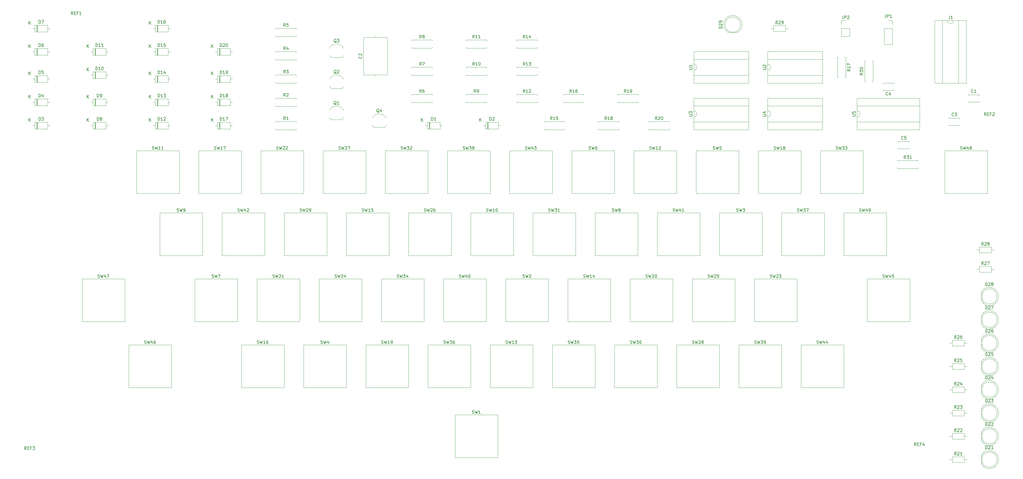
<source format=gbr>
%TF.GenerationSoftware,KiCad,Pcbnew,5.1.6-c6e7f7d~87~ubuntu16.04.1*%
%TF.CreationDate,2022-03-08T12:51:55-05:00*%
%TF.ProjectId,keyboard,6b657962-6f61-4726-942e-6b696361645f,rev?*%
%TF.SameCoordinates,Original*%
%TF.FileFunction,Legend,Top*%
%TF.FilePolarity,Positive*%
%FSLAX46Y46*%
G04 Gerber Fmt 4.6, Leading zero omitted, Abs format (unit mm)*
G04 Created by KiCad (PCBNEW 5.1.6-c6e7f7d~87~ubuntu16.04.1) date 2022-03-08 12:51:55*
%MOMM*%
%LPD*%
G01*
G04 APERTURE LIST*
%ADD10C,0.120000*%
%ADD11C,0.150000*%
G04 APERTURE END LIST*
D10*
%TO.C,U5*%
X274260000Y-34020000D02*
X274260000Y-35670000D01*
X274260000Y-35670000D02*
X294700000Y-35670000D01*
X294700000Y-35670000D02*
X294700000Y-30370000D01*
X294700000Y-30370000D02*
X274260000Y-30370000D01*
X274260000Y-30370000D02*
X274260000Y-32020000D01*
X274200000Y-38160000D02*
X294760000Y-38160000D01*
X294760000Y-38160000D02*
X294760000Y-27880000D01*
X294760000Y-27880000D02*
X274200000Y-27880000D01*
X274200000Y-27880000D02*
X274200000Y-38160000D01*
X274260000Y-32020000D02*
G75*
G02*
X274260000Y-34020000I0J-1000000D01*
G01*
%TO.C,U4*%
X245050000Y-34020000D02*
X245050000Y-35670000D01*
X245050000Y-35670000D02*
X262950000Y-35670000D01*
X262950000Y-35670000D02*
X262950000Y-30370000D01*
X262950000Y-30370000D02*
X245050000Y-30370000D01*
X245050000Y-30370000D02*
X245050000Y-32020000D01*
X244990000Y-38160000D02*
X263010000Y-38160000D01*
X263010000Y-38160000D02*
X263010000Y-27880000D01*
X263010000Y-27880000D02*
X244990000Y-27880000D01*
X244990000Y-27880000D02*
X244990000Y-38160000D01*
X245050000Y-32020000D02*
G75*
G02*
X245050000Y-34020000I0J-1000000D01*
G01*
%TO.C,U3*%
X220920000Y-34020000D02*
X220920000Y-35670000D01*
X220920000Y-35670000D02*
X238820000Y-35670000D01*
X238820000Y-35670000D02*
X238820000Y-30370000D01*
X238820000Y-30370000D02*
X220920000Y-30370000D01*
X220920000Y-30370000D02*
X220920000Y-32020000D01*
X220860000Y-38160000D02*
X238880000Y-38160000D01*
X238880000Y-38160000D02*
X238880000Y-27880000D01*
X238880000Y-27880000D02*
X220860000Y-27880000D01*
X220860000Y-27880000D02*
X220860000Y-38160000D01*
X220920000Y-32020000D02*
G75*
G02*
X220920000Y-34020000I0J-1000000D01*
G01*
%TO.C,U2*%
X245050000Y-18780000D02*
X245050000Y-20430000D01*
X245050000Y-20430000D02*
X262950000Y-20430000D01*
X262950000Y-20430000D02*
X262950000Y-15130000D01*
X262950000Y-15130000D02*
X245050000Y-15130000D01*
X245050000Y-15130000D02*
X245050000Y-16780000D01*
X244990000Y-22920000D02*
X263010000Y-22920000D01*
X263010000Y-22920000D02*
X263010000Y-12640000D01*
X263010000Y-12640000D02*
X244990000Y-12640000D01*
X244990000Y-12640000D02*
X244990000Y-22920000D01*
X245050000Y-16780000D02*
G75*
G02*
X245050000Y-18780000I0J-1000000D01*
G01*
%TO.C,U1*%
X220920000Y-18780000D02*
X220920000Y-20430000D01*
X220920000Y-20430000D02*
X238820000Y-20430000D01*
X238820000Y-20430000D02*
X238820000Y-15130000D01*
X238820000Y-15130000D02*
X220920000Y-15130000D01*
X220920000Y-15130000D02*
X220920000Y-16780000D01*
X220860000Y-22920000D02*
X238880000Y-22920000D01*
X238880000Y-22920000D02*
X238880000Y-12640000D01*
X238880000Y-12640000D02*
X220860000Y-12640000D01*
X220860000Y-12640000D02*
X220860000Y-22920000D01*
X220920000Y-16780000D02*
G75*
G02*
X220920000Y-18780000I0J-1000000D01*
G01*
%TO.C,R31*%
X287560000Y-48490000D02*
X287560000Y-48160000D01*
X287560000Y-48160000D02*
X294100000Y-48160000D01*
X294100000Y-48160000D02*
X294100000Y-48490000D01*
X287560000Y-50570000D02*
X287560000Y-50900000D01*
X287560000Y-50900000D02*
X294100000Y-50900000D01*
X294100000Y-50900000D02*
X294100000Y-50570000D01*
%TO.C,R30*%
X277090000Y-22320000D02*
X276760000Y-22320000D01*
X276760000Y-22320000D02*
X276760000Y-15780000D01*
X276760000Y-15780000D02*
X277090000Y-15780000D01*
X279170000Y-22320000D02*
X279500000Y-22320000D01*
X279500000Y-22320000D02*
X279500000Y-15780000D01*
X279500000Y-15780000D02*
X279170000Y-15780000D01*
%TO.C,R17*%
X270280000Y-14510000D02*
X270610000Y-14510000D01*
X270610000Y-14510000D02*
X270610000Y-21050000D01*
X270610000Y-21050000D02*
X270280000Y-21050000D01*
X268200000Y-14510000D02*
X267870000Y-14510000D01*
X267870000Y-14510000D02*
X267870000Y-21050000D01*
X267870000Y-21050000D02*
X268200000Y-21050000D01*
%TO.C,J1*%
X303800000Y-2480000D02*
X302150000Y-2480000D01*
X302150000Y-2480000D02*
X302150000Y-22920000D01*
X302150000Y-22920000D02*
X307450000Y-22920000D01*
X307450000Y-22920000D02*
X307450000Y-2480000D01*
X307450000Y-2480000D02*
X305800000Y-2480000D01*
X299660000Y-2420000D02*
X299660000Y-22980000D01*
X299660000Y-22980000D02*
X309940000Y-22980000D01*
X309940000Y-22980000D02*
X309940000Y-2420000D01*
X309940000Y-2420000D02*
X299660000Y-2420000D01*
X305800000Y-2480000D02*
G75*
G02*
X303800000Y-2480000I-1000000J0D01*
G01*
%TO.C,C5*%
X287720000Y-42010000D02*
X291360000Y-42010000D01*
X287720000Y-44350000D02*
X291360000Y-44350000D01*
X287720000Y-42010000D02*
X287720000Y-42255000D01*
X287720000Y-44105000D02*
X287720000Y-44350000D01*
X291360000Y-42010000D02*
X291360000Y-42255000D01*
X291360000Y-44105000D02*
X291360000Y-44350000D01*
%TO.C,C4*%
X286320000Y-25300000D02*
X282680000Y-25300000D01*
X286320000Y-22960000D02*
X282680000Y-22960000D01*
X286320000Y-25300000D02*
X286320000Y-25055000D01*
X286320000Y-23205000D02*
X286320000Y-22960000D01*
X282680000Y-25300000D02*
X282680000Y-25055000D01*
X282680000Y-23205000D02*
X282680000Y-22960000D01*
%TO.C,C3*%
X304230000Y-34390000D02*
X307870000Y-34390000D01*
X304230000Y-36730000D02*
X307870000Y-36730000D01*
X304230000Y-34390000D02*
X304230000Y-34635000D01*
X304230000Y-36485000D02*
X304230000Y-36730000D01*
X307870000Y-34390000D02*
X307870000Y-34635000D01*
X307870000Y-36485000D02*
X307870000Y-36730000D01*
%TO.C,Q4*%
X116310000Y-37410000D02*
X119910000Y-37410000D01*
X120434184Y-36682795D02*
G75*
G02*
X119910000Y-37410000I-2324184J1122795D01*
G01*
X120466400Y-34461193D02*
G75*
G03*
X118110000Y-32960000I-2356400J-1098807D01*
G01*
X115753600Y-34461193D02*
G75*
G02*
X118110000Y-32960000I2356400J-1098807D01*
G01*
X115785816Y-36682795D02*
G75*
G03*
X116310000Y-37410000I2324184J1122795D01*
G01*
%TO.C,Q3*%
X102340000Y-14550000D02*
X105940000Y-14550000D01*
X106464184Y-13822795D02*
G75*
G02*
X105940000Y-14550000I-2324184J1122795D01*
G01*
X106496400Y-11601193D02*
G75*
G03*
X104140000Y-10100000I-2356400J-1098807D01*
G01*
X101783600Y-11601193D02*
G75*
G02*
X104140000Y-10100000I2356400J-1098807D01*
G01*
X101815816Y-13822795D02*
G75*
G03*
X102340000Y-14550000I2324184J1122795D01*
G01*
%TO.C,Q2*%
X102340000Y-24710000D02*
X105940000Y-24710000D01*
X106464184Y-23982795D02*
G75*
G02*
X105940000Y-24710000I-2324184J1122795D01*
G01*
X106496400Y-21761193D02*
G75*
G03*
X104140000Y-20260000I-2356400J-1098807D01*
G01*
X101783600Y-21761193D02*
G75*
G02*
X104140000Y-20260000I2356400J-1098807D01*
G01*
X101815816Y-23982795D02*
G75*
G03*
X102340000Y-24710000I2324184J1122795D01*
G01*
%TO.C,Q1*%
X102340000Y-34870000D02*
X105940000Y-34870000D01*
X106464184Y-34142795D02*
G75*
G02*
X105940000Y-34870000I-2324184J1122795D01*
G01*
X106496400Y-31921193D02*
G75*
G03*
X104140000Y-30420000I-2356400J-1098807D01*
G01*
X101783600Y-31921193D02*
G75*
G02*
X104140000Y-30420000I2356400J-1098807D01*
G01*
X101815816Y-34142795D02*
G75*
G03*
X102340000Y-34870000I2324184J1122795D01*
G01*
%TO.C,R29*%
X247000000Y-4160000D02*
X247000000Y-6000000D01*
X247000000Y-6000000D02*
X250840000Y-6000000D01*
X250840000Y-6000000D02*
X250840000Y-4160000D01*
X250840000Y-4160000D02*
X247000000Y-4160000D01*
X246050000Y-5080000D02*
X247000000Y-5080000D01*
X251790000Y-5080000D02*
X250840000Y-5080000D01*
%TO.C,R28*%
X314310000Y-76550000D02*
X314310000Y-78390000D01*
X314310000Y-78390000D02*
X318150000Y-78390000D01*
X318150000Y-78390000D02*
X318150000Y-76550000D01*
X318150000Y-76550000D02*
X314310000Y-76550000D01*
X313360000Y-77470000D02*
X314310000Y-77470000D01*
X319100000Y-77470000D02*
X318150000Y-77470000D01*
%TO.C,R27*%
X314310000Y-82900000D02*
X314310000Y-84740000D01*
X314310000Y-84740000D02*
X318150000Y-84740000D01*
X318150000Y-84740000D02*
X318150000Y-82900000D01*
X318150000Y-82900000D02*
X314310000Y-82900000D01*
X313360000Y-83820000D02*
X314310000Y-83820000D01*
X319100000Y-83820000D02*
X318150000Y-83820000D01*
%TO.C,R26*%
X305420000Y-107030000D02*
X305420000Y-108870000D01*
X305420000Y-108870000D02*
X309260000Y-108870000D01*
X309260000Y-108870000D02*
X309260000Y-107030000D01*
X309260000Y-107030000D02*
X305420000Y-107030000D01*
X304470000Y-107950000D02*
X305420000Y-107950000D01*
X310210000Y-107950000D02*
X309260000Y-107950000D01*
%TO.C,R25*%
X305420000Y-114650000D02*
X305420000Y-116490000D01*
X305420000Y-116490000D02*
X309260000Y-116490000D01*
X309260000Y-116490000D02*
X309260000Y-114650000D01*
X309260000Y-114650000D02*
X305420000Y-114650000D01*
X304470000Y-115570000D02*
X305420000Y-115570000D01*
X310210000Y-115570000D02*
X309260000Y-115570000D01*
%TO.C,R24*%
X305420000Y-122270000D02*
X305420000Y-124110000D01*
X305420000Y-124110000D02*
X309260000Y-124110000D01*
X309260000Y-124110000D02*
X309260000Y-122270000D01*
X309260000Y-122270000D02*
X305420000Y-122270000D01*
X304470000Y-123190000D02*
X305420000Y-123190000D01*
X310210000Y-123190000D02*
X309260000Y-123190000D01*
%TO.C,R23*%
X305420000Y-129890000D02*
X305420000Y-131730000D01*
X305420000Y-131730000D02*
X309260000Y-131730000D01*
X309260000Y-131730000D02*
X309260000Y-129890000D01*
X309260000Y-129890000D02*
X305420000Y-129890000D01*
X304470000Y-130810000D02*
X305420000Y-130810000D01*
X310210000Y-130810000D02*
X309260000Y-130810000D01*
%TO.C,R22*%
X305420000Y-137510000D02*
X305420000Y-139350000D01*
X305420000Y-139350000D02*
X309260000Y-139350000D01*
X309260000Y-139350000D02*
X309260000Y-137510000D01*
X309260000Y-137510000D02*
X305420000Y-137510000D01*
X304470000Y-138430000D02*
X305420000Y-138430000D01*
X310210000Y-138430000D02*
X309260000Y-138430000D01*
%TO.C,R21*%
X305420000Y-145130000D02*
X305420000Y-146970000D01*
X305420000Y-146970000D02*
X309260000Y-146970000D01*
X309260000Y-146970000D02*
X309260000Y-145130000D01*
X309260000Y-145130000D02*
X305420000Y-145130000D01*
X304470000Y-146050000D02*
X305420000Y-146050000D01*
X310210000Y-146050000D02*
X309260000Y-146050000D01*
%TO.C,R20*%
X206280000Y-35790000D02*
X206280000Y-35460000D01*
X206280000Y-35460000D02*
X212820000Y-35460000D01*
X212820000Y-35460000D02*
X212820000Y-35790000D01*
X206280000Y-37870000D02*
X206280000Y-38200000D01*
X206280000Y-38200000D02*
X212820000Y-38200000D01*
X212820000Y-38200000D02*
X212820000Y-37870000D01*
%TO.C,R19*%
X196120000Y-26900000D02*
X196120000Y-26570000D01*
X196120000Y-26570000D02*
X202660000Y-26570000D01*
X202660000Y-26570000D02*
X202660000Y-26900000D01*
X196120000Y-28980000D02*
X196120000Y-29310000D01*
X196120000Y-29310000D02*
X202660000Y-29310000D01*
X202660000Y-29310000D02*
X202660000Y-28980000D01*
%TO.C,R18*%
X189770000Y-35790000D02*
X189770000Y-35460000D01*
X189770000Y-35460000D02*
X196310000Y-35460000D01*
X196310000Y-35460000D02*
X196310000Y-35790000D01*
X189770000Y-37870000D02*
X189770000Y-38200000D01*
X189770000Y-38200000D02*
X196310000Y-38200000D01*
X196310000Y-38200000D02*
X196310000Y-37870000D01*
%TO.C,R16*%
X178340000Y-26900000D02*
X178340000Y-26570000D01*
X178340000Y-26570000D02*
X184880000Y-26570000D01*
X184880000Y-26570000D02*
X184880000Y-26900000D01*
X178340000Y-28980000D02*
X178340000Y-29310000D01*
X178340000Y-29310000D02*
X184880000Y-29310000D01*
X184880000Y-29310000D02*
X184880000Y-28980000D01*
%TO.C,R15*%
X171990000Y-35790000D02*
X171990000Y-35460000D01*
X171990000Y-35460000D02*
X178530000Y-35460000D01*
X178530000Y-35460000D02*
X178530000Y-35790000D01*
X171990000Y-37870000D02*
X171990000Y-38200000D01*
X171990000Y-38200000D02*
X178530000Y-38200000D01*
X178530000Y-38200000D02*
X178530000Y-37870000D01*
%TO.C,R14*%
X163100000Y-9120000D02*
X163100000Y-8790000D01*
X163100000Y-8790000D02*
X169640000Y-8790000D01*
X169640000Y-8790000D02*
X169640000Y-9120000D01*
X163100000Y-11200000D02*
X163100000Y-11530000D01*
X163100000Y-11530000D02*
X169640000Y-11530000D01*
X169640000Y-11530000D02*
X169640000Y-11200000D01*
%TO.C,R13*%
X163100000Y-18010000D02*
X163100000Y-17680000D01*
X163100000Y-17680000D02*
X169640000Y-17680000D01*
X169640000Y-17680000D02*
X169640000Y-18010000D01*
X163100000Y-20090000D02*
X163100000Y-20420000D01*
X163100000Y-20420000D02*
X169640000Y-20420000D01*
X169640000Y-20420000D02*
X169640000Y-20090000D01*
%TO.C,R12*%
X163100000Y-26900000D02*
X163100000Y-26570000D01*
X163100000Y-26570000D02*
X169640000Y-26570000D01*
X169640000Y-26570000D02*
X169640000Y-26900000D01*
X163100000Y-28980000D02*
X163100000Y-29310000D01*
X163100000Y-29310000D02*
X169640000Y-29310000D01*
X169640000Y-29310000D02*
X169640000Y-28980000D01*
%TO.C,R11*%
X146590000Y-9120000D02*
X146590000Y-8790000D01*
X146590000Y-8790000D02*
X153130000Y-8790000D01*
X153130000Y-8790000D02*
X153130000Y-9120000D01*
X146590000Y-11200000D02*
X146590000Y-11530000D01*
X146590000Y-11530000D02*
X153130000Y-11530000D01*
X153130000Y-11530000D02*
X153130000Y-11200000D01*
%TO.C,R10*%
X146590000Y-18010000D02*
X146590000Y-17680000D01*
X146590000Y-17680000D02*
X153130000Y-17680000D01*
X153130000Y-17680000D02*
X153130000Y-18010000D01*
X146590000Y-20090000D02*
X146590000Y-20420000D01*
X146590000Y-20420000D02*
X153130000Y-20420000D01*
X153130000Y-20420000D02*
X153130000Y-20090000D01*
%TO.C,R9*%
X146590000Y-26900000D02*
X146590000Y-26570000D01*
X146590000Y-26570000D02*
X153130000Y-26570000D01*
X153130000Y-26570000D02*
X153130000Y-26900000D01*
X146590000Y-28980000D02*
X146590000Y-29310000D01*
X146590000Y-29310000D02*
X153130000Y-29310000D01*
X153130000Y-29310000D02*
X153130000Y-28980000D01*
%TO.C,R8*%
X128810000Y-9120000D02*
X128810000Y-8790000D01*
X128810000Y-8790000D02*
X135350000Y-8790000D01*
X135350000Y-8790000D02*
X135350000Y-9120000D01*
X128810000Y-11200000D02*
X128810000Y-11530000D01*
X128810000Y-11530000D02*
X135350000Y-11530000D01*
X135350000Y-11530000D02*
X135350000Y-11200000D01*
%TO.C,R7*%
X128810000Y-18010000D02*
X128810000Y-17680000D01*
X128810000Y-17680000D02*
X135350000Y-17680000D01*
X135350000Y-17680000D02*
X135350000Y-18010000D01*
X128810000Y-20090000D02*
X128810000Y-20420000D01*
X128810000Y-20420000D02*
X135350000Y-20420000D01*
X135350000Y-20420000D02*
X135350000Y-20090000D01*
%TO.C,R6*%
X128810000Y-26900000D02*
X128810000Y-26570000D01*
X128810000Y-26570000D02*
X135350000Y-26570000D01*
X135350000Y-26570000D02*
X135350000Y-26900000D01*
X128810000Y-28980000D02*
X128810000Y-29310000D01*
X128810000Y-29310000D02*
X135350000Y-29310000D01*
X135350000Y-29310000D02*
X135350000Y-28980000D01*
%TO.C,R5*%
X84360000Y-5310000D02*
X84360000Y-4980000D01*
X84360000Y-4980000D02*
X90900000Y-4980000D01*
X90900000Y-4980000D02*
X90900000Y-5310000D01*
X84360000Y-7390000D02*
X84360000Y-7720000D01*
X84360000Y-7720000D02*
X90900000Y-7720000D01*
X90900000Y-7720000D02*
X90900000Y-7390000D01*
%TO.C,R4*%
X84360000Y-12930000D02*
X84360000Y-12600000D01*
X84360000Y-12600000D02*
X90900000Y-12600000D01*
X90900000Y-12600000D02*
X90900000Y-12930000D01*
X84360000Y-15010000D02*
X84360000Y-15340000D01*
X84360000Y-15340000D02*
X90900000Y-15340000D01*
X90900000Y-15340000D02*
X90900000Y-15010000D01*
%TO.C,R3*%
X84360000Y-20550000D02*
X84360000Y-20220000D01*
X84360000Y-20220000D02*
X90900000Y-20220000D01*
X90900000Y-20220000D02*
X90900000Y-20550000D01*
X84360000Y-22630000D02*
X84360000Y-22960000D01*
X84360000Y-22960000D02*
X90900000Y-22960000D01*
X90900000Y-22960000D02*
X90900000Y-22630000D01*
%TO.C,R2*%
X84360000Y-28170000D02*
X84360000Y-27840000D01*
X84360000Y-27840000D02*
X90900000Y-27840000D01*
X90900000Y-27840000D02*
X90900000Y-28170000D01*
X84360000Y-30250000D02*
X84360000Y-30580000D01*
X84360000Y-30580000D02*
X90900000Y-30580000D01*
X90900000Y-30580000D02*
X90900000Y-30250000D01*
%TO.C,R1*%
X84360000Y-35790000D02*
X84360000Y-35460000D01*
X84360000Y-35460000D02*
X90900000Y-35460000D01*
X90900000Y-35460000D02*
X90900000Y-35790000D01*
X84360000Y-37870000D02*
X84360000Y-38200000D01*
X84360000Y-38200000D02*
X90900000Y-38200000D01*
X90900000Y-38200000D02*
X90900000Y-37870000D01*
%TO.C,JP2*%
X269180000Y-7680000D02*
X271840000Y-7680000D01*
X269180000Y-5080000D02*
X269180000Y-7680000D01*
X271840000Y-5080000D02*
X271840000Y-7680000D01*
X269180000Y-5080000D02*
X271840000Y-5080000D01*
X269180000Y-3810000D02*
X269180000Y-2480000D01*
X269180000Y-2480000D02*
X270510000Y-2480000D01*
%TO.C,D29*%
X236180000Y-3810000D02*
G75*
G03*
X236180000Y-3810000I-2500000J0D01*
G01*
X232135000Y-6370000D02*
X235225000Y-6370000D01*
X233679538Y-820000D02*
G75*
G02*
X235224830Y-6370000I462J-2990000D01*
G01*
X233680462Y-820000D02*
G75*
G03*
X232135170Y-6370000I-462J-2990000D01*
G01*
%TO.C,D28*%
X320000000Y-92710000D02*
G75*
G03*
X320000000Y-92710000I-2500000J0D01*
G01*
X314940000Y-91165000D02*
X314940000Y-94255000D01*
X320490000Y-92709538D02*
G75*
G02*
X314940000Y-94254830I-2990000J-462D01*
G01*
X320490000Y-92710462D02*
G75*
G03*
X314940000Y-91165170I-2990000J462D01*
G01*
%TO.C,D27*%
X314940000Y-98785000D02*
X314940000Y-101875000D01*
X320000000Y-100330000D02*
G75*
G03*
X320000000Y-100330000I-2500000J0D01*
G01*
X320490000Y-100330462D02*
G75*
G03*
X314940000Y-98785170I-2990000J462D01*
G01*
X320490000Y-100329538D02*
G75*
G02*
X314940000Y-101874830I-2990000J-462D01*
G01*
%TO.C,D26*%
X320000000Y-107950000D02*
G75*
G03*
X320000000Y-107950000I-2500000J0D01*
G01*
X314940000Y-106405000D02*
X314940000Y-109495000D01*
X320490000Y-107949538D02*
G75*
G02*
X314940000Y-109494830I-2990000J-462D01*
G01*
X320490000Y-107950462D02*
G75*
G03*
X314940000Y-106405170I-2990000J462D01*
G01*
%TO.C,D25*%
X320000000Y-115570000D02*
G75*
G03*
X320000000Y-115570000I-2500000J0D01*
G01*
X314940000Y-114025000D02*
X314940000Y-117115000D01*
X320490000Y-115569538D02*
G75*
G02*
X314940000Y-117114830I-2990000J-462D01*
G01*
X320490000Y-115570462D02*
G75*
G03*
X314940000Y-114025170I-2990000J462D01*
G01*
%TO.C,D24*%
X320000000Y-123190000D02*
G75*
G03*
X320000000Y-123190000I-2500000J0D01*
G01*
X314940000Y-121645000D02*
X314940000Y-124735000D01*
X320490000Y-123189538D02*
G75*
G02*
X314940000Y-124734830I-2990000J-462D01*
G01*
X320490000Y-123190462D02*
G75*
G03*
X314940000Y-121645170I-2990000J462D01*
G01*
%TO.C,D23*%
X320000000Y-130810000D02*
G75*
G03*
X320000000Y-130810000I-2500000J0D01*
G01*
X314940000Y-129265000D02*
X314940000Y-132355000D01*
X320490000Y-130809538D02*
G75*
G02*
X314940000Y-132354830I-2990000J-462D01*
G01*
X320490000Y-130810462D02*
G75*
G03*
X314940000Y-129265170I-2990000J462D01*
G01*
%TO.C,D22*%
X320000000Y-138430000D02*
G75*
G03*
X320000000Y-138430000I-2500000J0D01*
G01*
X314940000Y-136885000D02*
X314940000Y-139975000D01*
X320490000Y-138429538D02*
G75*
G02*
X314940000Y-139974830I-2990000J-462D01*
G01*
X320490000Y-138430462D02*
G75*
G03*
X314940000Y-136885170I-2990000J462D01*
G01*
%TO.C,D21*%
X320000000Y-146050000D02*
G75*
G03*
X320000000Y-146050000I-2500000J0D01*
G01*
X314940000Y-144505000D02*
X314940000Y-147595000D01*
X320490000Y-146049538D02*
G75*
G02*
X314940000Y-147594830I-2990000J-462D01*
G01*
X320490000Y-146050462D02*
G75*
G03*
X314940000Y-144505170I-2990000J462D01*
G01*
%TO.C,SW49*%
X269875000Y-79375000D02*
X269875000Y-65405000D01*
X283845000Y-79375000D02*
X269875000Y-79375000D01*
X283845000Y-65405000D02*
X283845000Y-79375000D01*
X269875000Y-65405000D02*
X283845000Y-65405000D01*
%TO.C,SW48*%
X302895000Y-59055000D02*
X302895000Y-45085000D01*
X316865000Y-59055000D02*
X302895000Y-59055000D01*
X316865000Y-45085000D02*
X316865000Y-59055000D01*
X302895000Y-45085000D02*
X316865000Y-45085000D01*
%TO.C,SW47*%
X20955000Y-100965000D02*
X20955000Y-86995000D01*
X34925000Y-100965000D02*
X20955000Y-100965000D01*
X34925000Y-86995000D02*
X34925000Y-100965000D01*
X20955000Y-86995000D02*
X34925000Y-86995000D01*
%TO.C,SW46*%
X36195000Y-122555000D02*
X36195000Y-108585000D01*
X50165000Y-122555000D02*
X36195000Y-122555000D01*
X50165000Y-108585000D02*
X50165000Y-122555000D01*
X36195000Y-108585000D02*
X50165000Y-108585000D01*
%TO.C,SW45*%
X277495000Y-100965000D02*
X277495000Y-86995000D01*
X291465000Y-100965000D02*
X277495000Y-100965000D01*
X291465000Y-86995000D02*
X291465000Y-100965000D01*
X277495000Y-86995000D02*
X291465000Y-86995000D01*
%TO.C,SW44*%
X255905000Y-122555000D02*
X255905000Y-108585000D01*
X269875000Y-122555000D02*
X255905000Y-122555000D01*
X269875000Y-108585000D02*
X269875000Y-122555000D01*
X255905000Y-108585000D02*
X269875000Y-108585000D01*
%TO.C,SW43*%
X160655000Y-59055000D02*
X160655000Y-45085000D01*
X174625000Y-59055000D02*
X160655000Y-59055000D01*
X174625000Y-45085000D02*
X174625000Y-59055000D01*
X160655000Y-45085000D02*
X174625000Y-45085000D01*
%TO.C,SW42*%
X66675000Y-79375000D02*
X66675000Y-65405000D01*
X80645000Y-79375000D02*
X66675000Y-79375000D01*
X80645000Y-65405000D02*
X80645000Y-79375000D01*
X66675000Y-65405000D02*
X80645000Y-65405000D01*
%TO.C,SW41*%
X208915000Y-79375000D02*
X208915000Y-65405000D01*
X222885000Y-79375000D02*
X208915000Y-79375000D01*
X222885000Y-65405000D02*
X222885000Y-79375000D01*
X208915000Y-65405000D02*
X222885000Y-65405000D01*
%TO.C,SW40*%
X139065000Y-100965000D02*
X139065000Y-86995000D01*
X153035000Y-100965000D02*
X139065000Y-100965000D01*
X153035000Y-86995000D02*
X153035000Y-100965000D01*
X139065000Y-86995000D02*
X153035000Y-86995000D01*
%TO.C,SW39*%
X235585000Y-122555000D02*
X235585000Y-108585000D01*
X249555000Y-122555000D02*
X235585000Y-122555000D01*
X249555000Y-108585000D02*
X249555000Y-122555000D01*
X235585000Y-108585000D02*
X249555000Y-108585000D01*
%TO.C,SW38*%
X140335000Y-59055000D02*
X140335000Y-45085000D01*
X154305000Y-59055000D02*
X140335000Y-59055000D01*
X154305000Y-45085000D02*
X154305000Y-59055000D01*
X140335000Y-45085000D02*
X154305000Y-45085000D01*
%TO.C,SW37*%
X249555000Y-79375000D02*
X249555000Y-65405000D01*
X263525000Y-79375000D02*
X249555000Y-79375000D01*
X263525000Y-65405000D02*
X263525000Y-79375000D01*
X249555000Y-65405000D02*
X263525000Y-65405000D01*
%TO.C,SW36*%
X133985000Y-122555000D02*
X133985000Y-108585000D01*
X147955000Y-122555000D02*
X133985000Y-122555000D01*
X147955000Y-108585000D02*
X147955000Y-122555000D01*
X133985000Y-108585000D02*
X147955000Y-108585000D01*
%TO.C,SW35*%
X174625000Y-122555000D02*
X174625000Y-108585000D01*
X188595000Y-122555000D02*
X174625000Y-122555000D01*
X188595000Y-108585000D02*
X188595000Y-122555000D01*
X174625000Y-108585000D02*
X188595000Y-108585000D01*
%TO.C,SW34*%
X118745000Y-100965000D02*
X118745000Y-86995000D01*
X132715000Y-100965000D02*
X118745000Y-100965000D01*
X132715000Y-86995000D02*
X132715000Y-100965000D01*
X118745000Y-86995000D02*
X132715000Y-86995000D01*
%TO.C,SW33*%
X262255000Y-59055000D02*
X262255000Y-45085000D01*
X276225000Y-59055000D02*
X262255000Y-59055000D01*
X276225000Y-45085000D02*
X276225000Y-59055000D01*
X262255000Y-45085000D02*
X276225000Y-45085000D01*
%TO.C,SW32*%
X120015000Y-59055000D02*
X120015000Y-45085000D01*
X133985000Y-59055000D02*
X120015000Y-59055000D01*
X133985000Y-45085000D02*
X133985000Y-59055000D01*
X120015000Y-45085000D02*
X133985000Y-45085000D01*
%TO.C,SW31*%
X168275000Y-79375000D02*
X168275000Y-65405000D01*
X182245000Y-79375000D02*
X168275000Y-79375000D01*
X182245000Y-65405000D02*
X182245000Y-79375000D01*
X168275000Y-65405000D02*
X182245000Y-65405000D01*
%TO.C,SW30*%
X194945000Y-122555000D02*
X194945000Y-108585000D01*
X208915000Y-122555000D02*
X194945000Y-122555000D01*
X208915000Y-108585000D02*
X208915000Y-122555000D01*
X194945000Y-108585000D02*
X208915000Y-108585000D01*
%TO.C,SW29*%
X86995000Y-79375000D02*
X86995000Y-65405000D01*
X100965000Y-79375000D02*
X86995000Y-79375000D01*
X100965000Y-65405000D02*
X100965000Y-79375000D01*
X86995000Y-65405000D02*
X100965000Y-65405000D01*
%TO.C,SW28*%
X215265000Y-122555000D02*
X215265000Y-108585000D01*
X229235000Y-122555000D02*
X215265000Y-122555000D01*
X229235000Y-108585000D02*
X229235000Y-122555000D01*
X215265000Y-108585000D02*
X229235000Y-108585000D01*
%TO.C,SW27*%
X99695000Y-59055000D02*
X99695000Y-45085000D01*
X113665000Y-59055000D02*
X99695000Y-59055000D01*
X113665000Y-45085000D02*
X113665000Y-59055000D01*
X99695000Y-45085000D02*
X113665000Y-45085000D01*
%TO.C,SW26*%
X127635000Y-79375000D02*
X127635000Y-65405000D01*
X141605000Y-79375000D02*
X127635000Y-79375000D01*
X141605000Y-65405000D02*
X141605000Y-79375000D01*
X127635000Y-65405000D02*
X141605000Y-65405000D01*
%TO.C,SW25*%
X220345000Y-100965000D02*
X220345000Y-86995000D01*
X234315000Y-100965000D02*
X220345000Y-100965000D01*
X234315000Y-86995000D02*
X234315000Y-100965000D01*
X220345000Y-86995000D02*
X234315000Y-86995000D01*
%TO.C,SW24*%
X98425000Y-100965000D02*
X98425000Y-86995000D01*
X112395000Y-100965000D02*
X98425000Y-100965000D01*
X112395000Y-86995000D02*
X112395000Y-100965000D01*
X98425000Y-86995000D02*
X112395000Y-86995000D01*
%TO.C,SW23*%
X240665000Y-100965000D02*
X240665000Y-86995000D01*
X254635000Y-100965000D02*
X240665000Y-100965000D01*
X254635000Y-86995000D02*
X254635000Y-100965000D01*
X240665000Y-86995000D02*
X254635000Y-86995000D01*
%TO.C,SW22*%
X79375000Y-59055000D02*
X79375000Y-45085000D01*
X93345000Y-59055000D02*
X79375000Y-59055000D01*
X93345000Y-45085000D02*
X93345000Y-59055000D01*
X79375000Y-45085000D02*
X93345000Y-45085000D01*
%TO.C,SW21*%
X78105000Y-100965000D02*
X78105000Y-86995000D01*
X92075000Y-100965000D02*
X78105000Y-100965000D01*
X92075000Y-86995000D02*
X92075000Y-100965000D01*
X78105000Y-86995000D02*
X92075000Y-86995000D01*
%TO.C,SW20*%
X200025000Y-100965000D02*
X200025000Y-86995000D01*
X213995000Y-100965000D02*
X200025000Y-100965000D01*
X213995000Y-86995000D02*
X213995000Y-100965000D01*
X200025000Y-86995000D02*
X213995000Y-86995000D01*
%TO.C,SW19*%
X113665000Y-122555000D02*
X113665000Y-108585000D01*
X127635000Y-122555000D02*
X113665000Y-122555000D01*
X127635000Y-108585000D02*
X127635000Y-122555000D01*
X113665000Y-108585000D02*
X127635000Y-108585000D01*
%TO.C,SW18*%
X241935000Y-59055000D02*
X241935000Y-45085000D01*
X255905000Y-59055000D02*
X241935000Y-59055000D01*
X255905000Y-45085000D02*
X255905000Y-59055000D01*
X241935000Y-45085000D02*
X255905000Y-45085000D01*
%TO.C,SW17*%
X59055000Y-59055000D02*
X59055000Y-45085000D01*
X73025000Y-59055000D02*
X59055000Y-59055000D01*
X73025000Y-45085000D02*
X73025000Y-59055000D01*
X59055000Y-45085000D02*
X73025000Y-45085000D01*
%TO.C,SW16*%
X73025000Y-122555000D02*
X73025000Y-108585000D01*
X86995000Y-122555000D02*
X73025000Y-122555000D01*
X86995000Y-108585000D02*
X86995000Y-122555000D01*
X73025000Y-108585000D02*
X86995000Y-108585000D01*
%TO.C,SW15*%
X107315000Y-79375000D02*
X107315000Y-65405000D01*
X121285000Y-79375000D02*
X107315000Y-79375000D01*
X121285000Y-65405000D02*
X121285000Y-79375000D01*
X107315000Y-65405000D02*
X121285000Y-65405000D01*
%TO.C,SW14*%
X179705000Y-100965000D02*
X179705000Y-86995000D01*
X193675000Y-100965000D02*
X179705000Y-100965000D01*
X193675000Y-86995000D02*
X193675000Y-100965000D01*
X179705000Y-86995000D02*
X193675000Y-86995000D01*
%TO.C,SW13*%
X154305000Y-122555000D02*
X154305000Y-108585000D01*
X168275000Y-122555000D02*
X154305000Y-122555000D01*
X168275000Y-108585000D02*
X168275000Y-122555000D01*
X154305000Y-108585000D02*
X168275000Y-108585000D01*
%TO.C,SW12*%
X201295000Y-59055000D02*
X201295000Y-45085000D01*
X215265000Y-59055000D02*
X201295000Y-59055000D01*
X215265000Y-45085000D02*
X215265000Y-59055000D01*
X201295000Y-45085000D02*
X215265000Y-45085000D01*
%TO.C,SW11*%
X38735000Y-59055000D02*
X38735000Y-45085000D01*
X52705000Y-59055000D02*
X38735000Y-59055000D01*
X52705000Y-45085000D02*
X52705000Y-59055000D01*
X38735000Y-45085000D02*
X52705000Y-45085000D01*
%TO.C,SW10*%
X147955000Y-79375000D02*
X147955000Y-65405000D01*
X161925000Y-79375000D02*
X147955000Y-79375000D01*
X161925000Y-65405000D02*
X161925000Y-79375000D01*
X147955000Y-65405000D02*
X161925000Y-65405000D01*
%TO.C,SW9*%
X46355000Y-79375000D02*
X46355000Y-65405000D01*
X60325000Y-79375000D02*
X46355000Y-79375000D01*
X60325000Y-65405000D02*
X60325000Y-79375000D01*
X46355000Y-65405000D02*
X60325000Y-65405000D01*
%TO.C,SW8*%
X188595000Y-79375000D02*
X188595000Y-65405000D01*
X202565000Y-79375000D02*
X188595000Y-79375000D01*
X202565000Y-65405000D02*
X202565000Y-79375000D01*
X188595000Y-65405000D02*
X202565000Y-65405000D01*
%TO.C,SW7*%
X57785000Y-100965000D02*
X57785000Y-86995000D01*
X71755000Y-100965000D02*
X57785000Y-100965000D01*
X71755000Y-86995000D02*
X71755000Y-100965000D01*
X57785000Y-86995000D02*
X71755000Y-86995000D01*
%TO.C,SW6*%
X180975000Y-59055000D02*
X180975000Y-45085000D01*
X194945000Y-59055000D02*
X180975000Y-59055000D01*
X194945000Y-45085000D02*
X194945000Y-59055000D01*
X180975000Y-45085000D02*
X194945000Y-45085000D01*
%TO.C,SW5*%
X221615000Y-59055000D02*
X221615000Y-45085000D01*
X235585000Y-59055000D02*
X221615000Y-59055000D01*
X235585000Y-45085000D02*
X235585000Y-59055000D01*
X221615000Y-45085000D02*
X235585000Y-45085000D01*
%TO.C,SW4*%
X93345000Y-122555000D02*
X93345000Y-108585000D01*
X107315000Y-122555000D02*
X93345000Y-122555000D01*
X107315000Y-108585000D02*
X107315000Y-122555000D01*
X93345000Y-108585000D02*
X107315000Y-108585000D01*
%TO.C,SW3*%
X229235000Y-79375000D02*
X229235000Y-65405000D01*
X243205000Y-79375000D02*
X229235000Y-79375000D01*
X243205000Y-65405000D02*
X243205000Y-79375000D01*
X229235000Y-65405000D02*
X243205000Y-65405000D01*
%TO.C,SW2*%
X159385000Y-100965000D02*
X159385000Y-86995000D01*
X173355000Y-100965000D02*
X159385000Y-100965000D01*
X173355000Y-86995000D02*
X173355000Y-100965000D01*
X159385000Y-86995000D02*
X173355000Y-86995000D01*
%TO.C,SW1*%
X142875000Y-145415000D02*
X142875000Y-131445000D01*
X156845000Y-145415000D02*
X142875000Y-145415000D01*
X156845000Y-131445000D02*
X156845000Y-145415000D01*
X142875000Y-131445000D02*
X156845000Y-131445000D01*
%TO.C,JP1*%
X284480000Y-2480000D02*
X285810000Y-2480000D01*
X285810000Y-2480000D02*
X285810000Y-3810000D01*
X285810000Y-5080000D02*
X285810000Y-10220000D01*
X283150000Y-10220000D02*
X285810000Y-10220000D01*
X283150000Y-5080000D02*
X283150000Y-10220000D01*
X283150000Y-5080000D02*
X285810000Y-5080000D01*
%TO.C,D20*%
X65790000Y-11580000D02*
X65790000Y-13820000D01*
X66030000Y-11580000D02*
X66030000Y-13820000D01*
X65910000Y-11580000D02*
X65910000Y-13820000D01*
X70080000Y-12700000D02*
X69430000Y-12700000D01*
X64540000Y-12700000D02*
X65190000Y-12700000D01*
X69430000Y-11580000D02*
X65190000Y-11580000D01*
X69430000Y-13820000D02*
X69430000Y-11580000D01*
X65190000Y-13820000D02*
X69430000Y-13820000D01*
X65190000Y-11580000D02*
X65190000Y-13820000D01*
%TO.C,D19*%
X65790000Y-20470000D02*
X65790000Y-22710000D01*
X66030000Y-20470000D02*
X66030000Y-22710000D01*
X65910000Y-20470000D02*
X65910000Y-22710000D01*
X70080000Y-21590000D02*
X69430000Y-21590000D01*
X64540000Y-21590000D02*
X65190000Y-21590000D01*
X69430000Y-20470000D02*
X65190000Y-20470000D01*
X69430000Y-22710000D02*
X69430000Y-20470000D01*
X65190000Y-22710000D02*
X69430000Y-22710000D01*
X65190000Y-20470000D02*
X65190000Y-22710000D01*
%TO.C,D18*%
X65790000Y-28090000D02*
X65790000Y-30330000D01*
X66030000Y-28090000D02*
X66030000Y-30330000D01*
X65910000Y-28090000D02*
X65910000Y-30330000D01*
X70080000Y-29210000D02*
X69430000Y-29210000D01*
X64540000Y-29210000D02*
X65190000Y-29210000D01*
X69430000Y-28090000D02*
X65190000Y-28090000D01*
X69430000Y-30330000D02*
X69430000Y-28090000D01*
X65190000Y-30330000D02*
X69430000Y-30330000D01*
X65190000Y-28090000D02*
X65190000Y-30330000D01*
%TO.C,D17*%
X65790000Y-35710000D02*
X65790000Y-37950000D01*
X66030000Y-35710000D02*
X66030000Y-37950000D01*
X65910000Y-35710000D02*
X65910000Y-37950000D01*
X70080000Y-36830000D02*
X69430000Y-36830000D01*
X64540000Y-36830000D02*
X65190000Y-36830000D01*
X69430000Y-35710000D02*
X65190000Y-35710000D01*
X69430000Y-37950000D02*
X69430000Y-35710000D01*
X65190000Y-37950000D02*
X69430000Y-37950000D01*
X65190000Y-35710000D02*
X65190000Y-37950000D01*
%TO.C,D16*%
X45470000Y-3960000D02*
X45470000Y-6200000D01*
X45710000Y-3960000D02*
X45710000Y-6200000D01*
X45590000Y-3960000D02*
X45590000Y-6200000D01*
X49760000Y-5080000D02*
X49110000Y-5080000D01*
X44220000Y-5080000D02*
X44870000Y-5080000D01*
X49110000Y-3960000D02*
X44870000Y-3960000D01*
X49110000Y-6200000D02*
X49110000Y-3960000D01*
X44870000Y-6200000D02*
X49110000Y-6200000D01*
X44870000Y-3960000D02*
X44870000Y-6200000D01*
%TO.C,D15*%
X45470000Y-11580000D02*
X45470000Y-13820000D01*
X45710000Y-11580000D02*
X45710000Y-13820000D01*
X45590000Y-11580000D02*
X45590000Y-13820000D01*
X49760000Y-12700000D02*
X49110000Y-12700000D01*
X44220000Y-12700000D02*
X44870000Y-12700000D01*
X49110000Y-11580000D02*
X44870000Y-11580000D01*
X49110000Y-13820000D02*
X49110000Y-11580000D01*
X44870000Y-13820000D02*
X49110000Y-13820000D01*
X44870000Y-11580000D02*
X44870000Y-13820000D01*
%TO.C,D14*%
X45470000Y-20470000D02*
X45470000Y-22710000D01*
X45710000Y-20470000D02*
X45710000Y-22710000D01*
X45590000Y-20470000D02*
X45590000Y-22710000D01*
X49760000Y-21590000D02*
X49110000Y-21590000D01*
X44220000Y-21590000D02*
X44870000Y-21590000D01*
X49110000Y-20470000D02*
X44870000Y-20470000D01*
X49110000Y-22710000D02*
X49110000Y-20470000D01*
X44870000Y-22710000D02*
X49110000Y-22710000D01*
X44870000Y-20470000D02*
X44870000Y-22710000D01*
%TO.C,D13*%
X45470000Y-28090000D02*
X45470000Y-30330000D01*
X45710000Y-28090000D02*
X45710000Y-30330000D01*
X45590000Y-28090000D02*
X45590000Y-30330000D01*
X49760000Y-29210000D02*
X49110000Y-29210000D01*
X44220000Y-29210000D02*
X44870000Y-29210000D01*
X49110000Y-28090000D02*
X44870000Y-28090000D01*
X49110000Y-30330000D02*
X49110000Y-28090000D01*
X44870000Y-30330000D02*
X49110000Y-30330000D01*
X44870000Y-28090000D02*
X44870000Y-30330000D01*
%TO.C,D12*%
X45470000Y-35710000D02*
X45470000Y-37950000D01*
X45710000Y-35710000D02*
X45710000Y-37950000D01*
X45590000Y-35710000D02*
X45590000Y-37950000D01*
X49760000Y-36830000D02*
X49110000Y-36830000D01*
X44220000Y-36830000D02*
X44870000Y-36830000D01*
X49110000Y-35710000D02*
X44870000Y-35710000D01*
X49110000Y-37950000D02*
X49110000Y-35710000D01*
X44870000Y-37950000D02*
X49110000Y-37950000D01*
X44870000Y-35710000D02*
X44870000Y-37950000D01*
%TO.C,D11*%
X25150000Y-11580000D02*
X25150000Y-13820000D01*
X25390000Y-11580000D02*
X25390000Y-13820000D01*
X25270000Y-11580000D02*
X25270000Y-13820000D01*
X29440000Y-12700000D02*
X28790000Y-12700000D01*
X23900000Y-12700000D02*
X24550000Y-12700000D01*
X28790000Y-11580000D02*
X24550000Y-11580000D01*
X28790000Y-13820000D02*
X28790000Y-11580000D01*
X24550000Y-13820000D02*
X28790000Y-13820000D01*
X24550000Y-11580000D02*
X24550000Y-13820000D01*
%TO.C,D10*%
X25150000Y-19200000D02*
X25150000Y-21440000D01*
X25390000Y-19200000D02*
X25390000Y-21440000D01*
X25270000Y-19200000D02*
X25270000Y-21440000D01*
X29440000Y-20320000D02*
X28790000Y-20320000D01*
X23900000Y-20320000D02*
X24550000Y-20320000D01*
X28790000Y-19200000D02*
X24550000Y-19200000D01*
X28790000Y-21440000D02*
X28790000Y-19200000D01*
X24550000Y-21440000D02*
X28790000Y-21440000D01*
X24550000Y-19200000D02*
X24550000Y-21440000D01*
%TO.C,D9*%
X25150000Y-28090000D02*
X25150000Y-30330000D01*
X25390000Y-28090000D02*
X25390000Y-30330000D01*
X25270000Y-28090000D02*
X25270000Y-30330000D01*
X29440000Y-29210000D02*
X28790000Y-29210000D01*
X23900000Y-29210000D02*
X24550000Y-29210000D01*
X28790000Y-28090000D02*
X24550000Y-28090000D01*
X28790000Y-30330000D02*
X28790000Y-28090000D01*
X24550000Y-30330000D02*
X28790000Y-30330000D01*
X24550000Y-28090000D02*
X24550000Y-30330000D01*
%TO.C,D8*%
X25150000Y-35710000D02*
X25150000Y-37950000D01*
X25390000Y-35710000D02*
X25390000Y-37950000D01*
X25270000Y-35710000D02*
X25270000Y-37950000D01*
X29440000Y-36830000D02*
X28790000Y-36830000D01*
X23900000Y-36830000D02*
X24550000Y-36830000D01*
X28790000Y-35710000D02*
X24550000Y-35710000D01*
X28790000Y-37950000D02*
X28790000Y-35710000D01*
X24550000Y-37950000D02*
X28790000Y-37950000D01*
X24550000Y-35710000D02*
X24550000Y-37950000D01*
%TO.C,D7*%
X6100000Y-3960000D02*
X6100000Y-6200000D01*
X6340000Y-3960000D02*
X6340000Y-6200000D01*
X6220000Y-3960000D02*
X6220000Y-6200000D01*
X10390000Y-5080000D02*
X9740000Y-5080000D01*
X4850000Y-5080000D02*
X5500000Y-5080000D01*
X9740000Y-3960000D02*
X5500000Y-3960000D01*
X9740000Y-6200000D02*
X9740000Y-3960000D01*
X5500000Y-6200000D02*
X9740000Y-6200000D01*
X5500000Y-3960000D02*
X5500000Y-6200000D01*
%TO.C,D6*%
X6100000Y-11580000D02*
X6100000Y-13820000D01*
X6340000Y-11580000D02*
X6340000Y-13820000D01*
X6220000Y-11580000D02*
X6220000Y-13820000D01*
X10390000Y-12700000D02*
X9740000Y-12700000D01*
X4850000Y-12700000D02*
X5500000Y-12700000D01*
X9740000Y-11580000D02*
X5500000Y-11580000D01*
X9740000Y-13820000D02*
X9740000Y-11580000D01*
X5500000Y-13820000D02*
X9740000Y-13820000D01*
X5500000Y-11580000D02*
X5500000Y-13820000D01*
%TO.C,D5*%
X6100000Y-20470000D02*
X6100000Y-22710000D01*
X6340000Y-20470000D02*
X6340000Y-22710000D01*
X6220000Y-20470000D02*
X6220000Y-22710000D01*
X10390000Y-21590000D02*
X9740000Y-21590000D01*
X4850000Y-21590000D02*
X5500000Y-21590000D01*
X9740000Y-20470000D02*
X5500000Y-20470000D01*
X9740000Y-22710000D02*
X9740000Y-20470000D01*
X5500000Y-22710000D02*
X9740000Y-22710000D01*
X5500000Y-20470000D02*
X5500000Y-22710000D01*
%TO.C,D4*%
X6100000Y-28090000D02*
X6100000Y-30330000D01*
X6340000Y-28090000D02*
X6340000Y-30330000D01*
X6220000Y-28090000D02*
X6220000Y-30330000D01*
X10390000Y-29210000D02*
X9740000Y-29210000D01*
X4850000Y-29210000D02*
X5500000Y-29210000D01*
X9740000Y-28090000D02*
X5500000Y-28090000D01*
X9740000Y-30330000D02*
X9740000Y-28090000D01*
X5500000Y-30330000D02*
X9740000Y-30330000D01*
X5500000Y-28090000D02*
X5500000Y-30330000D01*
%TO.C,D3*%
X6100000Y-35710000D02*
X6100000Y-37950000D01*
X6340000Y-35710000D02*
X6340000Y-37950000D01*
X6220000Y-35710000D02*
X6220000Y-37950000D01*
X10390000Y-36830000D02*
X9740000Y-36830000D01*
X4850000Y-36830000D02*
X5500000Y-36830000D01*
X9740000Y-35710000D02*
X5500000Y-35710000D01*
X9740000Y-37950000D02*
X9740000Y-35710000D01*
X5500000Y-37950000D02*
X9740000Y-37950000D01*
X5500000Y-35710000D02*
X5500000Y-37950000D01*
%TO.C,D2*%
X153420000Y-35710000D02*
X153420000Y-37950000D01*
X153660000Y-35710000D02*
X153660000Y-37950000D01*
X153540000Y-35710000D02*
X153540000Y-37950000D01*
X157710000Y-36830000D02*
X157060000Y-36830000D01*
X152170000Y-36830000D02*
X152820000Y-36830000D01*
X157060000Y-35710000D02*
X152820000Y-35710000D01*
X157060000Y-37950000D02*
X157060000Y-35710000D01*
X152820000Y-37950000D02*
X157060000Y-37950000D01*
X152820000Y-35710000D02*
X152820000Y-37950000D01*
%TO.C,D1*%
X134370000Y-35710000D02*
X134370000Y-37950000D01*
X134610000Y-35710000D02*
X134610000Y-37950000D01*
X134490000Y-35710000D02*
X134490000Y-37950000D01*
X138660000Y-36830000D02*
X138010000Y-36830000D01*
X133120000Y-36830000D02*
X133770000Y-36830000D01*
X138010000Y-35710000D02*
X133770000Y-35710000D01*
X138010000Y-37950000D02*
X138010000Y-35710000D01*
X133770000Y-37950000D02*
X138010000Y-37950000D01*
X133770000Y-35710000D02*
X133770000Y-37950000D01*
%TO.C,C2*%
X116840000Y-7630000D02*
X116840000Y-7970000D01*
X116840000Y-20550000D02*
X116840000Y-20210000D01*
X112970000Y-7970000D02*
X112970000Y-20210000D01*
X120710000Y-7970000D02*
X112970000Y-7970000D01*
X120710000Y-20210000D02*
X120710000Y-7970000D01*
X112970000Y-20210000D02*
X120710000Y-20210000D01*
%TO.C,C1*%
X314220000Y-28865000D02*
X314220000Y-29110000D01*
X314220000Y-26770000D02*
X314220000Y-27015000D01*
X310580000Y-28865000D02*
X310580000Y-29110000D01*
X310580000Y-26770000D02*
X310580000Y-27015000D01*
X310580000Y-29110000D02*
X314220000Y-29110000D01*
X310580000Y-26770000D02*
X314220000Y-26770000D01*
%TO.C,REF2*%
D11*
X316452380Y-33582380D02*
X316119047Y-33106190D01*
X315880952Y-33582380D02*
X315880952Y-32582380D01*
X316261904Y-32582380D01*
X316357142Y-32630000D01*
X316404761Y-32677619D01*
X316452380Y-32772857D01*
X316452380Y-32915714D01*
X316404761Y-33010952D01*
X316357142Y-33058571D01*
X316261904Y-33106190D01*
X315880952Y-33106190D01*
X316880952Y-33058571D02*
X317214285Y-33058571D01*
X317357142Y-33582380D02*
X316880952Y-33582380D01*
X316880952Y-32582380D01*
X317357142Y-32582380D01*
X318119047Y-33058571D02*
X317785714Y-33058571D01*
X317785714Y-33582380D02*
X317785714Y-32582380D01*
X318261904Y-32582380D01*
X318595238Y-32677619D02*
X318642857Y-32630000D01*
X318738095Y-32582380D01*
X318976190Y-32582380D01*
X319071428Y-32630000D01*
X319119047Y-32677619D01*
X319166666Y-32772857D01*
X319166666Y-32868095D01*
X319119047Y-33010952D01*
X318547619Y-33582380D01*
X319166666Y-33582380D01*
%TO.C,REF4*%
X293592380Y-141532380D02*
X293259047Y-141056190D01*
X293020952Y-141532380D02*
X293020952Y-140532380D01*
X293401904Y-140532380D01*
X293497142Y-140580000D01*
X293544761Y-140627619D01*
X293592380Y-140722857D01*
X293592380Y-140865714D01*
X293544761Y-140960952D01*
X293497142Y-141008571D01*
X293401904Y-141056190D01*
X293020952Y-141056190D01*
X294020952Y-141008571D02*
X294354285Y-141008571D01*
X294497142Y-141532380D02*
X294020952Y-141532380D01*
X294020952Y-140532380D01*
X294497142Y-140532380D01*
X295259047Y-141008571D02*
X294925714Y-141008571D01*
X294925714Y-141532380D02*
X294925714Y-140532380D01*
X295401904Y-140532380D01*
X296211428Y-140865714D02*
X296211428Y-141532380D01*
X295973333Y-140484761D02*
X295735238Y-141199047D01*
X296354285Y-141199047D01*
%TO.C,REF3*%
X2762380Y-142802380D02*
X2429047Y-142326190D01*
X2190952Y-142802380D02*
X2190952Y-141802380D01*
X2571904Y-141802380D01*
X2667142Y-141850000D01*
X2714761Y-141897619D01*
X2762380Y-141992857D01*
X2762380Y-142135714D01*
X2714761Y-142230952D01*
X2667142Y-142278571D01*
X2571904Y-142326190D01*
X2190952Y-142326190D01*
X3190952Y-142278571D02*
X3524285Y-142278571D01*
X3667142Y-142802380D02*
X3190952Y-142802380D01*
X3190952Y-141802380D01*
X3667142Y-141802380D01*
X4429047Y-142278571D02*
X4095714Y-142278571D01*
X4095714Y-142802380D02*
X4095714Y-141802380D01*
X4571904Y-141802380D01*
X4857619Y-141802380D02*
X5476666Y-141802380D01*
X5143333Y-142183333D01*
X5286190Y-142183333D01*
X5381428Y-142230952D01*
X5429047Y-142278571D01*
X5476666Y-142373809D01*
X5476666Y-142611904D01*
X5429047Y-142707142D01*
X5381428Y-142754761D01*
X5286190Y-142802380D01*
X5000476Y-142802380D01*
X4905238Y-142754761D01*
X4857619Y-142707142D01*
%TO.C,REF1*%
X18002380Y-562380D02*
X17669047Y-86190D01*
X17430952Y-562380D02*
X17430952Y437619D01*
X17811904Y437619D01*
X17907142Y390000D01*
X17954761Y342380D01*
X18002380Y247142D01*
X18002380Y104285D01*
X17954761Y9047D01*
X17907142Y-38571D01*
X17811904Y-86190D01*
X17430952Y-86190D01*
X18430952Y-38571D02*
X18764285Y-38571D01*
X18907142Y-562380D02*
X18430952Y-562380D01*
X18430952Y437619D01*
X18907142Y437619D01*
X19669047Y-38571D02*
X19335714Y-38571D01*
X19335714Y-562380D02*
X19335714Y437619D01*
X19811904Y437619D01*
X20716666Y-562380D02*
X20145238Y-562380D01*
X20430952Y-562380D02*
X20430952Y437619D01*
X20335714Y294761D01*
X20240476Y199523D01*
X20145238Y151904D01*
%TO.C,U5*%
X272712380Y-33781904D02*
X273521904Y-33781904D01*
X273617142Y-33734285D01*
X273664761Y-33686666D01*
X273712380Y-33591428D01*
X273712380Y-33400952D01*
X273664761Y-33305714D01*
X273617142Y-33258095D01*
X273521904Y-33210476D01*
X272712380Y-33210476D01*
X272712380Y-32258095D02*
X272712380Y-32734285D01*
X273188571Y-32781904D01*
X273140952Y-32734285D01*
X273093333Y-32639047D01*
X273093333Y-32400952D01*
X273140952Y-32305714D01*
X273188571Y-32258095D01*
X273283809Y-32210476D01*
X273521904Y-32210476D01*
X273617142Y-32258095D01*
X273664761Y-32305714D01*
X273712380Y-32400952D01*
X273712380Y-32639047D01*
X273664761Y-32734285D01*
X273617142Y-32781904D01*
%TO.C,U4*%
X243502380Y-33781904D02*
X244311904Y-33781904D01*
X244407142Y-33734285D01*
X244454761Y-33686666D01*
X244502380Y-33591428D01*
X244502380Y-33400952D01*
X244454761Y-33305714D01*
X244407142Y-33258095D01*
X244311904Y-33210476D01*
X243502380Y-33210476D01*
X243835714Y-32305714D02*
X244502380Y-32305714D01*
X243454761Y-32543809D02*
X244169047Y-32781904D01*
X244169047Y-32162857D01*
%TO.C,U3*%
X219372380Y-33781904D02*
X220181904Y-33781904D01*
X220277142Y-33734285D01*
X220324761Y-33686666D01*
X220372380Y-33591428D01*
X220372380Y-33400952D01*
X220324761Y-33305714D01*
X220277142Y-33258095D01*
X220181904Y-33210476D01*
X219372380Y-33210476D01*
X219372380Y-32829523D02*
X219372380Y-32210476D01*
X219753333Y-32543809D01*
X219753333Y-32400952D01*
X219800952Y-32305714D01*
X219848571Y-32258095D01*
X219943809Y-32210476D01*
X220181904Y-32210476D01*
X220277142Y-32258095D01*
X220324761Y-32305714D01*
X220372380Y-32400952D01*
X220372380Y-32686666D01*
X220324761Y-32781904D01*
X220277142Y-32829523D01*
%TO.C,U2*%
X243502380Y-18541904D02*
X244311904Y-18541904D01*
X244407142Y-18494285D01*
X244454761Y-18446666D01*
X244502380Y-18351428D01*
X244502380Y-18160952D01*
X244454761Y-18065714D01*
X244407142Y-18018095D01*
X244311904Y-17970476D01*
X243502380Y-17970476D01*
X243597619Y-17541904D02*
X243550000Y-17494285D01*
X243502380Y-17399047D01*
X243502380Y-17160952D01*
X243550000Y-17065714D01*
X243597619Y-17018095D01*
X243692857Y-16970476D01*
X243788095Y-16970476D01*
X243930952Y-17018095D01*
X244502380Y-17589523D01*
X244502380Y-16970476D01*
%TO.C,U1*%
X219372380Y-18541904D02*
X220181904Y-18541904D01*
X220277142Y-18494285D01*
X220324761Y-18446666D01*
X220372380Y-18351428D01*
X220372380Y-18160952D01*
X220324761Y-18065714D01*
X220277142Y-18018095D01*
X220181904Y-17970476D01*
X219372380Y-17970476D01*
X220372380Y-16970476D02*
X220372380Y-17541904D01*
X220372380Y-17256190D02*
X219372380Y-17256190D01*
X219515238Y-17351428D01*
X219610476Y-17446666D01*
X219658095Y-17541904D01*
%TO.C,R31*%
X290187142Y-47612380D02*
X289853809Y-47136190D01*
X289615714Y-47612380D02*
X289615714Y-46612380D01*
X289996666Y-46612380D01*
X290091904Y-46660000D01*
X290139523Y-46707619D01*
X290187142Y-46802857D01*
X290187142Y-46945714D01*
X290139523Y-47040952D01*
X290091904Y-47088571D01*
X289996666Y-47136190D01*
X289615714Y-47136190D01*
X290520476Y-46612380D02*
X291139523Y-46612380D01*
X290806190Y-46993333D01*
X290949047Y-46993333D01*
X291044285Y-47040952D01*
X291091904Y-47088571D01*
X291139523Y-47183809D01*
X291139523Y-47421904D01*
X291091904Y-47517142D01*
X291044285Y-47564761D01*
X290949047Y-47612380D01*
X290663333Y-47612380D01*
X290568095Y-47564761D01*
X290520476Y-47517142D01*
X292091904Y-47612380D02*
X291520476Y-47612380D01*
X291806190Y-47612380D02*
X291806190Y-46612380D01*
X291710952Y-46755238D01*
X291615714Y-46850476D01*
X291520476Y-46898095D01*
%TO.C,R30*%
X276212380Y-19692857D02*
X275736190Y-20026190D01*
X276212380Y-20264285D02*
X275212380Y-20264285D01*
X275212380Y-19883333D01*
X275260000Y-19788095D01*
X275307619Y-19740476D01*
X275402857Y-19692857D01*
X275545714Y-19692857D01*
X275640952Y-19740476D01*
X275688571Y-19788095D01*
X275736190Y-19883333D01*
X275736190Y-20264285D01*
X275212380Y-19359523D02*
X275212380Y-18740476D01*
X275593333Y-19073809D01*
X275593333Y-18930952D01*
X275640952Y-18835714D01*
X275688571Y-18788095D01*
X275783809Y-18740476D01*
X276021904Y-18740476D01*
X276117142Y-18788095D01*
X276164761Y-18835714D01*
X276212380Y-18930952D01*
X276212380Y-19216666D01*
X276164761Y-19311904D01*
X276117142Y-19359523D01*
X275212380Y-18121428D02*
X275212380Y-18026190D01*
X275260000Y-17930952D01*
X275307619Y-17883333D01*
X275402857Y-17835714D01*
X275593333Y-17788095D01*
X275831428Y-17788095D01*
X276021904Y-17835714D01*
X276117142Y-17883333D01*
X276164761Y-17930952D01*
X276212380Y-18026190D01*
X276212380Y-18121428D01*
X276164761Y-18216666D01*
X276117142Y-18264285D01*
X276021904Y-18311904D01*
X275831428Y-18359523D01*
X275593333Y-18359523D01*
X275402857Y-18311904D01*
X275307619Y-18264285D01*
X275260000Y-18216666D01*
X275212380Y-18121428D01*
%TO.C,R17*%
X272062380Y-18422857D02*
X271586190Y-18756190D01*
X272062380Y-18994285D02*
X271062380Y-18994285D01*
X271062380Y-18613333D01*
X271110000Y-18518095D01*
X271157619Y-18470476D01*
X271252857Y-18422857D01*
X271395714Y-18422857D01*
X271490952Y-18470476D01*
X271538571Y-18518095D01*
X271586190Y-18613333D01*
X271586190Y-18994285D01*
X272062380Y-17470476D02*
X272062380Y-18041904D01*
X272062380Y-17756190D02*
X271062380Y-17756190D01*
X271205238Y-17851428D01*
X271300476Y-17946666D01*
X271348095Y-18041904D01*
X271062380Y-17137142D02*
X271062380Y-16470476D01*
X272062380Y-16899047D01*
%TO.C,J1*%
X304466666Y-932380D02*
X304466666Y-1646666D01*
X304419047Y-1789523D01*
X304323809Y-1884761D01*
X304180952Y-1932380D01*
X304085714Y-1932380D01*
X305466666Y-1932380D02*
X304895238Y-1932380D01*
X305180952Y-1932380D02*
X305180952Y-932380D01*
X305085714Y-1075238D01*
X304990476Y-1170476D01*
X304895238Y-1218095D01*
%TO.C,C5*%
X289373333Y-41237142D02*
X289325714Y-41284761D01*
X289182857Y-41332380D01*
X289087619Y-41332380D01*
X288944761Y-41284761D01*
X288849523Y-41189523D01*
X288801904Y-41094285D01*
X288754285Y-40903809D01*
X288754285Y-40760952D01*
X288801904Y-40570476D01*
X288849523Y-40475238D01*
X288944761Y-40380000D01*
X289087619Y-40332380D01*
X289182857Y-40332380D01*
X289325714Y-40380000D01*
X289373333Y-40427619D01*
X290278095Y-40332380D02*
X289801904Y-40332380D01*
X289754285Y-40808571D01*
X289801904Y-40760952D01*
X289897142Y-40713333D01*
X290135238Y-40713333D01*
X290230476Y-40760952D01*
X290278095Y-40808571D01*
X290325714Y-40903809D01*
X290325714Y-41141904D01*
X290278095Y-41237142D01*
X290230476Y-41284761D01*
X290135238Y-41332380D01*
X289897142Y-41332380D01*
X289801904Y-41284761D01*
X289754285Y-41237142D01*
%TO.C,C4*%
X284333333Y-26787142D02*
X284285714Y-26834761D01*
X284142857Y-26882380D01*
X284047619Y-26882380D01*
X283904761Y-26834761D01*
X283809523Y-26739523D01*
X283761904Y-26644285D01*
X283714285Y-26453809D01*
X283714285Y-26310952D01*
X283761904Y-26120476D01*
X283809523Y-26025238D01*
X283904761Y-25930000D01*
X284047619Y-25882380D01*
X284142857Y-25882380D01*
X284285714Y-25930000D01*
X284333333Y-25977619D01*
X285190476Y-26215714D02*
X285190476Y-26882380D01*
X284952380Y-25834761D02*
X284714285Y-26549047D01*
X285333333Y-26549047D01*
%TO.C,C3*%
X305883333Y-33617142D02*
X305835714Y-33664761D01*
X305692857Y-33712380D01*
X305597619Y-33712380D01*
X305454761Y-33664761D01*
X305359523Y-33569523D01*
X305311904Y-33474285D01*
X305264285Y-33283809D01*
X305264285Y-33140952D01*
X305311904Y-32950476D01*
X305359523Y-32855238D01*
X305454761Y-32760000D01*
X305597619Y-32712380D01*
X305692857Y-32712380D01*
X305835714Y-32760000D01*
X305883333Y-32807619D01*
X306216666Y-32712380D02*
X306835714Y-32712380D01*
X306502380Y-33093333D01*
X306645238Y-33093333D01*
X306740476Y-33140952D01*
X306788095Y-33188571D01*
X306835714Y-33283809D01*
X306835714Y-33521904D01*
X306788095Y-33617142D01*
X306740476Y-33664761D01*
X306645238Y-33712380D01*
X306359523Y-33712380D01*
X306264285Y-33664761D01*
X306216666Y-33617142D01*
%TO.C,Q4*%
X118014761Y-32547619D02*
X117919523Y-32500000D01*
X117824285Y-32404761D01*
X117681428Y-32261904D01*
X117586190Y-32214285D01*
X117490952Y-32214285D01*
X117538571Y-32452380D02*
X117443333Y-32404761D01*
X117348095Y-32309523D01*
X117300476Y-32119047D01*
X117300476Y-31785714D01*
X117348095Y-31595238D01*
X117443333Y-31500000D01*
X117538571Y-31452380D01*
X117729047Y-31452380D01*
X117824285Y-31500000D01*
X117919523Y-31595238D01*
X117967142Y-31785714D01*
X117967142Y-32119047D01*
X117919523Y-32309523D01*
X117824285Y-32404761D01*
X117729047Y-32452380D01*
X117538571Y-32452380D01*
X118824285Y-31785714D02*
X118824285Y-32452380D01*
X118586190Y-31404761D02*
X118348095Y-32119047D01*
X118967142Y-32119047D01*
%TO.C,Q3*%
X104044761Y-9687619D02*
X103949523Y-9640000D01*
X103854285Y-9544761D01*
X103711428Y-9401904D01*
X103616190Y-9354285D01*
X103520952Y-9354285D01*
X103568571Y-9592380D02*
X103473333Y-9544761D01*
X103378095Y-9449523D01*
X103330476Y-9259047D01*
X103330476Y-8925714D01*
X103378095Y-8735238D01*
X103473333Y-8640000D01*
X103568571Y-8592380D01*
X103759047Y-8592380D01*
X103854285Y-8640000D01*
X103949523Y-8735238D01*
X103997142Y-8925714D01*
X103997142Y-9259047D01*
X103949523Y-9449523D01*
X103854285Y-9544761D01*
X103759047Y-9592380D01*
X103568571Y-9592380D01*
X104330476Y-8592380D02*
X104949523Y-8592380D01*
X104616190Y-8973333D01*
X104759047Y-8973333D01*
X104854285Y-9020952D01*
X104901904Y-9068571D01*
X104949523Y-9163809D01*
X104949523Y-9401904D01*
X104901904Y-9497142D01*
X104854285Y-9544761D01*
X104759047Y-9592380D01*
X104473333Y-9592380D01*
X104378095Y-9544761D01*
X104330476Y-9497142D01*
%TO.C,Q2*%
X104044761Y-19847619D02*
X103949523Y-19800000D01*
X103854285Y-19704761D01*
X103711428Y-19561904D01*
X103616190Y-19514285D01*
X103520952Y-19514285D01*
X103568571Y-19752380D02*
X103473333Y-19704761D01*
X103378095Y-19609523D01*
X103330476Y-19419047D01*
X103330476Y-19085714D01*
X103378095Y-18895238D01*
X103473333Y-18800000D01*
X103568571Y-18752380D01*
X103759047Y-18752380D01*
X103854285Y-18800000D01*
X103949523Y-18895238D01*
X103997142Y-19085714D01*
X103997142Y-19419047D01*
X103949523Y-19609523D01*
X103854285Y-19704761D01*
X103759047Y-19752380D01*
X103568571Y-19752380D01*
X104378095Y-18847619D02*
X104425714Y-18800000D01*
X104520952Y-18752380D01*
X104759047Y-18752380D01*
X104854285Y-18800000D01*
X104901904Y-18847619D01*
X104949523Y-18942857D01*
X104949523Y-19038095D01*
X104901904Y-19180952D01*
X104330476Y-19752380D01*
X104949523Y-19752380D01*
%TO.C,Q1*%
X104044761Y-30007619D02*
X103949523Y-29960000D01*
X103854285Y-29864761D01*
X103711428Y-29721904D01*
X103616190Y-29674285D01*
X103520952Y-29674285D01*
X103568571Y-29912380D02*
X103473333Y-29864761D01*
X103378095Y-29769523D01*
X103330476Y-29579047D01*
X103330476Y-29245714D01*
X103378095Y-29055238D01*
X103473333Y-28960000D01*
X103568571Y-28912380D01*
X103759047Y-28912380D01*
X103854285Y-28960000D01*
X103949523Y-29055238D01*
X103997142Y-29245714D01*
X103997142Y-29579047D01*
X103949523Y-29769523D01*
X103854285Y-29864761D01*
X103759047Y-29912380D01*
X103568571Y-29912380D01*
X104949523Y-29912380D02*
X104378095Y-29912380D01*
X104663809Y-29912380D02*
X104663809Y-28912380D01*
X104568571Y-29055238D01*
X104473333Y-29150476D01*
X104378095Y-29198095D01*
%TO.C,R29*%
X248277142Y-3612380D02*
X247943809Y-3136190D01*
X247705714Y-3612380D02*
X247705714Y-2612380D01*
X248086666Y-2612380D01*
X248181904Y-2660000D01*
X248229523Y-2707619D01*
X248277142Y-2802857D01*
X248277142Y-2945714D01*
X248229523Y-3040952D01*
X248181904Y-3088571D01*
X248086666Y-3136190D01*
X247705714Y-3136190D01*
X248658095Y-2707619D02*
X248705714Y-2660000D01*
X248800952Y-2612380D01*
X249039047Y-2612380D01*
X249134285Y-2660000D01*
X249181904Y-2707619D01*
X249229523Y-2802857D01*
X249229523Y-2898095D01*
X249181904Y-3040952D01*
X248610476Y-3612380D01*
X249229523Y-3612380D01*
X249705714Y-3612380D02*
X249896190Y-3612380D01*
X249991428Y-3564761D01*
X250039047Y-3517142D01*
X250134285Y-3374285D01*
X250181904Y-3183809D01*
X250181904Y-2802857D01*
X250134285Y-2707619D01*
X250086666Y-2660000D01*
X249991428Y-2612380D01*
X249800952Y-2612380D01*
X249705714Y-2660000D01*
X249658095Y-2707619D01*
X249610476Y-2802857D01*
X249610476Y-3040952D01*
X249658095Y-3136190D01*
X249705714Y-3183809D01*
X249800952Y-3231428D01*
X249991428Y-3231428D01*
X250086666Y-3183809D01*
X250134285Y-3136190D01*
X250181904Y-3040952D01*
%TO.C,R28*%
X315587142Y-76002380D02*
X315253809Y-75526190D01*
X315015714Y-76002380D02*
X315015714Y-75002380D01*
X315396666Y-75002380D01*
X315491904Y-75050000D01*
X315539523Y-75097619D01*
X315587142Y-75192857D01*
X315587142Y-75335714D01*
X315539523Y-75430952D01*
X315491904Y-75478571D01*
X315396666Y-75526190D01*
X315015714Y-75526190D01*
X315968095Y-75097619D02*
X316015714Y-75050000D01*
X316110952Y-75002380D01*
X316349047Y-75002380D01*
X316444285Y-75050000D01*
X316491904Y-75097619D01*
X316539523Y-75192857D01*
X316539523Y-75288095D01*
X316491904Y-75430952D01*
X315920476Y-76002380D01*
X316539523Y-76002380D01*
X317110952Y-75430952D02*
X317015714Y-75383333D01*
X316968095Y-75335714D01*
X316920476Y-75240476D01*
X316920476Y-75192857D01*
X316968095Y-75097619D01*
X317015714Y-75050000D01*
X317110952Y-75002380D01*
X317301428Y-75002380D01*
X317396666Y-75050000D01*
X317444285Y-75097619D01*
X317491904Y-75192857D01*
X317491904Y-75240476D01*
X317444285Y-75335714D01*
X317396666Y-75383333D01*
X317301428Y-75430952D01*
X317110952Y-75430952D01*
X317015714Y-75478571D01*
X316968095Y-75526190D01*
X316920476Y-75621428D01*
X316920476Y-75811904D01*
X316968095Y-75907142D01*
X317015714Y-75954761D01*
X317110952Y-76002380D01*
X317301428Y-76002380D01*
X317396666Y-75954761D01*
X317444285Y-75907142D01*
X317491904Y-75811904D01*
X317491904Y-75621428D01*
X317444285Y-75526190D01*
X317396666Y-75478571D01*
X317301428Y-75430952D01*
%TO.C,R27*%
X315587142Y-82352380D02*
X315253809Y-81876190D01*
X315015714Y-82352380D02*
X315015714Y-81352380D01*
X315396666Y-81352380D01*
X315491904Y-81400000D01*
X315539523Y-81447619D01*
X315587142Y-81542857D01*
X315587142Y-81685714D01*
X315539523Y-81780952D01*
X315491904Y-81828571D01*
X315396666Y-81876190D01*
X315015714Y-81876190D01*
X315968095Y-81447619D02*
X316015714Y-81400000D01*
X316110952Y-81352380D01*
X316349047Y-81352380D01*
X316444285Y-81400000D01*
X316491904Y-81447619D01*
X316539523Y-81542857D01*
X316539523Y-81638095D01*
X316491904Y-81780952D01*
X315920476Y-82352380D01*
X316539523Y-82352380D01*
X316872857Y-81352380D02*
X317539523Y-81352380D01*
X317110952Y-82352380D01*
%TO.C,R26*%
X306697142Y-106482380D02*
X306363809Y-106006190D01*
X306125714Y-106482380D02*
X306125714Y-105482380D01*
X306506666Y-105482380D01*
X306601904Y-105530000D01*
X306649523Y-105577619D01*
X306697142Y-105672857D01*
X306697142Y-105815714D01*
X306649523Y-105910952D01*
X306601904Y-105958571D01*
X306506666Y-106006190D01*
X306125714Y-106006190D01*
X307078095Y-105577619D02*
X307125714Y-105530000D01*
X307220952Y-105482380D01*
X307459047Y-105482380D01*
X307554285Y-105530000D01*
X307601904Y-105577619D01*
X307649523Y-105672857D01*
X307649523Y-105768095D01*
X307601904Y-105910952D01*
X307030476Y-106482380D01*
X307649523Y-106482380D01*
X308506666Y-105482380D02*
X308316190Y-105482380D01*
X308220952Y-105530000D01*
X308173333Y-105577619D01*
X308078095Y-105720476D01*
X308030476Y-105910952D01*
X308030476Y-106291904D01*
X308078095Y-106387142D01*
X308125714Y-106434761D01*
X308220952Y-106482380D01*
X308411428Y-106482380D01*
X308506666Y-106434761D01*
X308554285Y-106387142D01*
X308601904Y-106291904D01*
X308601904Y-106053809D01*
X308554285Y-105958571D01*
X308506666Y-105910952D01*
X308411428Y-105863333D01*
X308220952Y-105863333D01*
X308125714Y-105910952D01*
X308078095Y-105958571D01*
X308030476Y-106053809D01*
%TO.C,R25*%
X306697142Y-114102380D02*
X306363809Y-113626190D01*
X306125714Y-114102380D02*
X306125714Y-113102380D01*
X306506666Y-113102380D01*
X306601904Y-113150000D01*
X306649523Y-113197619D01*
X306697142Y-113292857D01*
X306697142Y-113435714D01*
X306649523Y-113530952D01*
X306601904Y-113578571D01*
X306506666Y-113626190D01*
X306125714Y-113626190D01*
X307078095Y-113197619D02*
X307125714Y-113150000D01*
X307220952Y-113102380D01*
X307459047Y-113102380D01*
X307554285Y-113150000D01*
X307601904Y-113197619D01*
X307649523Y-113292857D01*
X307649523Y-113388095D01*
X307601904Y-113530952D01*
X307030476Y-114102380D01*
X307649523Y-114102380D01*
X308554285Y-113102380D02*
X308078095Y-113102380D01*
X308030476Y-113578571D01*
X308078095Y-113530952D01*
X308173333Y-113483333D01*
X308411428Y-113483333D01*
X308506666Y-113530952D01*
X308554285Y-113578571D01*
X308601904Y-113673809D01*
X308601904Y-113911904D01*
X308554285Y-114007142D01*
X308506666Y-114054761D01*
X308411428Y-114102380D01*
X308173333Y-114102380D01*
X308078095Y-114054761D01*
X308030476Y-114007142D01*
%TO.C,R24*%
X306697142Y-121722380D02*
X306363809Y-121246190D01*
X306125714Y-121722380D02*
X306125714Y-120722380D01*
X306506666Y-120722380D01*
X306601904Y-120770000D01*
X306649523Y-120817619D01*
X306697142Y-120912857D01*
X306697142Y-121055714D01*
X306649523Y-121150952D01*
X306601904Y-121198571D01*
X306506666Y-121246190D01*
X306125714Y-121246190D01*
X307078095Y-120817619D02*
X307125714Y-120770000D01*
X307220952Y-120722380D01*
X307459047Y-120722380D01*
X307554285Y-120770000D01*
X307601904Y-120817619D01*
X307649523Y-120912857D01*
X307649523Y-121008095D01*
X307601904Y-121150952D01*
X307030476Y-121722380D01*
X307649523Y-121722380D01*
X308506666Y-121055714D02*
X308506666Y-121722380D01*
X308268571Y-120674761D02*
X308030476Y-121389047D01*
X308649523Y-121389047D01*
%TO.C,R23*%
X306697142Y-129342380D02*
X306363809Y-128866190D01*
X306125714Y-129342380D02*
X306125714Y-128342380D01*
X306506666Y-128342380D01*
X306601904Y-128390000D01*
X306649523Y-128437619D01*
X306697142Y-128532857D01*
X306697142Y-128675714D01*
X306649523Y-128770952D01*
X306601904Y-128818571D01*
X306506666Y-128866190D01*
X306125714Y-128866190D01*
X307078095Y-128437619D02*
X307125714Y-128390000D01*
X307220952Y-128342380D01*
X307459047Y-128342380D01*
X307554285Y-128390000D01*
X307601904Y-128437619D01*
X307649523Y-128532857D01*
X307649523Y-128628095D01*
X307601904Y-128770952D01*
X307030476Y-129342380D01*
X307649523Y-129342380D01*
X307982857Y-128342380D02*
X308601904Y-128342380D01*
X308268571Y-128723333D01*
X308411428Y-128723333D01*
X308506666Y-128770952D01*
X308554285Y-128818571D01*
X308601904Y-128913809D01*
X308601904Y-129151904D01*
X308554285Y-129247142D01*
X308506666Y-129294761D01*
X308411428Y-129342380D01*
X308125714Y-129342380D01*
X308030476Y-129294761D01*
X307982857Y-129247142D01*
%TO.C,R22*%
X306697142Y-136962380D02*
X306363809Y-136486190D01*
X306125714Y-136962380D02*
X306125714Y-135962380D01*
X306506666Y-135962380D01*
X306601904Y-136010000D01*
X306649523Y-136057619D01*
X306697142Y-136152857D01*
X306697142Y-136295714D01*
X306649523Y-136390952D01*
X306601904Y-136438571D01*
X306506666Y-136486190D01*
X306125714Y-136486190D01*
X307078095Y-136057619D02*
X307125714Y-136010000D01*
X307220952Y-135962380D01*
X307459047Y-135962380D01*
X307554285Y-136010000D01*
X307601904Y-136057619D01*
X307649523Y-136152857D01*
X307649523Y-136248095D01*
X307601904Y-136390952D01*
X307030476Y-136962380D01*
X307649523Y-136962380D01*
X308030476Y-136057619D02*
X308078095Y-136010000D01*
X308173333Y-135962380D01*
X308411428Y-135962380D01*
X308506666Y-136010000D01*
X308554285Y-136057619D01*
X308601904Y-136152857D01*
X308601904Y-136248095D01*
X308554285Y-136390952D01*
X307982857Y-136962380D01*
X308601904Y-136962380D01*
%TO.C,R21*%
X306697142Y-144582380D02*
X306363809Y-144106190D01*
X306125714Y-144582380D02*
X306125714Y-143582380D01*
X306506666Y-143582380D01*
X306601904Y-143630000D01*
X306649523Y-143677619D01*
X306697142Y-143772857D01*
X306697142Y-143915714D01*
X306649523Y-144010952D01*
X306601904Y-144058571D01*
X306506666Y-144106190D01*
X306125714Y-144106190D01*
X307078095Y-143677619D02*
X307125714Y-143630000D01*
X307220952Y-143582380D01*
X307459047Y-143582380D01*
X307554285Y-143630000D01*
X307601904Y-143677619D01*
X307649523Y-143772857D01*
X307649523Y-143868095D01*
X307601904Y-144010952D01*
X307030476Y-144582380D01*
X307649523Y-144582380D01*
X308601904Y-144582380D02*
X308030476Y-144582380D01*
X308316190Y-144582380D02*
X308316190Y-143582380D01*
X308220952Y-143725238D01*
X308125714Y-143820476D01*
X308030476Y-143868095D01*
%TO.C,R20*%
X208907142Y-34912380D02*
X208573809Y-34436190D01*
X208335714Y-34912380D02*
X208335714Y-33912380D01*
X208716666Y-33912380D01*
X208811904Y-33960000D01*
X208859523Y-34007619D01*
X208907142Y-34102857D01*
X208907142Y-34245714D01*
X208859523Y-34340952D01*
X208811904Y-34388571D01*
X208716666Y-34436190D01*
X208335714Y-34436190D01*
X209288095Y-34007619D02*
X209335714Y-33960000D01*
X209430952Y-33912380D01*
X209669047Y-33912380D01*
X209764285Y-33960000D01*
X209811904Y-34007619D01*
X209859523Y-34102857D01*
X209859523Y-34198095D01*
X209811904Y-34340952D01*
X209240476Y-34912380D01*
X209859523Y-34912380D01*
X210478571Y-33912380D02*
X210573809Y-33912380D01*
X210669047Y-33960000D01*
X210716666Y-34007619D01*
X210764285Y-34102857D01*
X210811904Y-34293333D01*
X210811904Y-34531428D01*
X210764285Y-34721904D01*
X210716666Y-34817142D01*
X210669047Y-34864761D01*
X210573809Y-34912380D01*
X210478571Y-34912380D01*
X210383333Y-34864761D01*
X210335714Y-34817142D01*
X210288095Y-34721904D01*
X210240476Y-34531428D01*
X210240476Y-34293333D01*
X210288095Y-34102857D01*
X210335714Y-34007619D01*
X210383333Y-33960000D01*
X210478571Y-33912380D01*
%TO.C,R19*%
X198747142Y-26022380D02*
X198413809Y-25546190D01*
X198175714Y-26022380D02*
X198175714Y-25022380D01*
X198556666Y-25022380D01*
X198651904Y-25070000D01*
X198699523Y-25117619D01*
X198747142Y-25212857D01*
X198747142Y-25355714D01*
X198699523Y-25450952D01*
X198651904Y-25498571D01*
X198556666Y-25546190D01*
X198175714Y-25546190D01*
X199699523Y-26022380D02*
X199128095Y-26022380D01*
X199413809Y-26022380D02*
X199413809Y-25022380D01*
X199318571Y-25165238D01*
X199223333Y-25260476D01*
X199128095Y-25308095D01*
X200175714Y-26022380D02*
X200366190Y-26022380D01*
X200461428Y-25974761D01*
X200509047Y-25927142D01*
X200604285Y-25784285D01*
X200651904Y-25593809D01*
X200651904Y-25212857D01*
X200604285Y-25117619D01*
X200556666Y-25070000D01*
X200461428Y-25022380D01*
X200270952Y-25022380D01*
X200175714Y-25070000D01*
X200128095Y-25117619D01*
X200080476Y-25212857D01*
X200080476Y-25450952D01*
X200128095Y-25546190D01*
X200175714Y-25593809D01*
X200270952Y-25641428D01*
X200461428Y-25641428D01*
X200556666Y-25593809D01*
X200604285Y-25546190D01*
X200651904Y-25450952D01*
%TO.C,R18*%
X192397142Y-34912380D02*
X192063809Y-34436190D01*
X191825714Y-34912380D02*
X191825714Y-33912380D01*
X192206666Y-33912380D01*
X192301904Y-33960000D01*
X192349523Y-34007619D01*
X192397142Y-34102857D01*
X192397142Y-34245714D01*
X192349523Y-34340952D01*
X192301904Y-34388571D01*
X192206666Y-34436190D01*
X191825714Y-34436190D01*
X193349523Y-34912380D02*
X192778095Y-34912380D01*
X193063809Y-34912380D02*
X193063809Y-33912380D01*
X192968571Y-34055238D01*
X192873333Y-34150476D01*
X192778095Y-34198095D01*
X193920952Y-34340952D02*
X193825714Y-34293333D01*
X193778095Y-34245714D01*
X193730476Y-34150476D01*
X193730476Y-34102857D01*
X193778095Y-34007619D01*
X193825714Y-33960000D01*
X193920952Y-33912380D01*
X194111428Y-33912380D01*
X194206666Y-33960000D01*
X194254285Y-34007619D01*
X194301904Y-34102857D01*
X194301904Y-34150476D01*
X194254285Y-34245714D01*
X194206666Y-34293333D01*
X194111428Y-34340952D01*
X193920952Y-34340952D01*
X193825714Y-34388571D01*
X193778095Y-34436190D01*
X193730476Y-34531428D01*
X193730476Y-34721904D01*
X193778095Y-34817142D01*
X193825714Y-34864761D01*
X193920952Y-34912380D01*
X194111428Y-34912380D01*
X194206666Y-34864761D01*
X194254285Y-34817142D01*
X194301904Y-34721904D01*
X194301904Y-34531428D01*
X194254285Y-34436190D01*
X194206666Y-34388571D01*
X194111428Y-34340952D01*
%TO.C,R16*%
X180967142Y-26022380D02*
X180633809Y-25546190D01*
X180395714Y-26022380D02*
X180395714Y-25022380D01*
X180776666Y-25022380D01*
X180871904Y-25070000D01*
X180919523Y-25117619D01*
X180967142Y-25212857D01*
X180967142Y-25355714D01*
X180919523Y-25450952D01*
X180871904Y-25498571D01*
X180776666Y-25546190D01*
X180395714Y-25546190D01*
X181919523Y-26022380D02*
X181348095Y-26022380D01*
X181633809Y-26022380D02*
X181633809Y-25022380D01*
X181538571Y-25165238D01*
X181443333Y-25260476D01*
X181348095Y-25308095D01*
X182776666Y-25022380D02*
X182586190Y-25022380D01*
X182490952Y-25070000D01*
X182443333Y-25117619D01*
X182348095Y-25260476D01*
X182300476Y-25450952D01*
X182300476Y-25831904D01*
X182348095Y-25927142D01*
X182395714Y-25974761D01*
X182490952Y-26022380D01*
X182681428Y-26022380D01*
X182776666Y-25974761D01*
X182824285Y-25927142D01*
X182871904Y-25831904D01*
X182871904Y-25593809D01*
X182824285Y-25498571D01*
X182776666Y-25450952D01*
X182681428Y-25403333D01*
X182490952Y-25403333D01*
X182395714Y-25450952D01*
X182348095Y-25498571D01*
X182300476Y-25593809D01*
%TO.C,R15*%
X174617142Y-34912380D02*
X174283809Y-34436190D01*
X174045714Y-34912380D02*
X174045714Y-33912380D01*
X174426666Y-33912380D01*
X174521904Y-33960000D01*
X174569523Y-34007619D01*
X174617142Y-34102857D01*
X174617142Y-34245714D01*
X174569523Y-34340952D01*
X174521904Y-34388571D01*
X174426666Y-34436190D01*
X174045714Y-34436190D01*
X175569523Y-34912380D02*
X174998095Y-34912380D01*
X175283809Y-34912380D02*
X175283809Y-33912380D01*
X175188571Y-34055238D01*
X175093333Y-34150476D01*
X174998095Y-34198095D01*
X176474285Y-33912380D02*
X175998095Y-33912380D01*
X175950476Y-34388571D01*
X175998095Y-34340952D01*
X176093333Y-34293333D01*
X176331428Y-34293333D01*
X176426666Y-34340952D01*
X176474285Y-34388571D01*
X176521904Y-34483809D01*
X176521904Y-34721904D01*
X176474285Y-34817142D01*
X176426666Y-34864761D01*
X176331428Y-34912380D01*
X176093333Y-34912380D01*
X175998095Y-34864761D01*
X175950476Y-34817142D01*
%TO.C,R14*%
X165727142Y-8242380D02*
X165393809Y-7766190D01*
X165155714Y-8242380D02*
X165155714Y-7242380D01*
X165536666Y-7242380D01*
X165631904Y-7290000D01*
X165679523Y-7337619D01*
X165727142Y-7432857D01*
X165727142Y-7575714D01*
X165679523Y-7670952D01*
X165631904Y-7718571D01*
X165536666Y-7766190D01*
X165155714Y-7766190D01*
X166679523Y-8242380D02*
X166108095Y-8242380D01*
X166393809Y-8242380D02*
X166393809Y-7242380D01*
X166298571Y-7385238D01*
X166203333Y-7480476D01*
X166108095Y-7528095D01*
X167536666Y-7575714D02*
X167536666Y-8242380D01*
X167298571Y-7194761D02*
X167060476Y-7909047D01*
X167679523Y-7909047D01*
%TO.C,R13*%
X165727142Y-17132380D02*
X165393809Y-16656190D01*
X165155714Y-17132380D02*
X165155714Y-16132380D01*
X165536666Y-16132380D01*
X165631904Y-16180000D01*
X165679523Y-16227619D01*
X165727142Y-16322857D01*
X165727142Y-16465714D01*
X165679523Y-16560952D01*
X165631904Y-16608571D01*
X165536666Y-16656190D01*
X165155714Y-16656190D01*
X166679523Y-17132380D02*
X166108095Y-17132380D01*
X166393809Y-17132380D02*
X166393809Y-16132380D01*
X166298571Y-16275238D01*
X166203333Y-16370476D01*
X166108095Y-16418095D01*
X167012857Y-16132380D02*
X167631904Y-16132380D01*
X167298571Y-16513333D01*
X167441428Y-16513333D01*
X167536666Y-16560952D01*
X167584285Y-16608571D01*
X167631904Y-16703809D01*
X167631904Y-16941904D01*
X167584285Y-17037142D01*
X167536666Y-17084761D01*
X167441428Y-17132380D01*
X167155714Y-17132380D01*
X167060476Y-17084761D01*
X167012857Y-17037142D01*
%TO.C,R12*%
X165727142Y-26022380D02*
X165393809Y-25546190D01*
X165155714Y-26022380D02*
X165155714Y-25022380D01*
X165536666Y-25022380D01*
X165631904Y-25070000D01*
X165679523Y-25117619D01*
X165727142Y-25212857D01*
X165727142Y-25355714D01*
X165679523Y-25450952D01*
X165631904Y-25498571D01*
X165536666Y-25546190D01*
X165155714Y-25546190D01*
X166679523Y-26022380D02*
X166108095Y-26022380D01*
X166393809Y-26022380D02*
X166393809Y-25022380D01*
X166298571Y-25165238D01*
X166203333Y-25260476D01*
X166108095Y-25308095D01*
X167060476Y-25117619D02*
X167108095Y-25070000D01*
X167203333Y-25022380D01*
X167441428Y-25022380D01*
X167536666Y-25070000D01*
X167584285Y-25117619D01*
X167631904Y-25212857D01*
X167631904Y-25308095D01*
X167584285Y-25450952D01*
X167012857Y-26022380D01*
X167631904Y-26022380D01*
%TO.C,R11*%
X149217142Y-8242380D02*
X148883809Y-7766190D01*
X148645714Y-8242380D02*
X148645714Y-7242380D01*
X149026666Y-7242380D01*
X149121904Y-7290000D01*
X149169523Y-7337619D01*
X149217142Y-7432857D01*
X149217142Y-7575714D01*
X149169523Y-7670952D01*
X149121904Y-7718571D01*
X149026666Y-7766190D01*
X148645714Y-7766190D01*
X150169523Y-8242380D02*
X149598095Y-8242380D01*
X149883809Y-8242380D02*
X149883809Y-7242380D01*
X149788571Y-7385238D01*
X149693333Y-7480476D01*
X149598095Y-7528095D01*
X151121904Y-8242380D02*
X150550476Y-8242380D01*
X150836190Y-8242380D02*
X150836190Y-7242380D01*
X150740952Y-7385238D01*
X150645714Y-7480476D01*
X150550476Y-7528095D01*
%TO.C,R10*%
X149217142Y-17132380D02*
X148883809Y-16656190D01*
X148645714Y-17132380D02*
X148645714Y-16132380D01*
X149026666Y-16132380D01*
X149121904Y-16180000D01*
X149169523Y-16227619D01*
X149217142Y-16322857D01*
X149217142Y-16465714D01*
X149169523Y-16560952D01*
X149121904Y-16608571D01*
X149026666Y-16656190D01*
X148645714Y-16656190D01*
X150169523Y-17132380D02*
X149598095Y-17132380D01*
X149883809Y-17132380D02*
X149883809Y-16132380D01*
X149788571Y-16275238D01*
X149693333Y-16370476D01*
X149598095Y-16418095D01*
X150788571Y-16132380D02*
X150883809Y-16132380D01*
X150979047Y-16180000D01*
X151026666Y-16227619D01*
X151074285Y-16322857D01*
X151121904Y-16513333D01*
X151121904Y-16751428D01*
X151074285Y-16941904D01*
X151026666Y-17037142D01*
X150979047Y-17084761D01*
X150883809Y-17132380D01*
X150788571Y-17132380D01*
X150693333Y-17084761D01*
X150645714Y-17037142D01*
X150598095Y-16941904D01*
X150550476Y-16751428D01*
X150550476Y-16513333D01*
X150598095Y-16322857D01*
X150645714Y-16227619D01*
X150693333Y-16180000D01*
X150788571Y-16132380D01*
%TO.C,R9*%
X149693333Y-26022380D02*
X149360000Y-25546190D01*
X149121904Y-26022380D02*
X149121904Y-25022380D01*
X149502857Y-25022380D01*
X149598095Y-25070000D01*
X149645714Y-25117619D01*
X149693333Y-25212857D01*
X149693333Y-25355714D01*
X149645714Y-25450952D01*
X149598095Y-25498571D01*
X149502857Y-25546190D01*
X149121904Y-25546190D01*
X150169523Y-26022380D02*
X150360000Y-26022380D01*
X150455238Y-25974761D01*
X150502857Y-25927142D01*
X150598095Y-25784285D01*
X150645714Y-25593809D01*
X150645714Y-25212857D01*
X150598095Y-25117619D01*
X150550476Y-25070000D01*
X150455238Y-25022380D01*
X150264761Y-25022380D01*
X150169523Y-25070000D01*
X150121904Y-25117619D01*
X150074285Y-25212857D01*
X150074285Y-25450952D01*
X150121904Y-25546190D01*
X150169523Y-25593809D01*
X150264761Y-25641428D01*
X150455238Y-25641428D01*
X150550476Y-25593809D01*
X150598095Y-25546190D01*
X150645714Y-25450952D01*
%TO.C,R8*%
X131913333Y-8242380D02*
X131580000Y-7766190D01*
X131341904Y-8242380D02*
X131341904Y-7242380D01*
X131722857Y-7242380D01*
X131818095Y-7290000D01*
X131865714Y-7337619D01*
X131913333Y-7432857D01*
X131913333Y-7575714D01*
X131865714Y-7670952D01*
X131818095Y-7718571D01*
X131722857Y-7766190D01*
X131341904Y-7766190D01*
X132484761Y-7670952D02*
X132389523Y-7623333D01*
X132341904Y-7575714D01*
X132294285Y-7480476D01*
X132294285Y-7432857D01*
X132341904Y-7337619D01*
X132389523Y-7290000D01*
X132484761Y-7242380D01*
X132675238Y-7242380D01*
X132770476Y-7290000D01*
X132818095Y-7337619D01*
X132865714Y-7432857D01*
X132865714Y-7480476D01*
X132818095Y-7575714D01*
X132770476Y-7623333D01*
X132675238Y-7670952D01*
X132484761Y-7670952D01*
X132389523Y-7718571D01*
X132341904Y-7766190D01*
X132294285Y-7861428D01*
X132294285Y-8051904D01*
X132341904Y-8147142D01*
X132389523Y-8194761D01*
X132484761Y-8242380D01*
X132675238Y-8242380D01*
X132770476Y-8194761D01*
X132818095Y-8147142D01*
X132865714Y-8051904D01*
X132865714Y-7861428D01*
X132818095Y-7766190D01*
X132770476Y-7718571D01*
X132675238Y-7670952D01*
%TO.C,R7*%
X131913333Y-17132380D02*
X131580000Y-16656190D01*
X131341904Y-17132380D02*
X131341904Y-16132380D01*
X131722857Y-16132380D01*
X131818095Y-16180000D01*
X131865714Y-16227619D01*
X131913333Y-16322857D01*
X131913333Y-16465714D01*
X131865714Y-16560952D01*
X131818095Y-16608571D01*
X131722857Y-16656190D01*
X131341904Y-16656190D01*
X132246666Y-16132380D02*
X132913333Y-16132380D01*
X132484761Y-17132380D01*
%TO.C,R6*%
X131913333Y-26022380D02*
X131580000Y-25546190D01*
X131341904Y-26022380D02*
X131341904Y-25022380D01*
X131722857Y-25022380D01*
X131818095Y-25070000D01*
X131865714Y-25117619D01*
X131913333Y-25212857D01*
X131913333Y-25355714D01*
X131865714Y-25450952D01*
X131818095Y-25498571D01*
X131722857Y-25546190D01*
X131341904Y-25546190D01*
X132770476Y-25022380D02*
X132580000Y-25022380D01*
X132484761Y-25070000D01*
X132437142Y-25117619D01*
X132341904Y-25260476D01*
X132294285Y-25450952D01*
X132294285Y-25831904D01*
X132341904Y-25927142D01*
X132389523Y-25974761D01*
X132484761Y-26022380D01*
X132675238Y-26022380D01*
X132770476Y-25974761D01*
X132818095Y-25927142D01*
X132865714Y-25831904D01*
X132865714Y-25593809D01*
X132818095Y-25498571D01*
X132770476Y-25450952D01*
X132675238Y-25403333D01*
X132484761Y-25403333D01*
X132389523Y-25450952D01*
X132341904Y-25498571D01*
X132294285Y-25593809D01*
%TO.C,R5*%
X87463333Y-4432380D02*
X87130000Y-3956190D01*
X86891904Y-4432380D02*
X86891904Y-3432380D01*
X87272857Y-3432380D01*
X87368095Y-3480000D01*
X87415714Y-3527619D01*
X87463333Y-3622857D01*
X87463333Y-3765714D01*
X87415714Y-3860952D01*
X87368095Y-3908571D01*
X87272857Y-3956190D01*
X86891904Y-3956190D01*
X88368095Y-3432380D02*
X87891904Y-3432380D01*
X87844285Y-3908571D01*
X87891904Y-3860952D01*
X87987142Y-3813333D01*
X88225238Y-3813333D01*
X88320476Y-3860952D01*
X88368095Y-3908571D01*
X88415714Y-4003809D01*
X88415714Y-4241904D01*
X88368095Y-4337142D01*
X88320476Y-4384761D01*
X88225238Y-4432380D01*
X87987142Y-4432380D01*
X87891904Y-4384761D01*
X87844285Y-4337142D01*
%TO.C,R4*%
X87463333Y-12052380D02*
X87130000Y-11576190D01*
X86891904Y-12052380D02*
X86891904Y-11052380D01*
X87272857Y-11052380D01*
X87368095Y-11100000D01*
X87415714Y-11147619D01*
X87463333Y-11242857D01*
X87463333Y-11385714D01*
X87415714Y-11480952D01*
X87368095Y-11528571D01*
X87272857Y-11576190D01*
X86891904Y-11576190D01*
X88320476Y-11385714D02*
X88320476Y-12052380D01*
X88082380Y-11004761D02*
X87844285Y-11719047D01*
X88463333Y-11719047D01*
%TO.C,R3*%
X87463333Y-19672380D02*
X87130000Y-19196190D01*
X86891904Y-19672380D02*
X86891904Y-18672380D01*
X87272857Y-18672380D01*
X87368095Y-18720000D01*
X87415714Y-18767619D01*
X87463333Y-18862857D01*
X87463333Y-19005714D01*
X87415714Y-19100952D01*
X87368095Y-19148571D01*
X87272857Y-19196190D01*
X86891904Y-19196190D01*
X87796666Y-18672380D02*
X88415714Y-18672380D01*
X88082380Y-19053333D01*
X88225238Y-19053333D01*
X88320476Y-19100952D01*
X88368095Y-19148571D01*
X88415714Y-19243809D01*
X88415714Y-19481904D01*
X88368095Y-19577142D01*
X88320476Y-19624761D01*
X88225238Y-19672380D01*
X87939523Y-19672380D01*
X87844285Y-19624761D01*
X87796666Y-19577142D01*
%TO.C,R2*%
X87463333Y-27292380D02*
X87130000Y-26816190D01*
X86891904Y-27292380D02*
X86891904Y-26292380D01*
X87272857Y-26292380D01*
X87368095Y-26340000D01*
X87415714Y-26387619D01*
X87463333Y-26482857D01*
X87463333Y-26625714D01*
X87415714Y-26720952D01*
X87368095Y-26768571D01*
X87272857Y-26816190D01*
X86891904Y-26816190D01*
X87844285Y-26387619D02*
X87891904Y-26340000D01*
X87987142Y-26292380D01*
X88225238Y-26292380D01*
X88320476Y-26340000D01*
X88368095Y-26387619D01*
X88415714Y-26482857D01*
X88415714Y-26578095D01*
X88368095Y-26720952D01*
X87796666Y-27292380D01*
X88415714Y-27292380D01*
%TO.C,R1*%
X87463333Y-34912380D02*
X87130000Y-34436190D01*
X86891904Y-34912380D02*
X86891904Y-33912380D01*
X87272857Y-33912380D01*
X87368095Y-33960000D01*
X87415714Y-34007619D01*
X87463333Y-34102857D01*
X87463333Y-34245714D01*
X87415714Y-34340952D01*
X87368095Y-34388571D01*
X87272857Y-34436190D01*
X86891904Y-34436190D01*
X88415714Y-34912380D02*
X87844285Y-34912380D01*
X88130000Y-34912380D02*
X88130000Y-33912380D01*
X88034761Y-34055238D01*
X87939523Y-34150476D01*
X87844285Y-34198095D01*
%TO.C,JP2*%
X269676666Y-932380D02*
X269676666Y-1646666D01*
X269629047Y-1789523D01*
X269533809Y-1884761D01*
X269390952Y-1932380D01*
X269295714Y-1932380D01*
X270152857Y-1932380D02*
X270152857Y-932380D01*
X270533809Y-932380D01*
X270629047Y-980000D01*
X270676666Y-1027619D01*
X270724285Y-1122857D01*
X270724285Y-1265714D01*
X270676666Y-1360952D01*
X270629047Y-1408571D01*
X270533809Y-1456190D01*
X270152857Y-1456190D01*
X271105238Y-1027619D02*
X271152857Y-980000D01*
X271248095Y-932380D01*
X271486190Y-932380D01*
X271581428Y-980000D01*
X271629047Y-1027619D01*
X271676666Y-1122857D01*
X271676666Y-1218095D01*
X271629047Y-1360952D01*
X271057619Y-1932380D01*
X271676666Y-1932380D01*
%TO.C,D29*%
X230172380Y-5024285D02*
X229172380Y-5024285D01*
X229172380Y-4786190D01*
X229220000Y-4643333D01*
X229315238Y-4548095D01*
X229410476Y-4500476D01*
X229600952Y-4452857D01*
X229743809Y-4452857D01*
X229934285Y-4500476D01*
X230029523Y-4548095D01*
X230124761Y-4643333D01*
X230172380Y-4786190D01*
X230172380Y-5024285D01*
X229267619Y-4071904D02*
X229220000Y-4024285D01*
X229172380Y-3929047D01*
X229172380Y-3690952D01*
X229220000Y-3595714D01*
X229267619Y-3548095D01*
X229362857Y-3500476D01*
X229458095Y-3500476D01*
X229600952Y-3548095D01*
X230172380Y-4119523D01*
X230172380Y-3500476D01*
X230172380Y-3024285D02*
X230172380Y-2833809D01*
X230124761Y-2738571D01*
X230077142Y-2690952D01*
X229934285Y-2595714D01*
X229743809Y-2548095D01*
X229362857Y-2548095D01*
X229267619Y-2595714D01*
X229220000Y-2643333D01*
X229172380Y-2738571D01*
X229172380Y-2929047D01*
X229220000Y-3024285D01*
X229267619Y-3071904D01*
X229362857Y-3119523D01*
X229600952Y-3119523D01*
X229696190Y-3071904D01*
X229743809Y-3024285D01*
X229791428Y-2929047D01*
X229791428Y-2738571D01*
X229743809Y-2643333D01*
X229696190Y-2595714D01*
X229600952Y-2548095D01*
%TO.C,D28*%
X316285714Y-89202380D02*
X316285714Y-88202380D01*
X316523809Y-88202380D01*
X316666666Y-88250000D01*
X316761904Y-88345238D01*
X316809523Y-88440476D01*
X316857142Y-88630952D01*
X316857142Y-88773809D01*
X316809523Y-88964285D01*
X316761904Y-89059523D01*
X316666666Y-89154761D01*
X316523809Y-89202380D01*
X316285714Y-89202380D01*
X317238095Y-88297619D02*
X317285714Y-88250000D01*
X317380952Y-88202380D01*
X317619047Y-88202380D01*
X317714285Y-88250000D01*
X317761904Y-88297619D01*
X317809523Y-88392857D01*
X317809523Y-88488095D01*
X317761904Y-88630952D01*
X317190476Y-89202380D01*
X317809523Y-89202380D01*
X318380952Y-88630952D02*
X318285714Y-88583333D01*
X318238095Y-88535714D01*
X318190476Y-88440476D01*
X318190476Y-88392857D01*
X318238095Y-88297619D01*
X318285714Y-88250000D01*
X318380952Y-88202380D01*
X318571428Y-88202380D01*
X318666666Y-88250000D01*
X318714285Y-88297619D01*
X318761904Y-88392857D01*
X318761904Y-88440476D01*
X318714285Y-88535714D01*
X318666666Y-88583333D01*
X318571428Y-88630952D01*
X318380952Y-88630952D01*
X318285714Y-88678571D01*
X318238095Y-88726190D01*
X318190476Y-88821428D01*
X318190476Y-89011904D01*
X318238095Y-89107142D01*
X318285714Y-89154761D01*
X318380952Y-89202380D01*
X318571428Y-89202380D01*
X318666666Y-89154761D01*
X318714285Y-89107142D01*
X318761904Y-89011904D01*
X318761904Y-88821428D01*
X318714285Y-88726190D01*
X318666666Y-88678571D01*
X318571428Y-88630952D01*
%TO.C,D27*%
X316285714Y-96822380D02*
X316285714Y-95822380D01*
X316523809Y-95822380D01*
X316666666Y-95870000D01*
X316761904Y-95965238D01*
X316809523Y-96060476D01*
X316857142Y-96250952D01*
X316857142Y-96393809D01*
X316809523Y-96584285D01*
X316761904Y-96679523D01*
X316666666Y-96774761D01*
X316523809Y-96822380D01*
X316285714Y-96822380D01*
X317238095Y-95917619D02*
X317285714Y-95870000D01*
X317380952Y-95822380D01*
X317619047Y-95822380D01*
X317714285Y-95870000D01*
X317761904Y-95917619D01*
X317809523Y-96012857D01*
X317809523Y-96108095D01*
X317761904Y-96250952D01*
X317190476Y-96822380D01*
X317809523Y-96822380D01*
X318142857Y-95822380D02*
X318809523Y-95822380D01*
X318380952Y-96822380D01*
%TO.C,D26*%
X316285714Y-104442380D02*
X316285714Y-103442380D01*
X316523809Y-103442380D01*
X316666666Y-103490000D01*
X316761904Y-103585238D01*
X316809523Y-103680476D01*
X316857142Y-103870952D01*
X316857142Y-104013809D01*
X316809523Y-104204285D01*
X316761904Y-104299523D01*
X316666666Y-104394761D01*
X316523809Y-104442380D01*
X316285714Y-104442380D01*
X317238095Y-103537619D02*
X317285714Y-103490000D01*
X317380952Y-103442380D01*
X317619047Y-103442380D01*
X317714285Y-103490000D01*
X317761904Y-103537619D01*
X317809523Y-103632857D01*
X317809523Y-103728095D01*
X317761904Y-103870952D01*
X317190476Y-104442380D01*
X317809523Y-104442380D01*
X318666666Y-103442380D02*
X318476190Y-103442380D01*
X318380952Y-103490000D01*
X318333333Y-103537619D01*
X318238095Y-103680476D01*
X318190476Y-103870952D01*
X318190476Y-104251904D01*
X318238095Y-104347142D01*
X318285714Y-104394761D01*
X318380952Y-104442380D01*
X318571428Y-104442380D01*
X318666666Y-104394761D01*
X318714285Y-104347142D01*
X318761904Y-104251904D01*
X318761904Y-104013809D01*
X318714285Y-103918571D01*
X318666666Y-103870952D01*
X318571428Y-103823333D01*
X318380952Y-103823333D01*
X318285714Y-103870952D01*
X318238095Y-103918571D01*
X318190476Y-104013809D01*
%TO.C,D25*%
X316285714Y-112062380D02*
X316285714Y-111062380D01*
X316523809Y-111062380D01*
X316666666Y-111110000D01*
X316761904Y-111205238D01*
X316809523Y-111300476D01*
X316857142Y-111490952D01*
X316857142Y-111633809D01*
X316809523Y-111824285D01*
X316761904Y-111919523D01*
X316666666Y-112014761D01*
X316523809Y-112062380D01*
X316285714Y-112062380D01*
X317238095Y-111157619D02*
X317285714Y-111110000D01*
X317380952Y-111062380D01*
X317619047Y-111062380D01*
X317714285Y-111110000D01*
X317761904Y-111157619D01*
X317809523Y-111252857D01*
X317809523Y-111348095D01*
X317761904Y-111490952D01*
X317190476Y-112062380D01*
X317809523Y-112062380D01*
X318714285Y-111062380D02*
X318238095Y-111062380D01*
X318190476Y-111538571D01*
X318238095Y-111490952D01*
X318333333Y-111443333D01*
X318571428Y-111443333D01*
X318666666Y-111490952D01*
X318714285Y-111538571D01*
X318761904Y-111633809D01*
X318761904Y-111871904D01*
X318714285Y-111967142D01*
X318666666Y-112014761D01*
X318571428Y-112062380D01*
X318333333Y-112062380D01*
X318238095Y-112014761D01*
X318190476Y-111967142D01*
%TO.C,D24*%
X316285714Y-119682380D02*
X316285714Y-118682380D01*
X316523809Y-118682380D01*
X316666666Y-118730000D01*
X316761904Y-118825238D01*
X316809523Y-118920476D01*
X316857142Y-119110952D01*
X316857142Y-119253809D01*
X316809523Y-119444285D01*
X316761904Y-119539523D01*
X316666666Y-119634761D01*
X316523809Y-119682380D01*
X316285714Y-119682380D01*
X317238095Y-118777619D02*
X317285714Y-118730000D01*
X317380952Y-118682380D01*
X317619047Y-118682380D01*
X317714285Y-118730000D01*
X317761904Y-118777619D01*
X317809523Y-118872857D01*
X317809523Y-118968095D01*
X317761904Y-119110952D01*
X317190476Y-119682380D01*
X317809523Y-119682380D01*
X318666666Y-119015714D02*
X318666666Y-119682380D01*
X318428571Y-118634761D02*
X318190476Y-119349047D01*
X318809523Y-119349047D01*
%TO.C,D23*%
X316285714Y-127302380D02*
X316285714Y-126302380D01*
X316523809Y-126302380D01*
X316666666Y-126350000D01*
X316761904Y-126445238D01*
X316809523Y-126540476D01*
X316857142Y-126730952D01*
X316857142Y-126873809D01*
X316809523Y-127064285D01*
X316761904Y-127159523D01*
X316666666Y-127254761D01*
X316523809Y-127302380D01*
X316285714Y-127302380D01*
X317238095Y-126397619D02*
X317285714Y-126350000D01*
X317380952Y-126302380D01*
X317619047Y-126302380D01*
X317714285Y-126350000D01*
X317761904Y-126397619D01*
X317809523Y-126492857D01*
X317809523Y-126588095D01*
X317761904Y-126730952D01*
X317190476Y-127302380D01*
X317809523Y-127302380D01*
X318142857Y-126302380D02*
X318761904Y-126302380D01*
X318428571Y-126683333D01*
X318571428Y-126683333D01*
X318666666Y-126730952D01*
X318714285Y-126778571D01*
X318761904Y-126873809D01*
X318761904Y-127111904D01*
X318714285Y-127207142D01*
X318666666Y-127254761D01*
X318571428Y-127302380D01*
X318285714Y-127302380D01*
X318190476Y-127254761D01*
X318142857Y-127207142D01*
%TO.C,D22*%
X316285714Y-134922380D02*
X316285714Y-133922380D01*
X316523809Y-133922380D01*
X316666666Y-133970000D01*
X316761904Y-134065238D01*
X316809523Y-134160476D01*
X316857142Y-134350952D01*
X316857142Y-134493809D01*
X316809523Y-134684285D01*
X316761904Y-134779523D01*
X316666666Y-134874761D01*
X316523809Y-134922380D01*
X316285714Y-134922380D01*
X317238095Y-134017619D02*
X317285714Y-133970000D01*
X317380952Y-133922380D01*
X317619047Y-133922380D01*
X317714285Y-133970000D01*
X317761904Y-134017619D01*
X317809523Y-134112857D01*
X317809523Y-134208095D01*
X317761904Y-134350952D01*
X317190476Y-134922380D01*
X317809523Y-134922380D01*
X318190476Y-134017619D02*
X318238095Y-133970000D01*
X318333333Y-133922380D01*
X318571428Y-133922380D01*
X318666666Y-133970000D01*
X318714285Y-134017619D01*
X318761904Y-134112857D01*
X318761904Y-134208095D01*
X318714285Y-134350952D01*
X318142857Y-134922380D01*
X318761904Y-134922380D01*
%TO.C,D21*%
X316285714Y-142542380D02*
X316285714Y-141542380D01*
X316523809Y-141542380D01*
X316666666Y-141590000D01*
X316761904Y-141685238D01*
X316809523Y-141780476D01*
X316857142Y-141970952D01*
X316857142Y-142113809D01*
X316809523Y-142304285D01*
X316761904Y-142399523D01*
X316666666Y-142494761D01*
X316523809Y-142542380D01*
X316285714Y-142542380D01*
X317238095Y-141637619D02*
X317285714Y-141590000D01*
X317380952Y-141542380D01*
X317619047Y-141542380D01*
X317714285Y-141590000D01*
X317761904Y-141637619D01*
X317809523Y-141732857D01*
X317809523Y-141828095D01*
X317761904Y-141970952D01*
X317190476Y-142542380D01*
X317809523Y-142542380D01*
X318761904Y-142542380D02*
X318190476Y-142542380D01*
X318476190Y-142542380D02*
X318476190Y-141542380D01*
X318380952Y-141685238D01*
X318285714Y-141780476D01*
X318190476Y-141828095D01*
%TO.C,SW49*%
X275050476Y-64920761D02*
X275193333Y-64968380D01*
X275431428Y-64968380D01*
X275526666Y-64920761D01*
X275574285Y-64873142D01*
X275621904Y-64777904D01*
X275621904Y-64682666D01*
X275574285Y-64587428D01*
X275526666Y-64539809D01*
X275431428Y-64492190D01*
X275240952Y-64444571D01*
X275145714Y-64396952D01*
X275098095Y-64349333D01*
X275050476Y-64254095D01*
X275050476Y-64158857D01*
X275098095Y-64063619D01*
X275145714Y-64016000D01*
X275240952Y-63968380D01*
X275479047Y-63968380D01*
X275621904Y-64016000D01*
X275955238Y-63968380D02*
X276193333Y-64968380D01*
X276383809Y-64254095D01*
X276574285Y-64968380D01*
X276812380Y-63968380D01*
X277621904Y-64301714D02*
X277621904Y-64968380D01*
X277383809Y-63920761D02*
X277145714Y-64635047D01*
X277764761Y-64635047D01*
X278193333Y-64968380D02*
X278383809Y-64968380D01*
X278479047Y-64920761D01*
X278526666Y-64873142D01*
X278621904Y-64730285D01*
X278669523Y-64539809D01*
X278669523Y-64158857D01*
X278621904Y-64063619D01*
X278574285Y-64016000D01*
X278479047Y-63968380D01*
X278288571Y-63968380D01*
X278193333Y-64016000D01*
X278145714Y-64063619D01*
X278098095Y-64158857D01*
X278098095Y-64396952D01*
X278145714Y-64492190D01*
X278193333Y-64539809D01*
X278288571Y-64587428D01*
X278479047Y-64587428D01*
X278574285Y-64539809D01*
X278621904Y-64492190D01*
X278669523Y-64396952D01*
%TO.C,SW48*%
X308070476Y-44600761D02*
X308213333Y-44648380D01*
X308451428Y-44648380D01*
X308546666Y-44600761D01*
X308594285Y-44553142D01*
X308641904Y-44457904D01*
X308641904Y-44362666D01*
X308594285Y-44267428D01*
X308546666Y-44219809D01*
X308451428Y-44172190D01*
X308260952Y-44124571D01*
X308165714Y-44076952D01*
X308118095Y-44029333D01*
X308070476Y-43934095D01*
X308070476Y-43838857D01*
X308118095Y-43743619D01*
X308165714Y-43696000D01*
X308260952Y-43648380D01*
X308499047Y-43648380D01*
X308641904Y-43696000D01*
X308975238Y-43648380D02*
X309213333Y-44648380D01*
X309403809Y-43934095D01*
X309594285Y-44648380D01*
X309832380Y-43648380D01*
X310641904Y-43981714D02*
X310641904Y-44648380D01*
X310403809Y-43600761D02*
X310165714Y-44315047D01*
X310784761Y-44315047D01*
X311308571Y-44076952D02*
X311213333Y-44029333D01*
X311165714Y-43981714D01*
X311118095Y-43886476D01*
X311118095Y-43838857D01*
X311165714Y-43743619D01*
X311213333Y-43696000D01*
X311308571Y-43648380D01*
X311499047Y-43648380D01*
X311594285Y-43696000D01*
X311641904Y-43743619D01*
X311689523Y-43838857D01*
X311689523Y-43886476D01*
X311641904Y-43981714D01*
X311594285Y-44029333D01*
X311499047Y-44076952D01*
X311308571Y-44076952D01*
X311213333Y-44124571D01*
X311165714Y-44172190D01*
X311118095Y-44267428D01*
X311118095Y-44457904D01*
X311165714Y-44553142D01*
X311213333Y-44600761D01*
X311308571Y-44648380D01*
X311499047Y-44648380D01*
X311594285Y-44600761D01*
X311641904Y-44553142D01*
X311689523Y-44457904D01*
X311689523Y-44267428D01*
X311641904Y-44172190D01*
X311594285Y-44124571D01*
X311499047Y-44076952D01*
%TO.C,SW47*%
X26130476Y-86510761D02*
X26273333Y-86558380D01*
X26511428Y-86558380D01*
X26606666Y-86510761D01*
X26654285Y-86463142D01*
X26701904Y-86367904D01*
X26701904Y-86272666D01*
X26654285Y-86177428D01*
X26606666Y-86129809D01*
X26511428Y-86082190D01*
X26320952Y-86034571D01*
X26225714Y-85986952D01*
X26178095Y-85939333D01*
X26130476Y-85844095D01*
X26130476Y-85748857D01*
X26178095Y-85653619D01*
X26225714Y-85606000D01*
X26320952Y-85558380D01*
X26559047Y-85558380D01*
X26701904Y-85606000D01*
X27035238Y-85558380D02*
X27273333Y-86558380D01*
X27463809Y-85844095D01*
X27654285Y-86558380D01*
X27892380Y-85558380D01*
X28701904Y-85891714D02*
X28701904Y-86558380D01*
X28463809Y-85510761D02*
X28225714Y-86225047D01*
X28844761Y-86225047D01*
X29130476Y-85558380D02*
X29797142Y-85558380D01*
X29368571Y-86558380D01*
%TO.C,SW46*%
X41370476Y-108100761D02*
X41513333Y-108148380D01*
X41751428Y-108148380D01*
X41846666Y-108100761D01*
X41894285Y-108053142D01*
X41941904Y-107957904D01*
X41941904Y-107862666D01*
X41894285Y-107767428D01*
X41846666Y-107719809D01*
X41751428Y-107672190D01*
X41560952Y-107624571D01*
X41465714Y-107576952D01*
X41418095Y-107529333D01*
X41370476Y-107434095D01*
X41370476Y-107338857D01*
X41418095Y-107243619D01*
X41465714Y-107196000D01*
X41560952Y-107148380D01*
X41799047Y-107148380D01*
X41941904Y-107196000D01*
X42275238Y-107148380D02*
X42513333Y-108148380D01*
X42703809Y-107434095D01*
X42894285Y-108148380D01*
X43132380Y-107148380D01*
X43941904Y-107481714D02*
X43941904Y-108148380D01*
X43703809Y-107100761D02*
X43465714Y-107815047D01*
X44084761Y-107815047D01*
X44894285Y-107148380D02*
X44703809Y-107148380D01*
X44608571Y-107196000D01*
X44560952Y-107243619D01*
X44465714Y-107386476D01*
X44418095Y-107576952D01*
X44418095Y-107957904D01*
X44465714Y-108053142D01*
X44513333Y-108100761D01*
X44608571Y-108148380D01*
X44799047Y-108148380D01*
X44894285Y-108100761D01*
X44941904Y-108053142D01*
X44989523Y-107957904D01*
X44989523Y-107719809D01*
X44941904Y-107624571D01*
X44894285Y-107576952D01*
X44799047Y-107529333D01*
X44608571Y-107529333D01*
X44513333Y-107576952D01*
X44465714Y-107624571D01*
X44418095Y-107719809D01*
%TO.C,SW45*%
X282670476Y-86510761D02*
X282813333Y-86558380D01*
X283051428Y-86558380D01*
X283146666Y-86510761D01*
X283194285Y-86463142D01*
X283241904Y-86367904D01*
X283241904Y-86272666D01*
X283194285Y-86177428D01*
X283146666Y-86129809D01*
X283051428Y-86082190D01*
X282860952Y-86034571D01*
X282765714Y-85986952D01*
X282718095Y-85939333D01*
X282670476Y-85844095D01*
X282670476Y-85748857D01*
X282718095Y-85653619D01*
X282765714Y-85606000D01*
X282860952Y-85558380D01*
X283099047Y-85558380D01*
X283241904Y-85606000D01*
X283575238Y-85558380D02*
X283813333Y-86558380D01*
X284003809Y-85844095D01*
X284194285Y-86558380D01*
X284432380Y-85558380D01*
X285241904Y-85891714D02*
X285241904Y-86558380D01*
X285003809Y-85510761D02*
X284765714Y-86225047D01*
X285384761Y-86225047D01*
X286241904Y-85558380D02*
X285765714Y-85558380D01*
X285718095Y-86034571D01*
X285765714Y-85986952D01*
X285860952Y-85939333D01*
X286099047Y-85939333D01*
X286194285Y-85986952D01*
X286241904Y-86034571D01*
X286289523Y-86129809D01*
X286289523Y-86367904D01*
X286241904Y-86463142D01*
X286194285Y-86510761D01*
X286099047Y-86558380D01*
X285860952Y-86558380D01*
X285765714Y-86510761D01*
X285718095Y-86463142D01*
%TO.C,SW44*%
X261080476Y-108100761D02*
X261223333Y-108148380D01*
X261461428Y-108148380D01*
X261556666Y-108100761D01*
X261604285Y-108053142D01*
X261651904Y-107957904D01*
X261651904Y-107862666D01*
X261604285Y-107767428D01*
X261556666Y-107719809D01*
X261461428Y-107672190D01*
X261270952Y-107624571D01*
X261175714Y-107576952D01*
X261128095Y-107529333D01*
X261080476Y-107434095D01*
X261080476Y-107338857D01*
X261128095Y-107243619D01*
X261175714Y-107196000D01*
X261270952Y-107148380D01*
X261509047Y-107148380D01*
X261651904Y-107196000D01*
X261985238Y-107148380D02*
X262223333Y-108148380D01*
X262413809Y-107434095D01*
X262604285Y-108148380D01*
X262842380Y-107148380D01*
X263651904Y-107481714D02*
X263651904Y-108148380D01*
X263413809Y-107100761D02*
X263175714Y-107815047D01*
X263794761Y-107815047D01*
X264604285Y-107481714D02*
X264604285Y-108148380D01*
X264366190Y-107100761D02*
X264128095Y-107815047D01*
X264747142Y-107815047D01*
%TO.C,SW43*%
X165830476Y-44600761D02*
X165973333Y-44648380D01*
X166211428Y-44648380D01*
X166306666Y-44600761D01*
X166354285Y-44553142D01*
X166401904Y-44457904D01*
X166401904Y-44362666D01*
X166354285Y-44267428D01*
X166306666Y-44219809D01*
X166211428Y-44172190D01*
X166020952Y-44124571D01*
X165925714Y-44076952D01*
X165878095Y-44029333D01*
X165830476Y-43934095D01*
X165830476Y-43838857D01*
X165878095Y-43743619D01*
X165925714Y-43696000D01*
X166020952Y-43648380D01*
X166259047Y-43648380D01*
X166401904Y-43696000D01*
X166735238Y-43648380D02*
X166973333Y-44648380D01*
X167163809Y-43934095D01*
X167354285Y-44648380D01*
X167592380Y-43648380D01*
X168401904Y-43981714D02*
X168401904Y-44648380D01*
X168163809Y-43600761D02*
X167925714Y-44315047D01*
X168544761Y-44315047D01*
X168830476Y-43648380D02*
X169449523Y-43648380D01*
X169116190Y-44029333D01*
X169259047Y-44029333D01*
X169354285Y-44076952D01*
X169401904Y-44124571D01*
X169449523Y-44219809D01*
X169449523Y-44457904D01*
X169401904Y-44553142D01*
X169354285Y-44600761D01*
X169259047Y-44648380D01*
X168973333Y-44648380D01*
X168878095Y-44600761D01*
X168830476Y-44553142D01*
%TO.C,SW42*%
X71850476Y-64920761D02*
X71993333Y-64968380D01*
X72231428Y-64968380D01*
X72326666Y-64920761D01*
X72374285Y-64873142D01*
X72421904Y-64777904D01*
X72421904Y-64682666D01*
X72374285Y-64587428D01*
X72326666Y-64539809D01*
X72231428Y-64492190D01*
X72040952Y-64444571D01*
X71945714Y-64396952D01*
X71898095Y-64349333D01*
X71850476Y-64254095D01*
X71850476Y-64158857D01*
X71898095Y-64063619D01*
X71945714Y-64016000D01*
X72040952Y-63968380D01*
X72279047Y-63968380D01*
X72421904Y-64016000D01*
X72755238Y-63968380D02*
X72993333Y-64968380D01*
X73183809Y-64254095D01*
X73374285Y-64968380D01*
X73612380Y-63968380D01*
X74421904Y-64301714D02*
X74421904Y-64968380D01*
X74183809Y-63920761D02*
X73945714Y-64635047D01*
X74564761Y-64635047D01*
X74898095Y-64063619D02*
X74945714Y-64016000D01*
X75040952Y-63968380D01*
X75279047Y-63968380D01*
X75374285Y-64016000D01*
X75421904Y-64063619D01*
X75469523Y-64158857D01*
X75469523Y-64254095D01*
X75421904Y-64396952D01*
X74850476Y-64968380D01*
X75469523Y-64968380D01*
%TO.C,SW41*%
X214090476Y-64920761D02*
X214233333Y-64968380D01*
X214471428Y-64968380D01*
X214566666Y-64920761D01*
X214614285Y-64873142D01*
X214661904Y-64777904D01*
X214661904Y-64682666D01*
X214614285Y-64587428D01*
X214566666Y-64539809D01*
X214471428Y-64492190D01*
X214280952Y-64444571D01*
X214185714Y-64396952D01*
X214138095Y-64349333D01*
X214090476Y-64254095D01*
X214090476Y-64158857D01*
X214138095Y-64063619D01*
X214185714Y-64016000D01*
X214280952Y-63968380D01*
X214519047Y-63968380D01*
X214661904Y-64016000D01*
X214995238Y-63968380D02*
X215233333Y-64968380D01*
X215423809Y-64254095D01*
X215614285Y-64968380D01*
X215852380Y-63968380D01*
X216661904Y-64301714D02*
X216661904Y-64968380D01*
X216423809Y-63920761D02*
X216185714Y-64635047D01*
X216804761Y-64635047D01*
X217709523Y-64968380D02*
X217138095Y-64968380D01*
X217423809Y-64968380D02*
X217423809Y-63968380D01*
X217328571Y-64111238D01*
X217233333Y-64206476D01*
X217138095Y-64254095D01*
%TO.C,SW40*%
X144240476Y-86510761D02*
X144383333Y-86558380D01*
X144621428Y-86558380D01*
X144716666Y-86510761D01*
X144764285Y-86463142D01*
X144811904Y-86367904D01*
X144811904Y-86272666D01*
X144764285Y-86177428D01*
X144716666Y-86129809D01*
X144621428Y-86082190D01*
X144430952Y-86034571D01*
X144335714Y-85986952D01*
X144288095Y-85939333D01*
X144240476Y-85844095D01*
X144240476Y-85748857D01*
X144288095Y-85653619D01*
X144335714Y-85606000D01*
X144430952Y-85558380D01*
X144669047Y-85558380D01*
X144811904Y-85606000D01*
X145145238Y-85558380D02*
X145383333Y-86558380D01*
X145573809Y-85844095D01*
X145764285Y-86558380D01*
X146002380Y-85558380D01*
X146811904Y-85891714D02*
X146811904Y-86558380D01*
X146573809Y-85510761D02*
X146335714Y-86225047D01*
X146954761Y-86225047D01*
X147526190Y-85558380D02*
X147621428Y-85558380D01*
X147716666Y-85606000D01*
X147764285Y-85653619D01*
X147811904Y-85748857D01*
X147859523Y-85939333D01*
X147859523Y-86177428D01*
X147811904Y-86367904D01*
X147764285Y-86463142D01*
X147716666Y-86510761D01*
X147621428Y-86558380D01*
X147526190Y-86558380D01*
X147430952Y-86510761D01*
X147383333Y-86463142D01*
X147335714Y-86367904D01*
X147288095Y-86177428D01*
X147288095Y-85939333D01*
X147335714Y-85748857D01*
X147383333Y-85653619D01*
X147430952Y-85606000D01*
X147526190Y-85558380D01*
%TO.C,SW39*%
X240760476Y-108100761D02*
X240903333Y-108148380D01*
X241141428Y-108148380D01*
X241236666Y-108100761D01*
X241284285Y-108053142D01*
X241331904Y-107957904D01*
X241331904Y-107862666D01*
X241284285Y-107767428D01*
X241236666Y-107719809D01*
X241141428Y-107672190D01*
X240950952Y-107624571D01*
X240855714Y-107576952D01*
X240808095Y-107529333D01*
X240760476Y-107434095D01*
X240760476Y-107338857D01*
X240808095Y-107243619D01*
X240855714Y-107196000D01*
X240950952Y-107148380D01*
X241189047Y-107148380D01*
X241331904Y-107196000D01*
X241665238Y-107148380D02*
X241903333Y-108148380D01*
X242093809Y-107434095D01*
X242284285Y-108148380D01*
X242522380Y-107148380D01*
X242808095Y-107148380D02*
X243427142Y-107148380D01*
X243093809Y-107529333D01*
X243236666Y-107529333D01*
X243331904Y-107576952D01*
X243379523Y-107624571D01*
X243427142Y-107719809D01*
X243427142Y-107957904D01*
X243379523Y-108053142D01*
X243331904Y-108100761D01*
X243236666Y-108148380D01*
X242950952Y-108148380D01*
X242855714Y-108100761D01*
X242808095Y-108053142D01*
X243903333Y-108148380D02*
X244093809Y-108148380D01*
X244189047Y-108100761D01*
X244236666Y-108053142D01*
X244331904Y-107910285D01*
X244379523Y-107719809D01*
X244379523Y-107338857D01*
X244331904Y-107243619D01*
X244284285Y-107196000D01*
X244189047Y-107148380D01*
X243998571Y-107148380D01*
X243903333Y-107196000D01*
X243855714Y-107243619D01*
X243808095Y-107338857D01*
X243808095Y-107576952D01*
X243855714Y-107672190D01*
X243903333Y-107719809D01*
X243998571Y-107767428D01*
X244189047Y-107767428D01*
X244284285Y-107719809D01*
X244331904Y-107672190D01*
X244379523Y-107576952D01*
%TO.C,SW38*%
X145510476Y-44600761D02*
X145653333Y-44648380D01*
X145891428Y-44648380D01*
X145986666Y-44600761D01*
X146034285Y-44553142D01*
X146081904Y-44457904D01*
X146081904Y-44362666D01*
X146034285Y-44267428D01*
X145986666Y-44219809D01*
X145891428Y-44172190D01*
X145700952Y-44124571D01*
X145605714Y-44076952D01*
X145558095Y-44029333D01*
X145510476Y-43934095D01*
X145510476Y-43838857D01*
X145558095Y-43743619D01*
X145605714Y-43696000D01*
X145700952Y-43648380D01*
X145939047Y-43648380D01*
X146081904Y-43696000D01*
X146415238Y-43648380D02*
X146653333Y-44648380D01*
X146843809Y-43934095D01*
X147034285Y-44648380D01*
X147272380Y-43648380D01*
X147558095Y-43648380D02*
X148177142Y-43648380D01*
X147843809Y-44029333D01*
X147986666Y-44029333D01*
X148081904Y-44076952D01*
X148129523Y-44124571D01*
X148177142Y-44219809D01*
X148177142Y-44457904D01*
X148129523Y-44553142D01*
X148081904Y-44600761D01*
X147986666Y-44648380D01*
X147700952Y-44648380D01*
X147605714Y-44600761D01*
X147558095Y-44553142D01*
X148748571Y-44076952D02*
X148653333Y-44029333D01*
X148605714Y-43981714D01*
X148558095Y-43886476D01*
X148558095Y-43838857D01*
X148605714Y-43743619D01*
X148653333Y-43696000D01*
X148748571Y-43648380D01*
X148939047Y-43648380D01*
X149034285Y-43696000D01*
X149081904Y-43743619D01*
X149129523Y-43838857D01*
X149129523Y-43886476D01*
X149081904Y-43981714D01*
X149034285Y-44029333D01*
X148939047Y-44076952D01*
X148748571Y-44076952D01*
X148653333Y-44124571D01*
X148605714Y-44172190D01*
X148558095Y-44267428D01*
X148558095Y-44457904D01*
X148605714Y-44553142D01*
X148653333Y-44600761D01*
X148748571Y-44648380D01*
X148939047Y-44648380D01*
X149034285Y-44600761D01*
X149081904Y-44553142D01*
X149129523Y-44457904D01*
X149129523Y-44267428D01*
X149081904Y-44172190D01*
X149034285Y-44124571D01*
X148939047Y-44076952D01*
%TO.C,SW37*%
X254730476Y-64920761D02*
X254873333Y-64968380D01*
X255111428Y-64968380D01*
X255206666Y-64920761D01*
X255254285Y-64873142D01*
X255301904Y-64777904D01*
X255301904Y-64682666D01*
X255254285Y-64587428D01*
X255206666Y-64539809D01*
X255111428Y-64492190D01*
X254920952Y-64444571D01*
X254825714Y-64396952D01*
X254778095Y-64349333D01*
X254730476Y-64254095D01*
X254730476Y-64158857D01*
X254778095Y-64063619D01*
X254825714Y-64016000D01*
X254920952Y-63968380D01*
X255159047Y-63968380D01*
X255301904Y-64016000D01*
X255635238Y-63968380D02*
X255873333Y-64968380D01*
X256063809Y-64254095D01*
X256254285Y-64968380D01*
X256492380Y-63968380D01*
X256778095Y-63968380D02*
X257397142Y-63968380D01*
X257063809Y-64349333D01*
X257206666Y-64349333D01*
X257301904Y-64396952D01*
X257349523Y-64444571D01*
X257397142Y-64539809D01*
X257397142Y-64777904D01*
X257349523Y-64873142D01*
X257301904Y-64920761D01*
X257206666Y-64968380D01*
X256920952Y-64968380D01*
X256825714Y-64920761D01*
X256778095Y-64873142D01*
X257730476Y-63968380D02*
X258397142Y-63968380D01*
X257968571Y-64968380D01*
%TO.C,SW36*%
X139160476Y-108100761D02*
X139303333Y-108148380D01*
X139541428Y-108148380D01*
X139636666Y-108100761D01*
X139684285Y-108053142D01*
X139731904Y-107957904D01*
X139731904Y-107862666D01*
X139684285Y-107767428D01*
X139636666Y-107719809D01*
X139541428Y-107672190D01*
X139350952Y-107624571D01*
X139255714Y-107576952D01*
X139208095Y-107529333D01*
X139160476Y-107434095D01*
X139160476Y-107338857D01*
X139208095Y-107243619D01*
X139255714Y-107196000D01*
X139350952Y-107148380D01*
X139589047Y-107148380D01*
X139731904Y-107196000D01*
X140065238Y-107148380D02*
X140303333Y-108148380D01*
X140493809Y-107434095D01*
X140684285Y-108148380D01*
X140922380Y-107148380D01*
X141208095Y-107148380D02*
X141827142Y-107148380D01*
X141493809Y-107529333D01*
X141636666Y-107529333D01*
X141731904Y-107576952D01*
X141779523Y-107624571D01*
X141827142Y-107719809D01*
X141827142Y-107957904D01*
X141779523Y-108053142D01*
X141731904Y-108100761D01*
X141636666Y-108148380D01*
X141350952Y-108148380D01*
X141255714Y-108100761D01*
X141208095Y-108053142D01*
X142684285Y-107148380D02*
X142493809Y-107148380D01*
X142398571Y-107196000D01*
X142350952Y-107243619D01*
X142255714Y-107386476D01*
X142208095Y-107576952D01*
X142208095Y-107957904D01*
X142255714Y-108053142D01*
X142303333Y-108100761D01*
X142398571Y-108148380D01*
X142589047Y-108148380D01*
X142684285Y-108100761D01*
X142731904Y-108053142D01*
X142779523Y-107957904D01*
X142779523Y-107719809D01*
X142731904Y-107624571D01*
X142684285Y-107576952D01*
X142589047Y-107529333D01*
X142398571Y-107529333D01*
X142303333Y-107576952D01*
X142255714Y-107624571D01*
X142208095Y-107719809D01*
%TO.C,SW35*%
X179800476Y-108100761D02*
X179943333Y-108148380D01*
X180181428Y-108148380D01*
X180276666Y-108100761D01*
X180324285Y-108053142D01*
X180371904Y-107957904D01*
X180371904Y-107862666D01*
X180324285Y-107767428D01*
X180276666Y-107719809D01*
X180181428Y-107672190D01*
X179990952Y-107624571D01*
X179895714Y-107576952D01*
X179848095Y-107529333D01*
X179800476Y-107434095D01*
X179800476Y-107338857D01*
X179848095Y-107243619D01*
X179895714Y-107196000D01*
X179990952Y-107148380D01*
X180229047Y-107148380D01*
X180371904Y-107196000D01*
X180705238Y-107148380D02*
X180943333Y-108148380D01*
X181133809Y-107434095D01*
X181324285Y-108148380D01*
X181562380Y-107148380D01*
X181848095Y-107148380D02*
X182467142Y-107148380D01*
X182133809Y-107529333D01*
X182276666Y-107529333D01*
X182371904Y-107576952D01*
X182419523Y-107624571D01*
X182467142Y-107719809D01*
X182467142Y-107957904D01*
X182419523Y-108053142D01*
X182371904Y-108100761D01*
X182276666Y-108148380D01*
X181990952Y-108148380D01*
X181895714Y-108100761D01*
X181848095Y-108053142D01*
X183371904Y-107148380D02*
X182895714Y-107148380D01*
X182848095Y-107624571D01*
X182895714Y-107576952D01*
X182990952Y-107529333D01*
X183229047Y-107529333D01*
X183324285Y-107576952D01*
X183371904Y-107624571D01*
X183419523Y-107719809D01*
X183419523Y-107957904D01*
X183371904Y-108053142D01*
X183324285Y-108100761D01*
X183229047Y-108148380D01*
X182990952Y-108148380D01*
X182895714Y-108100761D01*
X182848095Y-108053142D01*
%TO.C,SW34*%
X123920476Y-86510761D02*
X124063333Y-86558380D01*
X124301428Y-86558380D01*
X124396666Y-86510761D01*
X124444285Y-86463142D01*
X124491904Y-86367904D01*
X124491904Y-86272666D01*
X124444285Y-86177428D01*
X124396666Y-86129809D01*
X124301428Y-86082190D01*
X124110952Y-86034571D01*
X124015714Y-85986952D01*
X123968095Y-85939333D01*
X123920476Y-85844095D01*
X123920476Y-85748857D01*
X123968095Y-85653619D01*
X124015714Y-85606000D01*
X124110952Y-85558380D01*
X124349047Y-85558380D01*
X124491904Y-85606000D01*
X124825238Y-85558380D02*
X125063333Y-86558380D01*
X125253809Y-85844095D01*
X125444285Y-86558380D01*
X125682380Y-85558380D01*
X125968095Y-85558380D02*
X126587142Y-85558380D01*
X126253809Y-85939333D01*
X126396666Y-85939333D01*
X126491904Y-85986952D01*
X126539523Y-86034571D01*
X126587142Y-86129809D01*
X126587142Y-86367904D01*
X126539523Y-86463142D01*
X126491904Y-86510761D01*
X126396666Y-86558380D01*
X126110952Y-86558380D01*
X126015714Y-86510761D01*
X125968095Y-86463142D01*
X127444285Y-85891714D02*
X127444285Y-86558380D01*
X127206190Y-85510761D02*
X126968095Y-86225047D01*
X127587142Y-86225047D01*
%TO.C,SW33*%
X267430476Y-44600761D02*
X267573333Y-44648380D01*
X267811428Y-44648380D01*
X267906666Y-44600761D01*
X267954285Y-44553142D01*
X268001904Y-44457904D01*
X268001904Y-44362666D01*
X267954285Y-44267428D01*
X267906666Y-44219809D01*
X267811428Y-44172190D01*
X267620952Y-44124571D01*
X267525714Y-44076952D01*
X267478095Y-44029333D01*
X267430476Y-43934095D01*
X267430476Y-43838857D01*
X267478095Y-43743619D01*
X267525714Y-43696000D01*
X267620952Y-43648380D01*
X267859047Y-43648380D01*
X268001904Y-43696000D01*
X268335238Y-43648380D02*
X268573333Y-44648380D01*
X268763809Y-43934095D01*
X268954285Y-44648380D01*
X269192380Y-43648380D01*
X269478095Y-43648380D02*
X270097142Y-43648380D01*
X269763809Y-44029333D01*
X269906666Y-44029333D01*
X270001904Y-44076952D01*
X270049523Y-44124571D01*
X270097142Y-44219809D01*
X270097142Y-44457904D01*
X270049523Y-44553142D01*
X270001904Y-44600761D01*
X269906666Y-44648380D01*
X269620952Y-44648380D01*
X269525714Y-44600761D01*
X269478095Y-44553142D01*
X270430476Y-43648380D02*
X271049523Y-43648380D01*
X270716190Y-44029333D01*
X270859047Y-44029333D01*
X270954285Y-44076952D01*
X271001904Y-44124571D01*
X271049523Y-44219809D01*
X271049523Y-44457904D01*
X271001904Y-44553142D01*
X270954285Y-44600761D01*
X270859047Y-44648380D01*
X270573333Y-44648380D01*
X270478095Y-44600761D01*
X270430476Y-44553142D01*
%TO.C,SW32*%
X125190476Y-44600761D02*
X125333333Y-44648380D01*
X125571428Y-44648380D01*
X125666666Y-44600761D01*
X125714285Y-44553142D01*
X125761904Y-44457904D01*
X125761904Y-44362666D01*
X125714285Y-44267428D01*
X125666666Y-44219809D01*
X125571428Y-44172190D01*
X125380952Y-44124571D01*
X125285714Y-44076952D01*
X125238095Y-44029333D01*
X125190476Y-43934095D01*
X125190476Y-43838857D01*
X125238095Y-43743619D01*
X125285714Y-43696000D01*
X125380952Y-43648380D01*
X125619047Y-43648380D01*
X125761904Y-43696000D01*
X126095238Y-43648380D02*
X126333333Y-44648380D01*
X126523809Y-43934095D01*
X126714285Y-44648380D01*
X126952380Y-43648380D01*
X127238095Y-43648380D02*
X127857142Y-43648380D01*
X127523809Y-44029333D01*
X127666666Y-44029333D01*
X127761904Y-44076952D01*
X127809523Y-44124571D01*
X127857142Y-44219809D01*
X127857142Y-44457904D01*
X127809523Y-44553142D01*
X127761904Y-44600761D01*
X127666666Y-44648380D01*
X127380952Y-44648380D01*
X127285714Y-44600761D01*
X127238095Y-44553142D01*
X128238095Y-43743619D02*
X128285714Y-43696000D01*
X128380952Y-43648380D01*
X128619047Y-43648380D01*
X128714285Y-43696000D01*
X128761904Y-43743619D01*
X128809523Y-43838857D01*
X128809523Y-43934095D01*
X128761904Y-44076952D01*
X128190476Y-44648380D01*
X128809523Y-44648380D01*
%TO.C,SW31*%
X173450476Y-64920761D02*
X173593333Y-64968380D01*
X173831428Y-64968380D01*
X173926666Y-64920761D01*
X173974285Y-64873142D01*
X174021904Y-64777904D01*
X174021904Y-64682666D01*
X173974285Y-64587428D01*
X173926666Y-64539809D01*
X173831428Y-64492190D01*
X173640952Y-64444571D01*
X173545714Y-64396952D01*
X173498095Y-64349333D01*
X173450476Y-64254095D01*
X173450476Y-64158857D01*
X173498095Y-64063619D01*
X173545714Y-64016000D01*
X173640952Y-63968380D01*
X173879047Y-63968380D01*
X174021904Y-64016000D01*
X174355238Y-63968380D02*
X174593333Y-64968380D01*
X174783809Y-64254095D01*
X174974285Y-64968380D01*
X175212380Y-63968380D01*
X175498095Y-63968380D02*
X176117142Y-63968380D01*
X175783809Y-64349333D01*
X175926666Y-64349333D01*
X176021904Y-64396952D01*
X176069523Y-64444571D01*
X176117142Y-64539809D01*
X176117142Y-64777904D01*
X176069523Y-64873142D01*
X176021904Y-64920761D01*
X175926666Y-64968380D01*
X175640952Y-64968380D01*
X175545714Y-64920761D01*
X175498095Y-64873142D01*
X177069523Y-64968380D02*
X176498095Y-64968380D01*
X176783809Y-64968380D02*
X176783809Y-63968380D01*
X176688571Y-64111238D01*
X176593333Y-64206476D01*
X176498095Y-64254095D01*
%TO.C,SW30*%
X200120476Y-108100761D02*
X200263333Y-108148380D01*
X200501428Y-108148380D01*
X200596666Y-108100761D01*
X200644285Y-108053142D01*
X200691904Y-107957904D01*
X200691904Y-107862666D01*
X200644285Y-107767428D01*
X200596666Y-107719809D01*
X200501428Y-107672190D01*
X200310952Y-107624571D01*
X200215714Y-107576952D01*
X200168095Y-107529333D01*
X200120476Y-107434095D01*
X200120476Y-107338857D01*
X200168095Y-107243619D01*
X200215714Y-107196000D01*
X200310952Y-107148380D01*
X200549047Y-107148380D01*
X200691904Y-107196000D01*
X201025238Y-107148380D02*
X201263333Y-108148380D01*
X201453809Y-107434095D01*
X201644285Y-108148380D01*
X201882380Y-107148380D01*
X202168095Y-107148380D02*
X202787142Y-107148380D01*
X202453809Y-107529333D01*
X202596666Y-107529333D01*
X202691904Y-107576952D01*
X202739523Y-107624571D01*
X202787142Y-107719809D01*
X202787142Y-107957904D01*
X202739523Y-108053142D01*
X202691904Y-108100761D01*
X202596666Y-108148380D01*
X202310952Y-108148380D01*
X202215714Y-108100761D01*
X202168095Y-108053142D01*
X203406190Y-107148380D02*
X203501428Y-107148380D01*
X203596666Y-107196000D01*
X203644285Y-107243619D01*
X203691904Y-107338857D01*
X203739523Y-107529333D01*
X203739523Y-107767428D01*
X203691904Y-107957904D01*
X203644285Y-108053142D01*
X203596666Y-108100761D01*
X203501428Y-108148380D01*
X203406190Y-108148380D01*
X203310952Y-108100761D01*
X203263333Y-108053142D01*
X203215714Y-107957904D01*
X203168095Y-107767428D01*
X203168095Y-107529333D01*
X203215714Y-107338857D01*
X203263333Y-107243619D01*
X203310952Y-107196000D01*
X203406190Y-107148380D01*
%TO.C,SW29*%
X92170476Y-64920761D02*
X92313333Y-64968380D01*
X92551428Y-64968380D01*
X92646666Y-64920761D01*
X92694285Y-64873142D01*
X92741904Y-64777904D01*
X92741904Y-64682666D01*
X92694285Y-64587428D01*
X92646666Y-64539809D01*
X92551428Y-64492190D01*
X92360952Y-64444571D01*
X92265714Y-64396952D01*
X92218095Y-64349333D01*
X92170476Y-64254095D01*
X92170476Y-64158857D01*
X92218095Y-64063619D01*
X92265714Y-64016000D01*
X92360952Y-63968380D01*
X92599047Y-63968380D01*
X92741904Y-64016000D01*
X93075238Y-63968380D02*
X93313333Y-64968380D01*
X93503809Y-64254095D01*
X93694285Y-64968380D01*
X93932380Y-63968380D01*
X94265714Y-64063619D02*
X94313333Y-64016000D01*
X94408571Y-63968380D01*
X94646666Y-63968380D01*
X94741904Y-64016000D01*
X94789523Y-64063619D01*
X94837142Y-64158857D01*
X94837142Y-64254095D01*
X94789523Y-64396952D01*
X94218095Y-64968380D01*
X94837142Y-64968380D01*
X95313333Y-64968380D02*
X95503809Y-64968380D01*
X95599047Y-64920761D01*
X95646666Y-64873142D01*
X95741904Y-64730285D01*
X95789523Y-64539809D01*
X95789523Y-64158857D01*
X95741904Y-64063619D01*
X95694285Y-64016000D01*
X95599047Y-63968380D01*
X95408571Y-63968380D01*
X95313333Y-64016000D01*
X95265714Y-64063619D01*
X95218095Y-64158857D01*
X95218095Y-64396952D01*
X95265714Y-64492190D01*
X95313333Y-64539809D01*
X95408571Y-64587428D01*
X95599047Y-64587428D01*
X95694285Y-64539809D01*
X95741904Y-64492190D01*
X95789523Y-64396952D01*
%TO.C,SW28*%
X220440476Y-108100761D02*
X220583333Y-108148380D01*
X220821428Y-108148380D01*
X220916666Y-108100761D01*
X220964285Y-108053142D01*
X221011904Y-107957904D01*
X221011904Y-107862666D01*
X220964285Y-107767428D01*
X220916666Y-107719809D01*
X220821428Y-107672190D01*
X220630952Y-107624571D01*
X220535714Y-107576952D01*
X220488095Y-107529333D01*
X220440476Y-107434095D01*
X220440476Y-107338857D01*
X220488095Y-107243619D01*
X220535714Y-107196000D01*
X220630952Y-107148380D01*
X220869047Y-107148380D01*
X221011904Y-107196000D01*
X221345238Y-107148380D02*
X221583333Y-108148380D01*
X221773809Y-107434095D01*
X221964285Y-108148380D01*
X222202380Y-107148380D01*
X222535714Y-107243619D02*
X222583333Y-107196000D01*
X222678571Y-107148380D01*
X222916666Y-107148380D01*
X223011904Y-107196000D01*
X223059523Y-107243619D01*
X223107142Y-107338857D01*
X223107142Y-107434095D01*
X223059523Y-107576952D01*
X222488095Y-108148380D01*
X223107142Y-108148380D01*
X223678571Y-107576952D02*
X223583333Y-107529333D01*
X223535714Y-107481714D01*
X223488095Y-107386476D01*
X223488095Y-107338857D01*
X223535714Y-107243619D01*
X223583333Y-107196000D01*
X223678571Y-107148380D01*
X223869047Y-107148380D01*
X223964285Y-107196000D01*
X224011904Y-107243619D01*
X224059523Y-107338857D01*
X224059523Y-107386476D01*
X224011904Y-107481714D01*
X223964285Y-107529333D01*
X223869047Y-107576952D01*
X223678571Y-107576952D01*
X223583333Y-107624571D01*
X223535714Y-107672190D01*
X223488095Y-107767428D01*
X223488095Y-107957904D01*
X223535714Y-108053142D01*
X223583333Y-108100761D01*
X223678571Y-108148380D01*
X223869047Y-108148380D01*
X223964285Y-108100761D01*
X224011904Y-108053142D01*
X224059523Y-107957904D01*
X224059523Y-107767428D01*
X224011904Y-107672190D01*
X223964285Y-107624571D01*
X223869047Y-107576952D01*
%TO.C,SW27*%
X104870476Y-44600761D02*
X105013333Y-44648380D01*
X105251428Y-44648380D01*
X105346666Y-44600761D01*
X105394285Y-44553142D01*
X105441904Y-44457904D01*
X105441904Y-44362666D01*
X105394285Y-44267428D01*
X105346666Y-44219809D01*
X105251428Y-44172190D01*
X105060952Y-44124571D01*
X104965714Y-44076952D01*
X104918095Y-44029333D01*
X104870476Y-43934095D01*
X104870476Y-43838857D01*
X104918095Y-43743619D01*
X104965714Y-43696000D01*
X105060952Y-43648380D01*
X105299047Y-43648380D01*
X105441904Y-43696000D01*
X105775238Y-43648380D02*
X106013333Y-44648380D01*
X106203809Y-43934095D01*
X106394285Y-44648380D01*
X106632380Y-43648380D01*
X106965714Y-43743619D02*
X107013333Y-43696000D01*
X107108571Y-43648380D01*
X107346666Y-43648380D01*
X107441904Y-43696000D01*
X107489523Y-43743619D01*
X107537142Y-43838857D01*
X107537142Y-43934095D01*
X107489523Y-44076952D01*
X106918095Y-44648380D01*
X107537142Y-44648380D01*
X107870476Y-43648380D02*
X108537142Y-43648380D01*
X108108571Y-44648380D01*
%TO.C,SW26*%
X132810476Y-64920761D02*
X132953333Y-64968380D01*
X133191428Y-64968380D01*
X133286666Y-64920761D01*
X133334285Y-64873142D01*
X133381904Y-64777904D01*
X133381904Y-64682666D01*
X133334285Y-64587428D01*
X133286666Y-64539809D01*
X133191428Y-64492190D01*
X133000952Y-64444571D01*
X132905714Y-64396952D01*
X132858095Y-64349333D01*
X132810476Y-64254095D01*
X132810476Y-64158857D01*
X132858095Y-64063619D01*
X132905714Y-64016000D01*
X133000952Y-63968380D01*
X133239047Y-63968380D01*
X133381904Y-64016000D01*
X133715238Y-63968380D02*
X133953333Y-64968380D01*
X134143809Y-64254095D01*
X134334285Y-64968380D01*
X134572380Y-63968380D01*
X134905714Y-64063619D02*
X134953333Y-64016000D01*
X135048571Y-63968380D01*
X135286666Y-63968380D01*
X135381904Y-64016000D01*
X135429523Y-64063619D01*
X135477142Y-64158857D01*
X135477142Y-64254095D01*
X135429523Y-64396952D01*
X134858095Y-64968380D01*
X135477142Y-64968380D01*
X136334285Y-63968380D02*
X136143809Y-63968380D01*
X136048571Y-64016000D01*
X136000952Y-64063619D01*
X135905714Y-64206476D01*
X135858095Y-64396952D01*
X135858095Y-64777904D01*
X135905714Y-64873142D01*
X135953333Y-64920761D01*
X136048571Y-64968380D01*
X136239047Y-64968380D01*
X136334285Y-64920761D01*
X136381904Y-64873142D01*
X136429523Y-64777904D01*
X136429523Y-64539809D01*
X136381904Y-64444571D01*
X136334285Y-64396952D01*
X136239047Y-64349333D01*
X136048571Y-64349333D01*
X135953333Y-64396952D01*
X135905714Y-64444571D01*
X135858095Y-64539809D01*
%TO.C,SW25*%
X225520476Y-86510761D02*
X225663333Y-86558380D01*
X225901428Y-86558380D01*
X225996666Y-86510761D01*
X226044285Y-86463142D01*
X226091904Y-86367904D01*
X226091904Y-86272666D01*
X226044285Y-86177428D01*
X225996666Y-86129809D01*
X225901428Y-86082190D01*
X225710952Y-86034571D01*
X225615714Y-85986952D01*
X225568095Y-85939333D01*
X225520476Y-85844095D01*
X225520476Y-85748857D01*
X225568095Y-85653619D01*
X225615714Y-85606000D01*
X225710952Y-85558380D01*
X225949047Y-85558380D01*
X226091904Y-85606000D01*
X226425238Y-85558380D02*
X226663333Y-86558380D01*
X226853809Y-85844095D01*
X227044285Y-86558380D01*
X227282380Y-85558380D01*
X227615714Y-85653619D02*
X227663333Y-85606000D01*
X227758571Y-85558380D01*
X227996666Y-85558380D01*
X228091904Y-85606000D01*
X228139523Y-85653619D01*
X228187142Y-85748857D01*
X228187142Y-85844095D01*
X228139523Y-85986952D01*
X227568095Y-86558380D01*
X228187142Y-86558380D01*
X229091904Y-85558380D02*
X228615714Y-85558380D01*
X228568095Y-86034571D01*
X228615714Y-85986952D01*
X228710952Y-85939333D01*
X228949047Y-85939333D01*
X229044285Y-85986952D01*
X229091904Y-86034571D01*
X229139523Y-86129809D01*
X229139523Y-86367904D01*
X229091904Y-86463142D01*
X229044285Y-86510761D01*
X228949047Y-86558380D01*
X228710952Y-86558380D01*
X228615714Y-86510761D01*
X228568095Y-86463142D01*
%TO.C,SW24*%
X103600476Y-86510761D02*
X103743333Y-86558380D01*
X103981428Y-86558380D01*
X104076666Y-86510761D01*
X104124285Y-86463142D01*
X104171904Y-86367904D01*
X104171904Y-86272666D01*
X104124285Y-86177428D01*
X104076666Y-86129809D01*
X103981428Y-86082190D01*
X103790952Y-86034571D01*
X103695714Y-85986952D01*
X103648095Y-85939333D01*
X103600476Y-85844095D01*
X103600476Y-85748857D01*
X103648095Y-85653619D01*
X103695714Y-85606000D01*
X103790952Y-85558380D01*
X104029047Y-85558380D01*
X104171904Y-85606000D01*
X104505238Y-85558380D02*
X104743333Y-86558380D01*
X104933809Y-85844095D01*
X105124285Y-86558380D01*
X105362380Y-85558380D01*
X105695714Y-85653619D02*
X105743333Y-85606000D01*
X105838571Y-85558380D01*
X106076666Y-85558380D01*
X106171904Y-85606000D01*
X106219523Y-85653619D01*
X106267142Y-85748857D01*
X106267142Y-85844095D01*
X106219523Y-85986952D01*
X105648095Y-86558380D01*
X106267142Y-86558380D01*
X107124285Y-85891714D02*
X107124285Y-86558380D01*
X106886190Y-85510761D02*
X106648095Y-86225047D01*
X107267142Y-86225047D01*
%TO.C,SW23*%
X245840476Y-86510761D02*
X245983333Y-86558380D01*
X246221428Y-86558380D01*
X246316666Y-86510761D01*
X246364285Y-86463142D01*
X246411904Y-86367904D01*
X246411904Y-86272666D01*
X246364285Y-86177428D01*
X246316666Y-86129809D01*
X246221428Y-86082190D01*
X246030952Y-86034571D01*
X245935714Y-85986952D01*
X245888095Y-85939333D01*
X245840476Y-85844095D01*
X245840476Y-85748857D01*
X245888095Y-85653619D01*
X245935714Y-85606000D01*
X246030952Y-85558380D01*
X246269047Y-85558380D01*
X246411904Y-85606000D01*
X246745238Y-85558380D02*
X246983333Y-86558380D01*
X247173809Y-85844095D01*
X247364285Y-86558380D01*
X247602380Y-85558380D01*
X247935714Y-85653619D02*
X247983333Y-85606000D01*
X248078571Y-85558380D01*
X248316666Y-85558380D01*
X248411904Y-85606000D01*
X248459523Y-85653619D01*
X248507142Y-85748857D01*
X248507142Y-85844095D01*
X248459523Y-85986952D01*
X247888095Y-86558380D01*
X248507142Y-86558380D01*
X248840476Y-85558380D02*
X249459523Y-85558380D01*
X249126190Y-85939333D01*
X249269047Y-85939333D01*
X249364285Y-85986952D01*
X249411904Y-86034571D01*
X249459523Y-86129809D01*
X249459523Y-86367904D01*
X249411904Y-86463142D01*
X249364285Y-86510761D01*
X249269047Y-86558380D01*
X248983333Y-86558380D01*
X248888095Y-86510761D01*
X248840476Y-86463142D01*
%TO.C,SW22*%
X84550476Y-44600761D02*
X84693333Y-44648380D01*
X84931428Y-44648380D01*
X85026666Y-44600761D01*
X85074285Y-44553142D01*
X85121904Y-44457904D01*
X85121904Y-44362666D01*
X85074285Y-44267428D01*
X85026666Y-44219809D01*
X84931428Y-44172190D01*
X84740952Y-44124571D01*
X84645714Y-44076952D01*
X84598095Y-44029333D01*
X84550476Y-43934095D01*
X84550476Y-43838857D01*
X84598095Y-43743619D01*
X84645714Y-43696000D01*
X84740952Y-43648380D01*
X84979047Y-43648380D01*
X85121904Y-43696000D01*
X85455238Y-43648380D02*
X85693333Y-44648380D01*
X85883809Y-43934095D01*
X86074285Y-44648380D01*
X86312380Y-43648380D01*
X86645714Y-43743619D02*
X86693333Y-43696000D01*
X86788571Y-43648380D01*
X87026666Y-43648380D01*
X87121904Y-43696000D01*
X87169523Y-43743619D01*
X87217142Y-43838857D01*
X87217142Y-43934095D01*
X87169523Y-44076952D01*
X86598095Y-44648380D01*
X87217142Y-44648380D01*
X87598095Y-43743619D02*
X87645714Y-43696000D01*
X87740952Y-43648380D01*
X87979047Y-43648380D01*
X88074285Y-43696000D01*
X88121904Y-43743619D01*
X88169523Y-43838857D01*
X88169523Y-43934095D01*
X88121904Y-44076952D01*
X87550476Y-44648380D01*
X88169523Y-44648380D01*
%TO.C,SW21*%
X83280476Y-86510761D02*
X83423333Y-86558380D01*
X83661428Y-86558380D01*
X83756666Y-86510761D01*
X83804285Y-86463142D01*
X83851904Y-86367904D01*
X83851904Y-86272666D01*
X83804285Y-86177428D01*
X83756666Y-86129809D01*
X83661428Y-86082190D01*
X83470952Y-86034571D01*
X83375714Y-85986952D01*
X83328095Y-85939333D01*
X83280476Y-85844095D01*
X83280476Y-85748857D01*
X83328095Y-85653619D01*
X83375714Y-85606000D01*
X83470952Y-85558380D01*
X83709047Y-85558380D01*
X83851904Y-85606000D01*
X84185238Y-85558380D02*
X84423333Y-86558380D01*
X84613809Y-85844095D01*
X84804285Y-86558380D01*
X85042380Y-85558380D01*
X85375714Y-85653619D02*
X85423333Y-85606000D01*
X85518571Y-85558380D01*
X85756666Y-85558380D01*
X85851904Y-85606000D01*
X85899523Y-85653619D01*
X85947142Y-85748857D01*
X85947142Y-85844095D01*
X85899523Y-85986952D01*
X85328095Y-86558380D01*
X85947142Y-86558380D01*
X86899523Y-86558380D02*
X86328095Y-86558380D01*
X86613809Y-86558380D02*
X86613809Y-85558380D01*
X86518571Y-85701238D01*
X86423333Y-85796476D01*
X86328095Y-85844095D01*
%TO.C,SW20*%
X205200476Y-86510761D02*
X205343333Y-86558380D01*
X205581428Y-86558380D01*
X205676666Y-86510761D01*
X205724285Y-86463142D01*
X205771904Y-86367904D01*
X205771904Y-86272666D01*
X205724285Y-86177428D01*
X205676666Y-86129809D01*
X205581428Y-86082190D01*
X205390952Y-86034571D01*
X205295714Y-85986952D01*
X205248095Y-85939333D01*
X205200476Y-85844095D01*
X205200476Y-85748857D01*
X205248095Y-85653619D01*
X205295714Y-85606000D01*
X205390952Y-85558380D01*
X205629047Y-85558380D01*
X205771904Y-85606000D01*
X206105238Y-85558380D02*
X206343333Y-86558380D01*
X206533809Y-85844095D01*
X206724285Y-86558380D01*
X206962380Y-85558380D01*
X207295714Y-85653619D02*
X207343333Y-85606000D01*
X207438571Y-85558380D01*
X207676666Y-85558380D01*
X207771904Y-85606000D01*
X207819523Y-85653619D01*
X207867142Y-85748857D01*
X207867142Y-85844095D01*
X207819523Y-85986952D01*
X207248095Y-86558380D01*
X207867142Y-86558380D01*
X208486190Y-85558380D02*
X208581428Y-85558380D01*
X208676666Y-85606000D01*
X208724285Y-85653619D01*
X208771904Y-85748857D01*
X208819523Y-85939333D01*
X208819523Y-86177428D01*
X208771904Y-86367904D01*
X208724285Y-86463142D01*
X208676666Y-86510761D01*
X208581428Y-86558380D01*
X208486190Y-86558380D01*
X208390952Y-86510761D01*
X208343333Y-86463142D01*
X208295714Y-86367904D01*
X208248095Y-86177428D01*
X208248095Y-85939333D01*
X208295714Y-85748857D01*
X208343333Y-85653619D01*
X208390952Y-85606000D01*
X208486190Y-85558380D01*
%TO.C,SW19*%
X118840476Y-108100761D02*
X118983333Y-108148380D01*
X119221428Y-108148380D01*
X119316666Y-108100761D01*
X119364285Y-108053142D01*
X119411904Y-107957904D01*
X119411904Y-107862666D01*
X119364285Y-107767428D01*
X119316666Y-107719809D01*
X119221428Y-107672190D01*
X119030952Y-107624571D01*
X118935714Y-107576952D01*
X118888095Y-107529333D01*
X118840476Y-107434095D01*
X118840476Y-107338857D01*
X118888095Y-107243619D01*
X118935714Y-107196000D01*
X119030952Y-107148380D01*
X119269047Y-107148380D01*
X119411904Y-107196000D01*
X119745238Y-107148380D02*
X119983333Y-108148380D01*
X120173809Y-107434095D01*
X120364285Y-108148380D01*
X120602380Y-107148380D01*
X121507142Y-108148380D02*
X120935714Y-108148380D01*
X121221428Y-108148380D02*
X121221428Y-107148380D01*
X121126190Y-107291238D01*
X121030952Y-107386476D01*
X120935714Y-107434095D01*
X121983333Y-108148380D02*
X122173809Y-108148380D01*
X122269047Y-108100761D01*
X122316666Y-108053142D01*
X122411904Y-107910285D01*
X122459523Y-107719809D01*
X122459523Y-107338857D01*
X122411904Y-107243619D01*
X122364285Y-107196000D01*
X122269047Y-107148380D01*
X122078571Y-107148380D01*
X121983333Y-107196000D01*
X121935714Y-107243619D01*
X121888095Y-107338857D01*
X121888095Y-107576952D01*
X121935714Y-107672190D01*
X121983333Y-107719809D01*
X122078571Y-107767428D01*
X122269047Y-107767428D01*
X122364285Y-107719809D01*
X122411904Y-107672190D01*
X122459523Y-107576952D01*
%TO.C,SW18*%
X247110476Y-44600761D02*
X247253333Y-44648380D01*
X247491428Y-44648380D01*
X247586666Y-44600761D01*
X247634285Y-44553142D01*
X247681904Y-44457904D01*
X247681904Y-44362666D01*
X247634285Y-44267428D01*
X247586666Y-44219809D01*
X247491428Y-44172190D01*
X247300952Y-44124571D01*
X247205714Y-44076952D01*
X247158095Y-44029333D01*
X247110476Y-43934095D01*
X247110476Y-43838857D01*
X247158095Y-43743619D01*
X247205714Y-43696000D01*
X247300952Y-43648380D01*
X247539047Y-43648380D01*
X247681904Y-43696000D01*
X248015238Y-43648380D02*
X248253333Y-44648380D01*
X248443809Y-43934095D01*
X248634285Y-44648380D01*
X248872380Y-43648380D01*
X249777142Y-44648380D02*
X249205714Y-44648380D01*
X249491428Y-44648380D02*
X249491428Y-43648380D01*
X249396190Y-43791238D01*
X249300952Y-43886476D01*
X249205714Y-43934095D01*
X250348571Y-44076952D02*
X250253333Y-44029333D01*
X250205714Y-43981714D01*
X250158095Y-43886476D01*
X250158095Y-43838857D01*
X250205714Y-43743619D01*
X250253333Y-43696000D01*
X250348571Y-43648380D01*
X250539047Y-43648380D01*
X250634285Y-43696000D01*
X250681904Y-43743619D01*
X250729523Y-43838857D01*
X250729523Y-43886476D01*
X250681904Y-43981714D01*
X250634285Y-44029333D01*
X250539047Y-44076952D01*
X250348571Y-44076952D01*
X250253333Y-44124571D01*
X250205714Y-44172190D01*
X250158095Y-44267428D01*
X250158095Y-44457904D01*
X250205714Y-44553142D01*
X250253333Y-44600761D01*
X250348571Y-44648380D01*
X250539047Y-44648380D01*
X250634285Y-44600761D01*
X250681904Y-44553142D01*
X250729523Y-44457904D01*
X250729523Y-44267428D01*
X250681904Y-44172190D01*
X250634285Y-44124571D01*
X250539047Y-44076952D01*
%TO.C,SW17*%
X64230476Y-44600761D02*
X64373333Y-44648380D01*
X64611428Y-44648380D01*
X64706666Y-44600761D01*
X64754285Y-44553142D01*
X64801904Y-44457904D01*
X64801904Y-44362666D01*
X64754285Y-44267428D01*
X64706666Y-44219809D01*
X64611428Y-44172190D01*
X64420952Y-44124571D01*
X64325714Y-44076952D01*
X64278095Y-44029333D01*
X64230476Y-43934095D01*
X64230476Y-43838857D01*
X64278095Y-43743619D01*
X64325714Y-43696000D01*
X64420952Y-43648380D01*
X64659047Y-43648380D01*
X64801904Y-43696000D01*
X65135238Y-43648380D02*
X65373333Y-44648380D01*
X65563809Y-43934095D01*
X65754285Y-44648380D01*
X65992380Y-43648380D01*
X66897142Y-44648380D02*
X66325714Y-44648380D01*
X66611428Y-44648380D02*
X66611428Y-43648380D01*
X66516190Y-43791238D01*
X66420952Y-43886476D01*
X66325714Y-43934095D01*
X67230476Y-43648380D02*
X67897142Y-43648380D01*
X67468571Y-44648380D01*
%TO.C,SW16*%
X78200476Y-108100761D02*
X78343333Y-108148380D01*
X78581428Y-108148380D01*
X78676666Y-108100761D01*
X78724285Y-108053142D01*
X78771904Y-107957904D01*
X78771904Y-107862666D01*
X78724285Y-107767428D01*
X78676666Y-107719809D01*
X78581428Y-107672190D01*
X78390952Y-107624571D01*
X78295714Y-107576952D01*
X78248095Y-107529333D01*
X78200476Y-107434095D01*
X78200476Y-107338857D01*
X78248095Y-107243619D01*
X78295714Y-107196000D01*
X78390952Y-107148380D01*
X78629047Y-107148380D01*
X78771904Y-107196000D01*
X79105238Y-107148380D02*
X79343333Y-108148380D01*
X79533809Y-107434095D01*
X79724285Y-108148380D01*
X79962380Y-107148380D01*
X80867142Y-108148380D02*
X80295714Y-108148380D01*
X80581428Y-108148380D02*
X80581428Y-107148380D01*
X80486190Y-107291238D01*
X80390952Y-107386476D01*
X80295714Y-107434095D01*
X81724285Y-107148380D02*
X81533809Y-107148380D01*
X81438571Y-107196000D01*
X81390952Y-107243619D01*
X81295714Y-107386476D01*
X81248095Y-107576952D01*
X81248095Y-107957904D01*
X81295714Y-108053142D01*
X81343333Y-108100761D01*
X81438571Y-108148380D01*
X81629047Y-108148380D01*
X81724285Y-108100761D01*
X81771904Y-108053142D01*
X81819523Y-107957904D01*
X81819523Y-107719809D01*
X81771904Y-107624571D01*
X81724285Y-107576952D01*
X81629047Y-107529333D01*
X81438571Y-107529333D01*
X81343333Y-107576952D01*
X81295714Y-107624571D01*
X81248095Y-107719809D01*
%TO.C,SW15*%
X112490476Y-64920761D02*
X112633333Y-64968380D01*
X112871428Y-64968380D01*
X112966666Y-64920761D01*
X113014285Y-64873142D01*
X113061904Y-64777904D01*
X113061904Y-64682666D01*
X113014285Y-64587428D01*
X112966666Y-64539809D01*
X112871428Y-64492190D01*
X112680952Y-64444571D01*
X112585714Y-64396952D01*
X112538095Y-64349333D01*
X112490476Y-64254095D01*
X112490476Y-64158857D01*
X112538095Y-64063619D01*
X112585714Y-64016000D01*
X112680952Y-63968380D01*
X112919047Y-63968380D01*
X113061904Y-64016000D01*
X113395238Y-63968380D02*
X113633333Y-64968380D01*
X113823809Y-64254095D01*
X114014285Y-64968380D01*
X114252380Y-63968380D01*
X115157142Y-64968380D02*
X114585714Y-64968380D01*
X114871428Y-64968380D02*
X114871428Y-63968380D01*
X114776190Y-64111238D01*
X114680952Y-64206476D01*
X114585714Y-64254095D01*
X116061904Y-63968380D02*
X115585714Y-63968380D01*
X115538095Y-64444571D01*
X115585714Y-64396952D01*
X115680952Y-64349333D01*
X115919047Y-64349333D01*
X116014285Y-64396952D01*
X116061904Y-64444571D01*
X116109523Y-64539809D01*
X116109523Y-64777904D01*
X116061904Y-64873142D01*
X116014285Y-64920761D01*
X115919047Y-64968380D01*
X115680952Y-64968380D01*
X115585714Y-64920761D01*
X115538095Y-64873142D01*
%TO.C,SW14*%
X184880476Y-86510761D02*
X185023333Y-86558380D01*
X185261428Y-86558380D01*
X185356666Y-86510761D01*
X185404285Y-86463142D01*
X185451904Y-86367904D01*
X185451904Y-86272666D01*
X185404285Y-86177428D01*
X185356666Y-86129809D01*
X185261428Y-86082190D01*
X185070952Y-86034571D01*
X184975714Y-85986952D01*
X184928095Y-85939333D01*
X184880476Y-85844095D01*
X184880476Y-85748857D01*
X184928095Y-85653619D01*
X184975714Y-85606000D01*
X185070952Y-85558380D01*
X185309047Y-85558380D01*
X185451904Y-85606000D01*
X185785238Y-85558380D02*
X186023333Y-86558380D01*
X186213809Y-85844095D01*
X186404285Y-86558380D01*
X186642380Y-85558380D01*
X187547142Y-86558380D02*
X186975714Y-86558380D01*
X187261428Y-86558380D02*
X187261428Y-85558380D01*
X187166190Y-85701238D01*
X187070952Y-85796476D01*
X186975714Y-85844095D01*
X188404285Y-85891714D02*
X188404285Y-86558380D01*
X188166190Y-85510761D02*
X187928095Y-86225047D01*
X188547142Y-86225047D01*
%TO.C,SW13*%
X159480476Y-108100761D02*
X159623333Y-108148380D01*
X159861428Y-108148380D01*
X159956666Y-108100761D01*
X160004285Y-108053142D01*
X160051904Y-107957904D01*
X160051904Y-107862666D01*
X160004285Y-107767428D01*
X159956666Y-107719809D01*
X159861428Y-107672190D01*
X159670952Y-107624571D01*
X159575714Y-107576952D01*
X159528095Y-107529333D01*
X159480476Y-107434095D01*
X159480476Y-107338857D01*
X159528095Y-107243619D01*
X159575714Y-107196000D01*
X159670952Y-107148380D01*
X159909047Y-107148380D01*
X160051904Y-107196000D01*
X160385238Y-107148380D02*
X160623333Y-108148380D01*
X160813809Y-107434095D01*
X161004285Y-108148380D01*
X161242380Y-107148380D01*
X162147142Y-108148380D02*
X161575714Y-108148380D01*
X161861428Y-108148380D02*
X161861428Y-107148380D01*
X161766190Y-107291238D01*
X161670952Y-107386476D01*
X161575714Y-107434095D01*
X162480476Y-107148380D02*
X163099523Y-107148380D01*
X162766190Y-107529333D01*
X162909047Y-107529333D01*
X163004285Y-107576952D01*
X163051904Y-107624571D01*
X163099523Y-107719809D01*
X163099523Y-107957904D01*
X163051904Y-108053142D01*
X163004285Y-108100761D01*
X162909047Y-108148380D01*
X162623333Y-108148380D01*
X162528095Y-108100761D01*
X162480476Y-108053142D01*
%TO.C,SW12*%
X206470476Y-44600761D02*
X206613333Y-44648380D01*
X206851428Y-44648380D01*
X206946666Y-44600761D01*
X206994285Y-44553142D01*
X207041904Y-44457904D01*
X207041904Y-44362666D01*
X206994285Y-44267428D01*
X206946666Y-44219809D01*
X206851428Y-44172190D01*
X206660952Y-44124571D01*
X206565714Y-44076952D01*
X206518095Y-44029333D01*
X206470476Y-43934095D01*
X206470476Y-43838857D01*
X206518095Y-43743619D01*
X206565714Y-43696000D01*
X206660952Y-43648380D01*
X206899047Y-43648380D01*
X207041904Y-43696000D01*
X207375238Y-43648380D02*
X207613333Y-44648380D01*
X207803809Y-43934095D01*
X207994285Y-44648380D01*
X208232380Y-43648380D01*
X209137142Y-44648380D02*
X208565714Y-44648380D01*
X208851428Y-44648380D02*
X208851428Y-43648380D01*
X208756190Y-43791238D01*
X208660952Y-43886476D01*
X208565714Y-43934095D01*
X209518095Y-43743619D02*
X209565714Y-43696000D01*
X209660952Y-43648380D01*
X209899047Y-43648380D01*
X209994285Y-43696000D01*
X210041904Y-43743619D01*
X210089523Y-43838857D01*
X210089523Y-43934095D01*
X210041904Y-44076952D01*
X209470476Y-44648380D01*
X210089523Y-44648380D01*
%TO.C,SW11*%
X43910476Y-44600761D02*
X44053333Y-44648380D01*
X44291428Y-44648380D01*
X44386666Y-44600761D01*
X44434285Y-44553142D01*
X44481904Y-44457904D01*
X44481904Y-44362666D01*
X44434285Y-44267428D01*
X44386666Y-44219809D01*
X44291428Y-44172190D01*
X44100952Y-44124571D01*
X44005714Y-44076952D01*
X43958095Y-44029333D01*
X43910476Y-43934095D01*
X43910476Y-43838857D01*
X43958095Y-43743619D01*
X44005714Y-43696000D01*
X44100952Y-43648380D01*
X44339047Y-43648380D01*
X44481904Y-43696000D01*
X44815238Y-43648380D02*
X45053333Y-44648380D01*
X45243809Y-43934095D01*
X45434285Y-44648380D01*
X45672380Y-43648380D01*
X46577142Y-44648380D02*
X46005714Y-44648380D01*
X46291428Y-44648380D02*
X46291428Y-43648380D01*
X46196190Y-43791238D01*
X46100952Y-43886476D01*
X46005714Y-43934095D01*
X47529523Y-44648380D02*
X46958095Y-44648380D01*
X47243809Y-44648380D02*
X47243809Y-43648380D01*
X47148571Y-43791238D01*
X47053333Y-43886476D01*
X46958095Y-43934095D01*
%TO.C,SW10*%
X153130476Y-64920761D02*
X153273333Y-64968380D01*
X153511428Y-64968380D01*
X153606666Y-64920761D01*
X153654285Y-64873142D01*
X153701904Y-64777904D01*
X153701904Y-64682666D01*
X153654285Y-64587428D01*
X153606666Y-64539809D01*
X153511428Y-64492190D01*
X153320952Y-64444571D01*
X153225714Y-64396952D01*
X153178095Y-64349333D01*
X153130476Y-64254095D01*
X153130476Y-64158857D01*
X153178095Y-64063619D01*
X153225714Y-64016000D01*
X153320952Y-63968380D01*
X153559047Y-63968380D01*
X153701904Y-64016000D01*
X154035238Y-63968380D02*
X154273333Y-64968380D01*
X154463809Y-64254095D01*
X154654285Y-64968380D01*
X154892380Y-63968380D01*
X155797142Y-64968380D02*
X155225714Y-64968380D01*
X155511428Y-64968380D02*
X155511428Y-63968380D01*
X155416190Y-64111238D01*
X155320952Y-64206476D01*
X155225714Y-64254095D01*
X156416190Y-63968380D02*
X156511428Y-63968380D01*
X156606666Y-64016000D01*
X156654285Y-64063619D01*
X156701904Y-64158857D01*
X156749523Y-64349333D01*
X156749523Y-64587428D01*
X156701904Y-64777904D01*
X156654285Y-64873142D01*
X156606666Y-64920761D01*
X156511428Y-64968380D01*
X156416190Y-64968380D01*
X156320952Y-64920761D01*
X156273333Y-64873142D01*
X156225714Y-64777904D01*
X156178095Y-64587428D01*
X156178095Y-64349333D01*
X156225714Y-64158857D01*
X156273333Y-64063619D01*
X156320952Y-64016000D01*
X156416190Y-63968380D01*
%TO.C,SW9*%
X52006666Y-64920761D02*
X52149523Y-64968380D01*
X52387619Y-64968380D01*
X52482857Y-64920761D01*
X52530476Y-64873142D01*
X52578095Y-64777904D01*
X52578095Y-64682666D01*
X52530476Y-64587428D01*
X52482857Y-64539809D01*
X52387619Y-64492190D01*
X52197142Y-64444571D01*
X52101904Y-64396952D01*
X52054285Y-64349333D01*
X52006666Y-64254095D01*
X52006666Y-64158857D01*
X52054285Y-64063619D01*
X52101904Y-64016000D01*
X52197142Y-63968380D01*
X52435238Y-63968380D01*
X52578095Y-64016000D01*
X52911428Y-63968380D02*
X53149523Y-64968380D01*
X53340000Y-64254095D01*
X53530476Y-64968380D01*
X53768571Y-63968380D01*
X54197142Y-64968380D02*
X54387619Y-64968380D01*
X54482857Y-64920761D01*
X54530476Y-64873142D01*
X54625714Y-64730285D01*
X54673333Y-64539809D01*
X54673333Y-64158857D01*
X54625714Y-64063619D01*
X54578095Y-64016000D01*
X54482857Y-63968380D01*
X54292380Y-63968380D01*
X54197142Y-64016000D01*
X54149523Y-64063619D01*
X54101904Y-64158857D01*
X54101904Y-64396952D01*
X54149523Y-64492190D01*
X54197142Y-64539809D01*
X54292380Y-64587428D01*
X54482857Y-64587428D01*
X54578095Y-64539809D01*
X54625714Y-64492190D01*
X54673333Y-64396952D01*
%TO.C,SW8*%
X194246666Y-64920761D02*
X194389523Y-64968380D01*
X194627619Y-64968380D01*
X194722857Y-64920761D01*
X194770476Y-64873142D01*
X194818095Y-64777904D01*
X194818095Y-64682666D01*
X194770476Y-64587428D01*
X194722857Y-64539809D01*
X194627619Y-64492190D01*
X194437142Y-64444571D01*
X194341904Y-64396952D01*
X194294285Y-64349333D01*
X194246666Y-64254095D01*
X194246666Y-64158857D01*
X194294285Y-64063619D01*
X194341904Y-64016000D01*
X194437142Y-63968380D01*
X194675238Y-63968380D01*
X194818095Y-64016000D01*
X195151428Y-63968380D02*
X195389523Y-64968380D01*
X195580000Y-64254095D01*
X195770476Y-64968380D01*
X196008571Y-63968380D01*
X196532380Y-64396952D02*
X196437142Y-64349333D01*
X196389523Y-64301714D01*
X196341904Y-64206476D01*
X196341904Y-64158857D01*
X196389523Y-64063619D01*
X196437142Y-64016000D01*
X196532380Y-63968380D01*
X196722857Y-63968380D01*
X196818095Y-64016000D01*
X196865714Y-64063619D01*
X196913333Y-64158857D01*
X196913333Y-64206476D01*
X196865714Y-64301714D01*
X196818095Y-64349333D01*
X196722857Y-64396952D01*
X196532380Y-64396952D01*
X196437142Y-64444571D01*
X196389523Y-64492190D01*
X196341904Y-64587428D01*
X196341904Y-64777904D01*
X196389523Y-64873142D01*
X196437142Y-64920761D01*
X196532380Y-64968380D01*
X196722857Y-64968380D01*
X196818095Y-64920761D01*
X196865714Y-64873142D01*
X196913333Y-64777904D01*
X196913333Y-64587428D01*
X196865714Y-64492190D01*
X196818095Y-64444571D01*
X196722857Y-64396952D01*
%TO.C,SW7*%
X63436666Y-86510761D02*
X63579523Y-86558380D01*
X63817619Y-86558380D01*
X63912857Y-86510761D01*
X63960476Y-86463142D01*
X64008095Y-86367904D01*
X64008095Y-86272666D01*
X63960476Y-86177428D01*
X63912857Y-86129809D01*
X63817619Y-86082190D01*
X63627142Y-86034571D01*
X63531904Y-85986952D01*
X63484285Y-85939333D01*
X63436666Y-85844095D01*
X63436666Y-85748857D01*
X63484285Y-85653619D01*
X63531904Y-85606000D01*
X63627142Y-85558380D01*
X63865238Y-85558380D01*
X64008095Y-85606000D01*
X64341428Y-85558380D02*
X64579523Y-86558380D01*
X64770000Y-85844095D01*
X64960476Y-86558380D01*
X65198571Y-85558380D01*
X65484285Y-85558380D02*
X66150952Y-85558380D01*
X65722380Y-86558380D01*
%TO.C,SW6*%
X186626666Y-44600761D02*
X186769523Y-44648380D01*
X187007619Y-44648380D01*
X187102857Y-44600761D01*
X187150476Y-44553142D01*
X187198095Y-44457904D01*
X187198095Y-44362666D01*
X187150476Y-44267428D01*
X187102857Y-44219809D01*
X187007619Y-44172190D01*
X186817142Y-44124571D01*
X186721904Y-44076952D01*
X186674285Y-44029333D01*
X186626666Y-43934095D01*
X186626666Y-43838857D01*
X186674285Y-43743619D01*
X186721904Y-43696000D01*
X186817142Y-43648380D01*
X187055238Y-43648380D01*
X187198095Y-43696000D01*
X187531428Y-43648380D02*
X187769523Y-44648380D01*
X187960000Y-43934095D01*
X188150476Y-44648380D01*
X188388571Y-43648380D01*
X189198095Y-43648380D02*
X189007619Y-43648380D01*
X188912380Y-43696000D01*
X188864761Y-43743619D01*
X188769523Y-43886476D01*
X188721904Y-44076952D01*
X188721904Y-44457904D01*
X188769523Y-44553142D01*
X188817142Y-44600761D01*
X188912380Y-44648380D01*
X189102857Y-44648380D01*
X189198095Y-44600761D01*
X189245714Y-44553142D01*
X189293333Y-44457904D01*
X189293333Y-44219809D01*
X189245714Y-44124571D01*
X189198095Y-44076952D01*
X189102857Y-44029333D01*
X188912380Y-44029333D01*
X188817142Y-44076952D01*
X188769523Y-44124571D01*
X188721904Y-44219809D01*
%TO.C,SW5*%
X227266666Y-44600761D02*
X227409523Y-44648380D01*
X227647619Y-44648380D01*
X227742857Y-44600761D01*
X227790476Y-44553142D01*
X227838095Y-44457904D01*
X227838095Y-44362666D01*
X227790476Y-44267428D01*
X227742857Y-44219809D01*
X227647619Y-44172190D01*
X227457142Y-44124571D01*
X227361904Y-44076952D01*
X227314285Y-44029333D01*
X227266666Y-43934095D01*
X227266666Y-43838857D01*
X227314285Y-43743619D01*
X227361904Y-43696000D01*
X227457142Y-43648380D01*
X227695238Y-43648380D01*
X227838095Y-43696000D01*
X228171428Y-43648380D02*
X228409523Y-44648380D01*
X228600000Y-43934095D01*
X228790476Y-44648380D01*
X229028571Y-43648380D01*
X229885714Y-43648380D02*
X229409523Y-43648380D01*
X229361904Y-44124571D01*
X229409523Y-44076952D01*
X229504761Y-44029333D01*
X229742857Y-44029333D01*
X229838095Y-44076952D01*
X229885714Y-44124571D01*
X229933333Y-44219809D01*
X229933333Y-44457904D01*
X229885714Y-44553142D01*
X229838095Y-44600761D01*
X229742857Y-44648380D01*
X229504761Y-44648380D01*
X229409523Y-44600761D01*
X229361904Y-44553142D01*
%TO.C,SW4*%
X98996666Y-108100761D02*
X99139523Y-108148380D01*
X99377619Y-108148380D01*
X99472857Y-108100761D01*
X99520476Y-108053142D01*
X99568095Y-107957904D01*
X99568095Y-107862666D01*
X99520476Y-107767428D01*
X99472857Y-107719809D01*
X99377619Y-107672190D01*
X99187142Y-107624571D01*
X99091904Y-107576952D01*
X99044285Y-107529333D01*
X98996666Y-107434095D01*
X98996666Y-107338857D01*
X99044285Y-107243619D01*
X99091904Y-107196000D01*
X99187142Y-107148380D01*
X99425238Y-107148380D01*
X99568095Y-107196000D01*
X99901428Y-107148380D02*
X100139523Y-108148380D01*
X100330000Y-107434095D01*
X100520476Y-108148380D01*
X100758571Y-107148380D01*
X101568095Y-107481714D02*
X101568095Y-108148380D01*
X101330000Y-107100761D02*
X101091904Y-107815047D01*
X101710952Y-107815047D01*
%TO.C,SW3*%
X234886666Y-64920761D02*
X235029523Y-64968380D01*
X235267619Y-64968380D01*
X235362857Y-64920761D01*
X235410476Y-64873142D01*
X235458095Y-64777904D01*
X235458095Y-64682666D01*
X235410476Y-64587428D01*
X235362857Y-64539809D01*
X235267619Y-64492190D01*
X235077142Y-64444571D01*
X234981904Y-64396952D01*
X234934285Y-64349333D01*
X234886666Y-64254095D01*
X234886666Y-64158857D01*
X234934285Y-64063619D01*
X234981904Y-64016000D01*
X235077142Y-63968380D01*
X235315238Y-63968380D01*
X235458095Y-64016000D01*
X235791428Y-63968380D02*
X236029523Y-64968380D01*
X236220000Y-64254095D01*
X236410476Y-64968380D01*
X236648571Y-63968380D01*
X236934285Y-63968380D02*
X237553333Y-63968380D01*
X237220000Y-64349333D01*
X237362857Y-64349333D01*
X237458095Y-64396952D01*
X237505714Y-64444571D01*
X237553333Y-64539809D01*
X237553333Y-64777904D01*
X237505714Y-64873142D01*
X237458095Y-64920761D01*
X237362857Y-64968380D01*
X237077142Y-64968380D01*
X236981904Y-64920761D01*
X236934285Y-64873142D01*
%TO.C,SW2*%
X165036666Y-86510761D02*
X165179523Y-86558380D01*
X165417619Y-86558380D01*
X165512857Y-86510761D01*
X165560476Y-86463142D01*
X165608095Y-86367904D01*
X165608095Y-86272666D01*
X165560476Y-86177428D01*
X165512857Y-86129809D01*
X165417619Y-86082190D01*
X165227142Y-86034571D01*
X165131904Y-85986952D01*
X165084285Y-85939333D01*
X165036666Y-85844095D01*
X165036666Y-85748857D01*
X165084285Y-85653619D01*
X165131904Y-85606000D01*
X165227142Y-85558380D01*
X165465238Y-85558380D01*
X165608095Y-85606000D01*
X165941428Y-85558380D02*
X166179523Y-86558380D01*
X166370000Y-85844095D01*
X166560476Y-86558380D01*
X166798571Y-85558380D01*
X167131904Y-85653619D02*
X167179523Y-85606000D01*
X167274761Y-85558380D01*
X167512857Y-85558380D01*
X167608095Y-85606000D01*
X167655714Y-85653619D01*
X167703333Y-85748857D01*
X167703333Y-85844095D01*
X167655714Y-85986952D01*
X167084285Y-86558380D01*
X167703333Y-86558380D01*
%TO.C,SW1*%
X148526666Y-130960761D02*
X148669523Y-131008380D01*
X148907619Y-131008380D01*
X149002857Y-130960761D01*
X149050476Y-130913142D01*
X149098095Y-130817904D01*
X149098095Y-130722666D01*
X149050476Y-130627428D01*
X149002857Y-130579809D01*
X148907619Y-130532190D01*
X148717142Y-130484571D01*
X148621904Y-130436952D01*
X148574285Y-130389333D01*
X148526666Y-130294095D01*
X148526666Y-130198857D01*
X148574285Y-130103619D01*
X148621904Y-130056000D01*
X148717142Y-130008380D01*
X148955238Y-130008380D01*
X149098095Y-130056000D01*
X149431428Y-130008380D02*
X149669523Y-131008380D01*
X149860000Y-130294095D01*
X150050476Y-131008380D01*
X150288571Y-130008380D01*
X151193333Y-131008380D02*
X150621904Y-131008380D01*
X150907619Y-131008380D02*
X150907619Y-130008380D01*
X150812380Y-130151238D01*
X150717142Y-130246476D01*
X150621904Y-130294095D01*
%TO.C,JP1*%
X283646666Y-492380D02*
X283646666Y-1206666D01*
X283599047Y-1349523D01*
X283503809Y-1444761D01*
X283360952Y-1492380D01*
X283265714Y-1492380D01*
X284122857Y-1492380D02*
X284122857Y-492380D01*
X284503809Y-492380D01*
X284599047Y-540000D01*
X284646666Y-587619D01*
X284694285Y-682857D01*
X284694285Y-825714D01*
X284646666Y-920952D01*
X284599047Y-968571D01*
X284503809Y-1016190D01*
X284122857Y-1016190D01*
X285646666Y-1492380D02*
X285075238Y-1492380D01*
X285360952Y-1492380D02*
X285360952Y-492380D01*
X285265714Y-635238D01*
X285170476Y-730476D01*
X285075238Y-778095D01*
%TO.C,D20*%
X66095714Y-11032380D02*
X66095714Y-10032380D01*
X66333809Y-10032380D01*
X66476666Y-10080000D01*
X66571904Y-10175238D01*
X66619523Y-10270476D01*
X66667142Y-10460952D01*
X66667142Y-10603809D01*
X66619523Y-10794285D01*
X66571904Y-10889523D01*
X66476666Y-10984761D01*
X66333809Y-11032380D01*
X66095714Y-11032380D01*
X67048095Y-10127619D02*
X67095714Y-10080000D01*
X67190952Y-10032380D01*
X67429047Y-10032380D01*
X67524285Y-10080000D01*
X67571904Y-10127619D01*
X67619523Y-10222857D01*
X67619523Y-10318095D01*
X67571904Y-10460952D01*
X67000476Y-11032380D01*
X67619523Y-11032380D01*
X68238571Y-10032380D02*
X68333809Y-10032380D01*
X68429047Y-10080000D01*
X68476666Y-10127619D01*
X68524285Y-10222857D01*
X68571904Y-10413333D01*
X68571904Y-10651428D01*
X68524285Y-10841904D01*
X68476666Y-10937142D01*
X68429047Y-10984761D01*
X68333809Y-11032380D01*
X68238571Y-11032380D01*
X68143333Y-10984761D01*
X68095714Y-10937142D01*
X68048095Y-10841904D01*
X68000476Y-10651428D01*
X68000476Y-10413333D01*
X68048095Y-10222857D01*
X68095714Y-10127619D01*
X68143333Y-10080000D01*
X68238571Y-10032380D01*
X63238095Y-11352380D02*
X63238095Y-10352380D01*
X63809523Y-11352380D02*
X63380952Y-10780952D01*
X63809523Y-10352380D02*
X63238095Y-10923809D01*
%TO.C,D19*%
X66095714Y-19922380D02*
X66095714Y-18922380D01*
X66333809Y-18922380D01*
X66476666Y-18970000D01*
X66571904Y-19065238D01*
X66619523Y-19160476D01*
X66667142Y-19350952D01*
X66667142Y-19493809D01*
X66619523Y-19684285D01*
X66571904Y-19779523D01*
X66476666Y-19874761D01*
X66333809Y-19922380D01*
X66095714Y-19922380D01*
X67619523Y-19922380D02*
X67048095Y-19922380D01*
X67333809Y-19922380D02*
X67333809Y-18922380D01*
X67238571Y-19065238D01*
X67143333Y-19160476D01*
X67048095Y-19208095D01*
X68095714Y-19922380D02*
X68286190Y-19922380D01*
X68381428Y-19874761D01*
X68429047Y-19827142D01*
X68524285Y-19684285D01*
X68571904Y-19493809D01*
X68571904Y-19112857D01*
X68524285Y-19017619D01*
X68476666Y-18970000D01*
X68381428Y-18922380D01*
X68190952Y-18922380D01*
X68095714Y-18970000D01*
X68048095Y-19017619D01*
X68000476Y-19112857D01*
X68000476Y-19350952D01*
X68048095Y-19446190D01*
X68095714Y-19493809D01*
X68190952Y-19541428D01*
X68381428Y-19541428D01*
X68476666Y-19493809D01*
X68524285Y-19446190D01*
X68571904Y-19350952D01*
X63238095Y-20242380D02*
X63238095Y-19242380D01*
X63809523Y-20242380D02*
X63380952Y-19670952D01*
X63809523Y-19242380D02*
X63238095Y-19813809D01*
%TO.C,D18*%
X66095714Y-27542380D02*
X66095714Y-26542380D01*
X66333809Y-26542380D01*
X66476666Y-26590000D01*
X66571904Y-26685238D01*
X66619523Y-26780476D01*
X66667142Y-26970952D01*
X66667142Y-27113809D01*
X66619523Y-27304285D01*
X66571904Y-27399523D01*
X66476666Y-27494761D01*
X66333809Y-27542380D01*
X66095714Y-27542380D01*
X67619523Y-27542380D02*
X67048095Y-27542380D01*
X67333809Y-27542380D02*
X67333809Y-26542380D01*
X67238571Y-26685238D01*
X67143333Y-26780476D01*
X67048095Y-26828095D01*
X68190952Y-26970952D02*
X68095714Y-26923333D01*
X68048095Y-26875714D01*
X68000476Y-26780476D01*
X68000476Y-26732857D01*
X68048095Y-26637619D01*
X68095714Y-26590000D01*
X68190952Y-26542380D01*
X68381428Y-26542380D01*
X68476666Y-26590000D01*
X68524285Y-26637619D01*
X68571904Y-26732857D01*
X68571904Y-26780476D01*
X68524285Y-26875714D01*
X68476666Y-26923333D01*
X68381428Y-26970952D01*
X68190952Y-26970952D01*
X68095714Y-27018571D01*
X68048095Y-27066190D01*
X68000476Y-27161428D01*
X68000476Y-27351904D01*
X68048095Y-27447142D01*
X68095714Y-27494761D01*
X68190952Y-27542380D01*
X68381428Y-27542380D01*
X68476666Y-27494761D01*
X68524285Y-27447142D01*
X68571904Y-27351904D01*
X68571904Y-27161428D01*
X68524285Y-27066190D01*
X68476666Y-27018571D01*
X68381428Y-26970952D01*
X63238095Y-27862380D02*
X63238095Y-26862380D01*
X63809523Y-27862380D02*
X63380952Y-27290952D01*
X63809523Y-26862380D02*
X63238095Y-27433809D01*
%TO.C,D17*%
X66095714Y-35162380D02*
X66095714Y-34162380D01*
X66333809Y-34162380D01*
X66476666Y-34210000D01*
X66571904Y-34305238D01*
X66619523Y-34400476D01*
X66667142Y-34590952D01*
X66667142Y-34733809D01*
X66619523Y-34924285D01*
X66571904Y-35019523D01*
X66476666Y-35114761D01*
X66333809Y-35162380D01*
X66095714Y-35162380D01*
X67619523Y-35162380D02*
X67048095Y-35162380D01*
X67333809Y-35162380D02*
X67333809Y-34162380D01*
X67238571Y-34305238D01*
X67143333Y-34400476D01*
X67048095Y-34448095D01*
X67952857Y-34162380D02*
X68619523Y-34162380D01*
X68190952Y-35162380D01*
X63238095Y-35482380D02*
X63238095Y-34482380D01*
X63809523Y-35482380D02*
X63380952Y-34910952D01*
X63809523Y-34482380D02*
X63238095Y-35053809D01*
%TO.C,D16*%
X45775714Y-3412380D02*
X45775714Y-2412380D01*
X46013809Y-2412380D01*
X46156666Y-2460000D01*
X46251904Y-2555238D01*
X46299523Y-2650476D01*
X46347142Y-2840952D01*
X46347142Y-2983809D01*
X46299523Y-3174285D01*
X46251904Y-3269523D01*
X46156666Y-3364761D01*
X46013809Y-3412380D01*
X45775714Y-3412380D01*
X47299523Y-3412380D02*
X46728095Y-3412380D01*
X47013809Y-3412380D02*
X47013809Y-2412380D01*
X46918571Y-2555238D01*
X46823333Y-2650476D01*
X46728095Y-2698095D01*
X48156666Y-2412380D02*
X47966190Y-2412380D01*
X47870952Y-2460000D01*
X47823333Y-2507619D01*
X47728095Y-2650476D01*
X47680476Y-2840952D01*
X47680476Y-3221904D01*
X47728095Y-3317142D01*
X47775714Y-3364761D01*
X47870952Y-3412380D01*
X48061428Y-3412380D01*
X48156666Y-3364761D01*
X48204285Y-3317142D01*
X48251904Y-3221904D01*
X48251904Y-2983809D01*
X48204285Y-2888571D01*
X48156666Y-2840952D01*
X48061428Y-2793333D01*
X47870952Y-2793333D01*
X47775714Y-2840952D01*
X47728095Y-2888571D01*
X47680476Y-2983809D01*
X42918095Y-3732380D02*
X42918095Y-2732380D01*
X43489523Y-3732380D02*
X43060952Y-3160952D01*
X43489523Y-2732380D02*
X42918095Y-3303809D01*
%TO.C,D15*%
X45775714Y-11032380D02*
X45775714Y-10032380D01*
X46013809Y-10032380D01*
X46156666Y-10080000D01*
X46251904Y-10175238D01*
X46299523Y-10270476D01*
X46347142Y-10460952D01*
X46347142Y-10603809D01*
X46299523Y-10794285D01*
X46251904Y-10889523D01*
X46156666Y-10984761D01*
X46013809Y-11032380D01*
X45775714Y-11032380D01*
X47299523Y-11032380D02*
X46728095Y-11032380D01*
X47013809Y-11032380D02*
X47013809Y-10032380D01*
X46918571Y-10175238D01*
X46823333Y-10270476D01*
X46728095Y-10318095D01*
X48204285Y-10032380D02*
X47728095Y-10032380D01*
X47680476Y-10508571D01*
X47728095Y-10460952D01*
X47823333Y-10413333D01*
X48061428Y-10413333D01*
X48156666Y-10460952D01*
X48204285Y-10508571D01*
X48251904Y-10603809D01*
X48251904Y-10841904D01*
X48204285Y-10937142D01*
X48156666Y-10984761D01*
X48061428Y-11032380D01*
X47823333Y-11032380D01*
X47728095Y-10984761D01*
X47680476Y-10937142D01*
X42918095Y-11352380D02*
X42918095Y-10352380D01*
X43489523Y-11352380D02*
X43060952Y-10780952D01*
X43489523Y-10352380D02*
X42918095Y-10923809D01*
%TO.C,D14*%
X45775714Y-19922380D02*
X45775714Y-18922380D01*
X46013809Y-18922380D01*
X46156666Y-18970000D01*
X46251904Y-19065238D01*
X46299523Y-19160476D01*
X46347142Y-19350952D01*
X46347142Y-19493809D01*
X46299523Y-19684285D01*
X46251904Y-19779523D01*
X46156666Y-19874761D01*
X46013809Y-19922380D01*
X45775714Y-19922380D01*
X47299523Y-19922380D02*
X46728095Y-19922380D01*
X47013809Y-19922380D02*
X47013809Y-18922380D01*
X46918571Y-19065238D01*
X46823333Y-19160476D01*
X46728095Y-19208095D01*
X48156666Y-19255714D02*
X48156666Y-19922380D01*
X47918571Y-18874761D02*
X47680476Y-19589047D01*
X48299523Y-19589047D01*
X42918095Y-20242380D02*
X42918095Y-19242380D01*
X43489523Y-20242380D02*
X43060952Y-19670952D01*
X43489523Y-19242380D02*
X42918095Y-19813809D01*
%TO.C,D13*%
X45775714Y-27542380D02*
X45775714Y-26542380D01*
X46013809Y-26542380D01*
X46156666Y-26590000D01*
X46251904Y-26685238D01*
X46299523Y-26780476D01*
X46347142Y-26970952D01*
X46347142Y-27113809D01*
X46299523Y-27304285D01*
X46251904Y-27399523D01*
X46156666Y-27494761D01*
X46013809Y-27542380D01*
X45775714Y-27542380D01*
X47299523Y-27542380D02*
X46728095Y-27542380D01*
X47013809Y-27542380D02*
X47013809Y-26542380D01*
X46918571Y-26685238D01*
X46823333Y-26780476D01*
X46728095Y-26828095D01*
X47632857Y-26542380D02*
X48251904Y-26542380D01*
X47918571Y-26923333D01*
X48061428Y-26923333D01*
X48156666Y-26970952D01*
X48204285Y-27018571D01*
X48251904Y-27113809D01*
X48251904Y-27351904D01*
X48204285Y-27447142D01*
X48156666Y-27494761D01*
X48061428Y-27542380D01*
X47775714Y-27542380D01*
X47680476Y-27494761D01*
X47632857Y-27447142D01*
X42918095Y-27862380D02*
X42918095Y-26862380D01*
X43489523Y-27862380D02*
X43060952Y-27290952D01*
X43489523Y-26862380D02*
X42918095Y-27433809D01*
%TO.C,D12*%
X45775714Y-35162380D02*
X45775714Y-34162380D01*
X46013809Y-34162380D01*
X46156666Y-34210000D01*
X46251904Y-34305238D01*
X46299523Y-34400476D01*
X46347142Y-34590952D01*
X46347142Y-34733809D01*
X46299523Y-34924285D01*
X46251904Y-35019523D01*
X46156666Y-35114761D01*
X46013809Y-35162380D01*
X45775714Y-35162380D01*
X47299523Y-35162380D02*
X46728095Y-35162380D01*
X47013809Y-35162380D02*
X47013809Y-34162380D01*
X46918571Y-34305238D01*
X46823333Y-34400476D01*
X46728095Y-34448095D01*
X47680476Y-34257619D02*
X47728095Y-34210000D01*
X47823333Y-34162380D01*
X48061428Y-34162380D01*
X48156666Y-34210000D01*
X48204285Y-34257619D01*
X48251904Y-34352857D01*
X48251904Y-34448095D01*
X48204285Y-34590952D01*
X47632857Y-35162380D01*
X48251904Y-35162380D01*
X42918095Y-35482380D02*
X42918095Y-34482380D01*
X43489523Y-35482380D02*
X43060952Y-34910952D01*
X43489523Y-34482380D02*
X42918095Y-35053809D01*
%TO.C,D11*%
X25455714Y-11032380D02*
X25455714Y-10032380D01*
X25693809Y-10032380D01*
X25836666Y-10080000D01*
X25931904Y-10175238D01*
X25979523Y-10270476D01*
X26027142Y-10460952D01*
X26027142Y-10603809D01*
X25979523Y-10794285D01*
X25931904Y-10889523D01*
X25836666Y-10984761D01*
X25693809Y-11032380D01*
X25455714Y-11032380D01*
X26979523Y-11032380D02*
X26408095Y-11032380D01*
X26693809Y-11032380D02*
X26693809Y-10032380D01*
X26598571Y-10175238D01*
X26503333Y-10270476D01*
X26408095Y-10318095D01*
X27931904Y-11032380D02*
X27360476Y-11032380D01*
X27646190Y-11032380D02*
X27646190Y-10032380D01*
X27550952Y-10175238D01*
X27455714Y-10270476D01*
X27360476Y-10318095D01*
X22598095Y-11352380D02*
X22598095Y-10352380D01*
X23169523Y-11352380D02*
X22740952Y-10780952D01*
X23169523Y-10352380D02*
X22598095Y-10923809D01*
%TO.C,D10*%
X25455714Y-18652380D02*
X25455714Y-17652380D01*
X25693809Y-17652380D01*
X25836666Y-17700000D01*
X25931904Y-17795238D01*
X25979523Y-17890476D01*
X26027142Y-18080952D01*
X26027142Y-18223809D01*
X25979523Y-18414285D01*
X25931904Y-18509523D01*
X25836666Y-18604761D01*
X25693809Y-18652380D01*
X25455714Y-18652380D01*
X26979523Y-18652380D02*
X26408095Y-18652380D01*
X26693809Y-18652380D02*
X26693809Y-17652380D01*
X26598571Y-17795238D01*
X26503333Y-17890476D01*
X26408095Y-17938095D01*
X27598571Y-17652380D02*
X27693809Y-17652380D01*
X27789047Y-17700000D01*
X27836666Y-17747619D01*
X27884285Y-17842857D01*
X27931904Y-18033333D01*
X27931904Y-18271428D01*
X27884285Y-18461904D01*
X27836666Y-18557142D01*
X27789047Y-18604761D01*
X27693809Y-18652380D01*
X27598571Y-18652380D01*
X27503333Y-18604761D01*
X27455714Y-18557142D01*
X27408095Y-18461904D01*
X27360476Y-18271428D01*
X27360476Y-18033333D01*
X27408095Y-17842857D01*
X27455714Y-17747619D01*
X27503333Y-17700000D01*
X27598571Y-17652380D01*
X22598095Y-18972380D02*
X22598095Y-17972380D01*
X23169523Y-18972380D02*
X22740952Y-18400952D01*
X23169523Y-17972380D02*
X22598095Y-18543809D01*
%TO.C,D9*%
X25931904Y-27542380D02*
X25931904Y-26542380D01*
X26170000Y-26542380D01*
X26312857Y-26590000D01*
X26408095Y-26685238D01*
X26455714Y-26780476D01*
X26503333Y-26970952D01*
X26503333Y-27113809D01*
X26455714Y-27304285D01*
X26408095Y-27399523D01*
X26312857Y-27494761D01*
X26170000Y-27542380D01*
X25931904Y-27542380D01*
X26979523Y-27542380D02*
X27170000Y-27542380D01*
X27265238Y-27494761D01*
X27312857Y-27447142D01*
X27408095Y-27304285D01*
X27455714Y-27113809D01*
X27455714Y-26732857D01*
X27408095Y-26637619D01*
X27360476Y-26590000D01*
X27265238Y-26542380D01*
X27074761Y-26542380D01*
X26979523Y-26590000D01*
X26931904Y-26637619D01*
X26884285Y-26732857D01*
X26884285Y-26970952D01*
X26931904Y-27066190D01*
X26979523Y-27113809D01*
X27074761Y-27161428D01*
X27265238Y-27161428D01*
X27360476Y-27113809D01*
X27408095Y-27066190D01*
X27455714Y-26970952D01*
X22598095Y-27862380D02*
X22598095Y-26862380D01*
X23169523Y-27862380D02*
X22740952Y-27290952D01*
X23169523Y-26862380D02*
X22598095Y-27433809D01*
%TO.C,D8*%
X25931904Y-35162380D02*
X25931904Y-34162380D01*
X26170000Y-34162380D01*
X26312857Y-34210000D01*
X26408095Y-34305238D01*
X26455714Y-34400476D01*
X26503333Y-34590952D01*
X26503333Y-34733809D01*
X26455714Y-34924285D01*
X26408095Y-35019523D01*
X26312857Y-35114761D01*
X26170000Y-35162380D01*
X25931904Y-35162380D01*
X27074761Y-34590952D02*
X26979523Y-34543333D01*
X26931904Y-34495714D01*
X26884285Y-34400476D01*
X26884285Y-34352857D01*
X26931904Y-34257619D01*
X26979523Y-34210000D01*
X27074761Y-34162380D01*
X27265238Y-34162380D01*
X27360476Y-34210000D01*
X27408095Y-34257619D01*
X27455714Y-34352857D01*
X27455714Y-34400476D01*
X27408095Y-34495714D01*
X27360476Y-34543333D01*
X27265238Y-34590952D01*
X27074761Y-34590952D01*
X26979523Y-34638571D01*
X26931904Y-34686190D01*
X26884285Y-34781428D01*
X26884285Y-34971904D01*
X26931904Y-35067142D01*
X26979523Y-35114761D01*
X27074761Y-35162380D01*
X27265238Y-35162380D01*
X27360476Y-35114761D01*
X27408095Y-35067142D01*
X27455714Y-34971904D01*
X27455714Y-34781428D01*
X27408095Y-34686190D01*
X27360476Y-34638571D01*
X27265238Y-34590952D01*
X22598095Y-35482380D02*
X22598095Y-34482380D01*
X23169523Y-35482380D02*
X22740952Y-34910952D01*
X23169523Y-34482380D02*
X22598095Y-35053809D01*
%TO.C,D7*%
X6881904Y-3412380D02*
X6881904Y-2412380D01*
X7120000Y-2412380D01*
X7262857Y-2460000D01*
X7358095Y-2555238D01*
X7405714Y-2650476D01*
X7453333Y-2840952D01*
X7453333Y-2983809D01*
X7405714Y-3174285D01*
X7358095Y-3269523D01*
X7262857Y-3364761D01*
X7120000Y-3412380D01*
X6881904Y-3412380D01*
X7786666Y-2412380D02*
X8453333Y-2412380D01*
X8024761Y-3412380D01*
X3548095Y-3732380D02*
X3548095Y-2732380D01*
X4119523Y-3732380D02*
X3690952Y-3160952D01*
X4119523Y-2732380D02*
X3548095Y-3303809D01*
%TO.C,D6*%
X6881904Y-11032380D02*
X6881904Y-10032380D01*
X7120000Y-10032380D01*
X7262857Y-10080000D01*
X7358095Y-10175238D01*
X7405714Y-10270476D01*
X7453333Y-10460952D01*
X7453333Y-10603809D01*
X7405714Y-10794285D01*
X7358095Y-10889523D01*
X7262857Y-10984761D01*
X7120000Y-11032380D01*
X6881904Y-11032380D01*
X8310476Y-10032380D02*
X8120000Y-10032380D01*
X8024761Y-10080000D01*
X7977142Y-10127619D01*
X7881904Y-10270476D01*
X7834285Y-10460952D01*
X7834285Y-10841904D01*
X7881904Y-10937142D01*
X7929523Y-10984761D01*
X8024761Y-11032380D01*
X8215238Y-11032380D01*
X8310476Y-10984761D01*
X8358095Y-10937142D01*
X8405714Y-10841904D01*
X8405714Y-10603809D01*
X8358095Y-10508571D01*
X8310476Y-10460952D01*
X8215238Y-10413333D01*
X8024761Y-10413333D01*
X7929523Y-10460952D01*
X7881904Y-10508571D01*
X7834285Y-10603809D01*
X3548095Y-11352380D02*
X3548095Y-10352380D01*
X4119523Y-11352380D02*
X3690952Y-10780952D01*
X4119523Y-10352380D02*
X3548095Y-10923809D01*
%TO.C,D5*%
X6881904Y-19922380D02*
X6881904Y-18922380D01*
X7120000Y-18922380D01*
X7262857Y-18970000D01*
X7358095Y-19065238D01*
X7405714Y-19160476D01*
X7453333Y-19350952D01*
X7453333Y-19493809D01*
X7405714Y-19684285D01*
X7358095Y-19779523D01*
X7262857Y-19874761D01*
X7120000Y-19922380D01*
X6881904Y-19922380D01*
X8358095Y-18922380D02*
X7881904Y-18922380D01*
X7834285Y-19398571D01*
X7881904Y-19350952D01*
X7977142Y-19303333D01*
X8215238Y-19303333D01*
X8310476Y-19350952D01*
X8358095Y-19398571D01*
X8405714Y-19493809D01*
X8405714Y-19731904D01*
X8358095Y-19827142D01*
X8310476Y-19874761D01*
X8215238Y-19922380D01*
X7977142Y-19922380D01*
X7881904Y-19874761D01*
X7834285Y-19827142D01*
X3548095Y-20242380D02*
X3548095Y-19242380D01*
X4119523Y-20242380D02*
X3690952Y-19670952D01*
X4119523Y-19242380D02*
X3548095Y-19813809D01*
%TO.C,D4*%
X6881904Y-27542380D02*
X6881904Y-26542380D01*
X7120000Y-26542380D01*
X7262857Y-26590000D01*
X7358095Y-26685238D01*
X7405714Y-26780476D01*
X7453333Y-26970952D01*
X7453333Y-27113809D01*
X7405714Y-27304285D01*
X7358095Y-27399523D01*
X7262857Y-27494761D01*
X7120000Y-27542380D01*
X6881904Y-27542380D01*
X8310476Y-26875714D02*
X8310476Y-27542380D01*
X8072380Y-26494761D02*
X7834285Y-27209047D01*
X8453333Y-27209047D01*
X3548095Y-27862380D02*
X3548095Y-26862380D01*
X4119523Y-27862380D02*
X3690952Y-27290952D01*
X4119523Y-26862380D02*
X3548095Y-27433809D01*
%TO.C,D3*%
X6881904Y-35162380D02*
X6881904Y-34162380D01*
X7120000Y-34162380D01*
X7262857Y-34210000D01*
X7358095Y-34305238D01*
X7405714Y-34400476D01*
X7453333Y-34590952D01*
X7453333Y-34733809D01*
X7405714Y-34924285D01*
X7358095Y-35019523D01*
X7262857Y-35114761D01*
X7120000Y-35162380D01*
X6881904Y-35162380D01*
X7786666Y-34162380D02*
X8405714Y-34162380D01*
X8072380Y-34543333D01*
X8215238Y-34543333D01*
X8310476Y-34590952D01*
X8358095Y-34638571D01*
X8405714Y-34733809D01*
X8405714Y-34971904D01*
X8358095Y-35067142D01*
X8310476Y-35114761D01*
X8215238Y-35162380D01*
X7929523Y-35162380D01*
X7834285Y-35114761D01*
X7786666Y-35067142D01*
X3548095Y-35482380D02*
X3548095Y-34482380D01*
X4119523Y-35482380D02*
X3690952Y-34910952D01*
X4119523Y-34482380D02*
X3548095Y-35053809D01*
%TO.C,D2*%
X154201904Y-35162380D02*
X154201904Y-34162380D01*
X154440000Y-34162380D01*
X154582857Y-34210000D01*
X154678095Y-34305238D01*
X154725714Y-34400476D01*
X154773333Y-34590952D01*
X154773333Y-34733809D01*
X154725714Y-34924285D01*
X154678095Y-35019523D01*
X154582857Y-35114761D01*
X154440000Y-35162380D01*
X154201904Y-35162380D01*
X155154285Y-34257619D02*
X155201904Y-34210000D01*
X155297142Y-34162380D01*
X155535238Y-34162380D01*
X155630476Y-34210000D01*
X155678095Y-34257619D01*
X155725714Y-34352857D01*
X155725714Y-34448095D01*
X155678095Y-34590952D01*
X155106666Y-35162380D01*
X155725714Y-35162380D01*
X150868095Y-35482380D02*
X150868095Y-34482380D01*
X151439523Y-35482380D02*
X151010952Y-34910952D01*
X151439523Y-34482380D02*
X150868095Y-35053809D01*
%TO.C,D1*%
X135151904Y-35162380D02*
X135151904Y-34162380D01*
X135390000Y-34162380D01*
X135532857Y-34210000D01*
X135628095Y-34305238D01*
X135675714Y-34400476D01*
X135723333Y-34590952D01*
X135723333Y-34733809D01*
X135675714Y-34924285D01*
X135628095Y-35019523D01*
X135532857Y-35114761D01*
X135390000Y-35162380D01*
X135151904Y-35162380D01*
X136675714Y-35162380D02*
X136104285Y-35162380D01*
X136390000Y-35162380D02*
X136390000Y-34162380D01*
X136294761Y-34305238D01*
X136199523Y-34400476D01*
X136104285Y-34448095D01*
X131818095Y-35482380D02*
X131818095Y-34482380D01*
X132389523Y-35482380D02*
X131960952Y-34910952D01*
X132389523Y-34482380D02*
X131818095Y-35053809D01*
%TO.C,C2*%
X112327142Y-14256666D02*
X112374761Y-14304285D01*
X112422380Y-14447142D01*
X112422380Y-14542380D01*
X112374761Y-14685238D01*
X112279523Y-14780476D01*
X112184285Y-14828095D01*
X111993809Y-14875714D01*
X111850952Y-14875714D01*
X111660476Y-14828095D01*
X111565238Y-14780476D01*
X111470000Y-14685238D01*
X111422380Y-14542380D01*
X111422380Y-14447142D01*
X111470000Y-14304285D01*
X111517619Y-14256666D01*
X111517619Y-13875714D02*
X111470000Y-13828095D01*
X111422380Y-13732857D01*
X111422380Y-13494761D01*
X111470000Y-13399523D01*
X111517619Y-13351904D01*
X111612857Y-13304285D01*
X111708095Y-13304285D01*
X111850952Y-13351904D01*
X112422380Y-13923333D01*
X112422380Y-13304285D01*
%TO.C,C1*%
X312233333Y-25997142D02*
X312185714Y-26044761D01*
X312042857Y-26092380D01*
X311947619Y-26092380D01*
X311804761Y-26044761D01*
X311709523Y-25949523D01*
X311661904Y-25854285D01*
X311614285Y-25663809D01*
X311614285Y-25520952D01*
X311661904Y-25330476D01*
X311709523Y-25235238D01*
X311804761Y-25140000D01*
X311947619Y-25092380D01*
X312042857Y-25092380D01*
X312185714Y-25140000D01*
X312233333Y-25187619D01*
X313185714Y-26092380D02*
X312614285Y-26092380D01*
X312900000Y-26092380D02*
X312900000Y-25092380D01*
X312804761Y-25235238D01*
X312709523Y-25330476D01*
X312614285Y-25378095D01*
%TD*%
M02*

</source>
